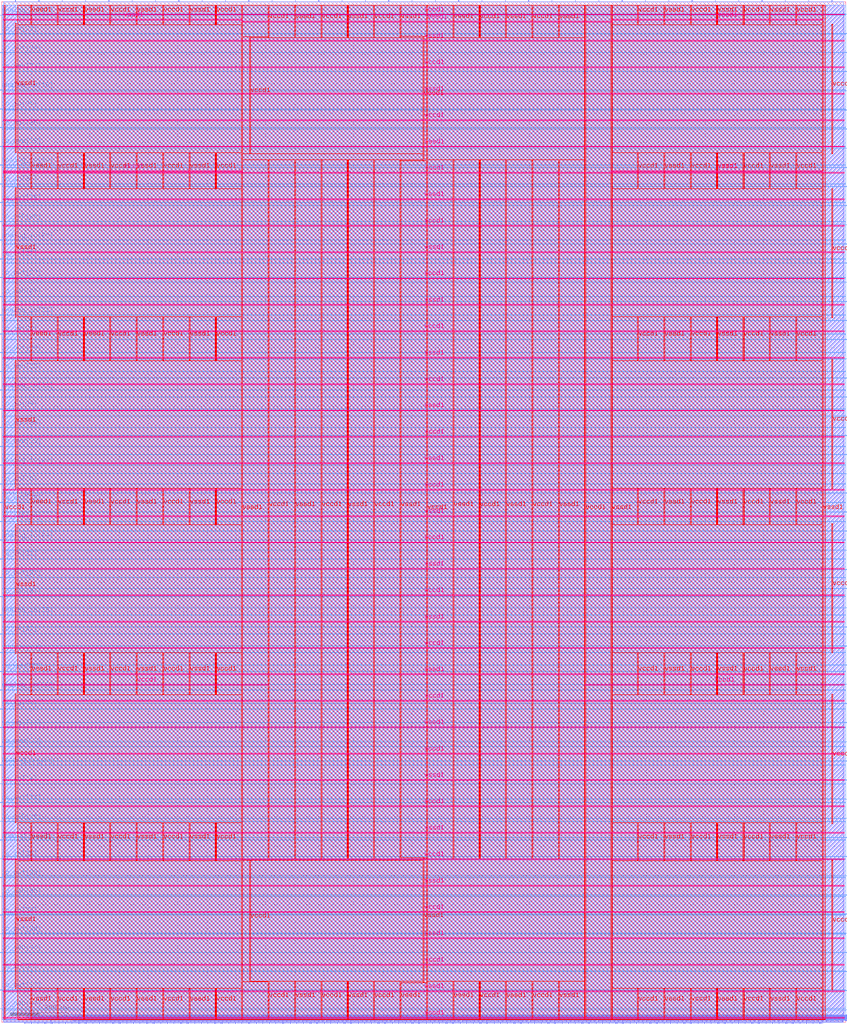
<source format=lef>
VERSION 5.7 ;
  NOWIREEXTENSIONATPIN ON ;
  DIVIDERCHAR "/" ;
  BUSBITCHARS "[]" ;
MACRO Marmot
  CLASS BLOCK ;
  FOREIGN Marmot ;
  ORIGIN 0.000 0.000 ;
  SIZE 2880.000 BY 3480.000 ;
  PIN analog_io[0]
    DIRECTION INOUT ;
    USE SIGNAL ;
    PORT
      LAYER met3 ;
        RECT 2879.000 1412.780 2884.800 1413.980 ;
    END
  END analog_io[0]
  PIN analog_io[10]
    DIRECTION INOUT ;
    USE SIGNAL ;
    PORT
      LAYER met2 ;
        RECT 2195.530 3479.000 2196.090 3484.800 ;
    END
  END analog_io[10]
  PIN analog_io[11]
    DIRECTION INOUT ;
    USE SIGNAL ;
    PORT
      LAYER met2 ;
        RECT 1877.210 3479.000 1877.770 3484.800 ;
    END
  END analog_io[11]
  PIN analog_io[12]
    DIRECTION INOUT ;
    USE SIGNAL ;
    PORT
      LAYER met2 ;
        RECT 1558.890 3479.000 1559.450 3484.800 ;
    END
  END analog_io[12]
  PIN analog_io[13]
    DIRECTION INOUT ;
    USE SIGNAL ;
    PORT
      LAYER met2 ;
        RECT 1240.570 3479.000 1241.130 3484.800 ;
    END
  END analog_io[13]
  PIN analog_io[14]
    DIRECTION INOUT ;
    USE SIGNAL ;
    PORT
      LAYER met2 ;
        RECT 922.250 3479.000 922.810 3484.800 ;
    END
  END analog_io[14]
  PIN analog_io[15]
    DIRECTION INOUT ;
    USE SIGNAL ;
    PORT
      LAYER met2 ;
        RECT 603.930 3479.000 604.490 3484.800 ;
    END
  END analog_io[15]
  PIN analog_io[16]
    DIRECTION INOUT ;
    USE SIGNAL ;
    PORT
      LAYER met2 ;
        RECT 285.610 3479.000 286.170 3484.800 ;
    END
  END analog_io[16]
  PIN analog_io[17]
    DIRECTION INOUT ;
    USE SIGNAL ;
    PORT
      LAYER met3 ;
        RECT -4.800 3433.060 1.000 3434.260 ;
    END
  END analog_io[17]
  PIN analog_io[18]
    DIRECTION INOUT ;
    USE SIGNAL ;
    PORT
      LAYER met3 ;
        RECT -4.800 3177.380 1.000 3178.580 ;
    END
  END analog_io[18]
  PIN analog_io[19]
    DIRECTION INOUT ;
    USE SIGNAL ;
    PORT
      LAYER met3 ;
        RECT -4.800 2921.700 1.000 2922.900 ;
    END
  END analog_io[19]
  PIN analog_io[1]
    DIRECTION INOUT ;
    USE SIGNAL ;
    PORT
      LAYER met3 ;
        RECT 2879.000 1673.900 2884.800 1675.100 ;
    END
  END analog_io[1]
  PIN analog_io[20]
    DIRECTION INOUT ;
    USE SIGNAL ;
    PORT
      LAYER met3 ;
        RECT -4.800 2666.020 1.000 2667.220 ;
    END
  END analog_io[20]
  PIN analog_io[21]
    DIRECTION INOUT ;
    USE SIGNAL ;
    PORT
      LAYER met3 ;
        RECT -4.800 2410.340 1.000 2411.540 ;
    END
  END analog_io[21]
  PIN analog_io[22]
    DIRECTION INOUT ;
    USE SIGNAL ;
    PORT
      LAYER met3 ;
        RECT -4.800 2154.660 1.000 2155.860 ;
    END
  END analog_io[22]
  PIN analog_io[23]
    DIRECTION INOUT ;
    USE SIGNAL ;
    PORT
      LAYER met3 ;
        RECT -4.800 1898.980 1.000 1900.180 ;
    END
  END analog_io[23]
  PIN analog_io[24]
    DIRECTION INOUT ;
    USE SIGNAL ;
    PORT
      LAYER met3 ;
        RECT -4.800 1643.300 1.000 1644.500 ;
    END
  END analog_io[24]
  PIN analog_io[25]
    DIRECTION INOUT ;
    USE SIGNAL ;
    PORT
      LAYER met3 ;
        RECT -4.800 1387.620 1.000 1388.820 ;
    END
  END analog_io[25]
  PIN analog_io[26]
    DIRECTION INOUT ;
    USE SIGNAL ;
    PORT
      LAYER met3 ;
        RECT -4.800 1131.940 1.000 1133.140 ;
    END
  END analog_io[26]
  PIN analog_io[27]
    DIRECTION INOUT ;
    USE SIGNAL ;
    PORT
      LAYER met3 ;
        RECT -4.800 876.260 1.000 877.460 ;
    END
  END analog_io[27]
  PIN analog_io[28]
    DIRECTION INOUT ;
    USE SIGNAL ;
    PORT
      LAYER met3 ;
        RECT -4.800 620.580 1.000 621.780 ;
    END
  END analog_io[28]
  PIN analog_io[2]
    DIRECTION INOUT ;
    USE SIGNAL ;
    PORT
      LAYER met3 ;
        RECT 2879.000 1935.020 2884.800 1936.220 ;
    END
  END analog_io[2]
  PIN analog_io[3]
    DIRECTION INOUT ;
    USE SIGNAL ;
    PORT
      LAYER met3 ;
        RECT 2879.000 2196.140 2884.800 2197.340 ;
    END
  END analog_io[3]
  PIN analog_io[4]
    DIRECTION INOUT ;
    USE SIGNAL ;
    PORT
      LAYER met3 ;
        RECT 2879.000 2457.260 2884.800 2458.460 ;
    END
  END analog_io[4]
  PIN analog_io[5]
    DIRECTION INOUT ;
    USE SIGNAL ;
    PORT
      LAYER met3 ;
        RECT 2879.000 2718.380 2884.800 2719.580 ;
    END
  END analog_io[5]
  PIN analog_io[6]
    DIRECTION INOUT ;
    USE SIGNAL ;
    PORT
      LAYER met3 ;
        RECT 2879.000 2979.500 2884.800 2980.700 ;
    END
  END analog_io[6]
  PIN analog_io[7]
    DIRECTION INOUT ;
    USE SIGNAL ;
    PORT
      LAYER met3 ;
        RECT 2879.000 3240.620 2884.800 3241.820 ;
    END
  END analog_io[7]
  PIN analog_io[8]
    DIRECTION INOUT ;
    USE SIGNAL ;
    PORT
      LAYER met2 ;
        RECT 2832.170 3479.000 2832.730 3484.800 ;
    END
  END analog_io[8]
  PIN analog_io[9]
    DIRECTION INOUT ;
    USE SIGNAL ;
    PORT
      LAYER met2 ;
        RECT 2513.850 3479.000 2514.410 3484.800 ;
    END
  END analog_io[9]
  PIN io_in[0]
    DIRECTION INPUT ;
    USE SIGNAL ;
    PORT
      LAYER met3 ;
        RECT 2879.000 41.900 2884.800 43.100 ;
    END
  END io_in[0]
  PIN io_in[10]
    DIRECTION INPUT ;
    USE SIGNAL ;
    PORT
      LAYER met3 ;
        RECT 2879.000 2261.420 2884.800 2262.620 ;
    END
  END io_in[10]
  PIN io_in[11]
    DIRECTION INPUT ;
    USE SIGNAL ;
    PORT
      LAYER met3 ;
        RECT 2879.000 2522.540 2884.800 2523.740 ;
    END
  END io_in[11]
  PIN io_in[12]
    DIRECTION INPUT ;
    USE SIGNAL ;
    PORT
      LAYER met3 ;
        RECT 2879.000 2783.660 2884.800 2784.860 ;
    END
  END io_in[12]
  PIN io_in[13]
    DIRECTION INPUT ;
    USE SIGNAL ;
    PORT
      LAYER met3 ;
        RECT 2879.000 3044.780 2884.800 3045.980 ;
    END
  END io_in[13]
  PIN io_in[14]
    DIRECTION INPUT ;
    USE SIGNAL ;
    PORT
      LAYER met3 ;
        RECT 2879.000 3305.900 2884.800 3307.100 ;
    END
  END io_in[14]
  PIN io_in[15]
    DIRECTION INPUT ;
    USE SIGNAL ;
    PORT
      LAYER met2 ;
        RECT 2752.590 3479.000 2753.150 3484.800 ;
    END
  END io_in[15]
  PIN io_in[16]
    DIRECTION INPUT ;
    USE SIGNAL ;
    PORT
      LAYER met2 ;
        RECT 2434.270 3479.000 2434.830 3484.800 ;
    END
  END io_in[16]
  PIN io_in[17]
    DIRECTION INPUT ;
    USE SIGNAL ;
    PORT
      LAYER met2 ;
        RECT 2115.950 3479.000 2116.510 3484.800 ;
    END
  END io_in[17]
  PIN io_in[18]
    DIRECTION INPUT ;
    USE SIGNAL ;
    PORT
      LAYER met2 ;
        RECT 1797.630 3479.000 1798.190 3484.800 ;
    END
  END io_in[18]
  PIN io_in[19]
    DIRECTION INPUT ;
    USE SIGNAL ;
    PORT
      LAYER met2 ;
        RECT 1479.310 3479.000 1479.870 3484.800 ;
    END
  END io_in[19]
  PIN io_in[1]
    DIRECTION INPUT ;
    USE SIGNAL ;
    PORT
      LAYER met3 ;
        RECT 2879.000 237.740 2884.800 238.940 ;
    END
  END io_in[1]
  PIN io_in[20]
    DIRECTION INPUT ;
    USE SIGNAL ;
    PORT
      LAYER met2 ;
        RECT 1160.990 3479.000 1161.550 3484.800 ;
    END
  END io_in[20]
  PIN io_in[21]
    DIRECTION INPUT ;
    USE SIGNAL ;
    PORT
      LAYER met2 ;
        RECT 842.670 3479.000 843.230 3484.800 ;
    END
  END io_in[21]
  PIN io_in[22]
    DIRECTION INPUT ;
    USE SIGNAL ;
    PORT
      LAYER met2 ;
        RECT 524.350 3479.000 524.910 3484.800 ;
    END
  END io_in[22]
  PIN io_in[23]
    DIRECTION INPUT ;
    USE SIGNAL ;
    PORT
      LAYER met2 ;
        RECT 206.030 3479.000 206.590 3484.800 ;
    END
  END io_in[23]
  PIN io_in[24]
    DIRECTION INPUT ;
    USE SIGNAL ;
    PORT
      LAYER met3 ;
        RECT -4.800 3369.140 1.000 3370.340 ;
    END
  END io_in[24]
  PIN io_in[25]
    DIRECTION INPUT ;
    USE SIGNAL ;
    PORT
      LAYER met3 ;
        RECT -4.800 3113.460 1.000 3114.660 ;
    END
  END io_in[25]
  PIN io_in[26]
    DIRECTION INPUT ;
    USE SIGNAL ;
    PORT
      LAYER met3 ;
        RECT -4.800 2857.780 1.000 2858.980 ;
    END
  END io_in[26]
  PIN io_in[27]
    DIRECTION INPUT ;
    USE SIGNAL ;
    PORT
      LAYER met3 ;
        RECT -4.800 2602.100 1.000 2603.300 ;
    END
  END io_in[27]
  PIN io_in[28]
    DIRECTION INPUT ;
    USE SIGNAL ;
    PORT
      LAYER met3 ;
        RECT -4.800 2346.420 1.000 2347.620 ;
    END
  END io_in[28]
  PIN io_in[29]
    DIRECTION INPUT ;
    USE SIGNAL ;
    PORT
      LAYER met3 ;
        RECT -4.800 2090.740 1.000 2091.940 ;
    END
  END io_in[29]
  PIN io_in[2]
    DIRECTION INPUT ;
    USE SIGNAL ;
    PORT
      LAYER met3 ;
        RECT 2879.000 433.580 2884.800 434.780 ;
    END
  END io_in[2]
  PIN io_in[30]
    DIRECTION INPUT ;
    USE SIGNAL ;
    PORT
      LAYER met3 ;
        RECT -4.800 1835.060 1.000 1836.260 ;
    END
  END io_in[30]
  PIN io_in[31]
    DIRECTION INPUT ;
    USE SIGNAL ;
    PORT
      LAYER met3 ;
        RECT -4.800 1579.380 1.000 1580.580 ;
    END
  END io_in[31]
  PIN io_in[32]
    DIRECTION INPUT ;
    USE SIGNAL ;
    PORT
      LAYER met3 ;
        RECT -4.800 1323.700 1.000 1324.900 ;
    END
  END io_in[32]
  PIN io_in[33]
    DIRECTION INPUT ;
    USE SIGNAL ;
    PORT
      LAYER met3 ;
        RECT -4.800 1068.020 1.000 1069.220 ;
    END
  END io_in[33]
  PIN io_in[34]
    DIRECTION INPUT ;
    USE SIGNAL ;
    PORT
      LAYER met3 ;
        RECT -4.800 812.340 1.000 813.540 ;
    END
  END io_in[34]
  PIN io_in[35]
    DIRECTION INPUT ;
    USE SIGNAL ;
    PORT
      LAYER met3 ;
        RECT -4.800 556.660 1.000 557.860 ;
    END
  END io_in[35]
  PIN io_in[36]
    DIRECTION INPUT ;
    USE SIGNAL ;
    PORT
      LAYER met3 ;
        RECT -4.800 364.900 1.000 366.100 ;
    END
  END io_in[36]
  PIN io_in[37]
    DIRECTION INPUT ;
    USE SIGNAL ;
    PORT
      LAYER met3 ;
        RECT -4.800 173.140 1.000 174.340 ;
    END
  END io_in[37]
  PIN io_in[3]
    DIRECTION INPUT ;
    USE SIGNAL ;
    PORT
      LAYER met3 ;
        RECT 2879.000 629.420 2884.800 630.620 ;
    END
  END io_in[3]
  PIN io_in[4]
    DIRECTION INPUT ;
    USE SIGNAL ;
    PORT
      LAYER met3 ;
        RECT 2879.000 825.260 2884.800 826.460 ;
    END
  END io_in[4]
  PIN io_in[5]
    DIRECTION INPUT ;
    USE SIGNAL ;
    PORT
      LAYER met3 ;
        RECT 2879.000 1021.100 2884.800 1022.300 ;
    END
  END io_in[5]
  PIN io_in[6]
    DIRECTION INPUT ;
    USE SIGNAL ;
    PORT
      LAYER met3 ;
        RECT 2879.000 1216.940 2884.800 1218.140 ;
    END
  END io_in[6]
  PIN io_in[7]
    DIRECTION INPUT ;
    USE SIGNAL ;
    PORT
      LAYER met3 ;
        RECT 2879.000 1478.060 2884.800 1479.260 ;
    END
  END io_in[7]
  PIN io_in[8]
    DIRECTION INPUT ;
    USE SIGNAL ;
    PORT
      LAYER met3 ;
        RECT 2879.000 1739.180 2884.800 1740.380 ;
    END
  END io_in[8]
  PIN io_in[9]
    DIRECTION INPUT ;
    USE SIGNAL ;
    PORT
      LAYER met3 ;
        RECT 2879.000 2000.300 2884.800 2001.500 ;
    END
  END io_in[9]
  PIN io_oeb[0]
    DIRECTION OUTPUT TRISTATE ;
    USE SIGNAL ;
    PORT
      LAYER met3 ;
        RECT 2879.000 172.460 2884.800 173.660 ;
    END
  END io_oeb[0]
  PIN io_oeb[10]
    DIRECTION OUTPUT TRISTATE ;
    USE SIGNAL ;
    PORT
      LAYER met3 ;
        RECT 2879.000 2391.980 2884.800 2393.180 ;
    END
  END io_oeb[10]
  PIN io_oeb[11]
    DIRECTION OUTPUT TRISTATE ;
    USE SIGNAL ;
    PORT
      LAYER met3 ;
        RECT 2879.000 2653.100 2884.800 2654.300 ;
    END
  END io_oeb[11]
  PIN io_oeb[12]
    DIRECTION OUTPUT TRISTATE ;
    USE SIGNAL ;
    PORT
      LAYER met3 ;
        RECT 2879.000 2914.220 2884.800 2915.420 ;
    END
  END io_oeb[12]
  PIN io_oeb[13]
    DIRECTION OUTPUT TRISTATE ;
    USE SIGNAL ;
    PORT
      LAYER met3 ;
        RECT 2879.000 3175.340 2884.800 3176.540 ;
    END
  END io_oeb[13]
  PIN io_oeb[14]
    DIRECTION OUTPUT TRISTATE ;
    USE SIGNAL ;
    PORT
      LAYER met3 ;
        RECT 2879.000 3436.460 2884.800 3437.660 ;
    END
  END io_oeb[14]
  PIN io_oeb[15]
    DIRECTION OUTPUT TRISTATE ;
    USE SIGNAL ;
    PORT
      LAYER met2 ;
        RECT 2593.430 3479.000 2593.990 3484.800 ;
    END
  END io_oeb[15]
  PIN io_oeb[16]
    DIRECTION OUTPUT TRISTATE ;
    USE SIGNAL ;
    PORT
      LAYER met2 ;
        RECT 2275.110 3479.000 2275.670 3484.800 ;
    END
  END io_oeb[16]
  PIN io_oeb[17]
    DIRECTION OUTPUT TRISTATE ;
    USE SIGNAL ;
    PORT
      LAYER met2 ;
        RECT 1956.790 3479.000 1957.350 3484.800 ;
    END
  END io_oeb[17]
  PIN io_oeb[18]
    DIRECTION OUTPUT TRISTATE ;
    USE SIGNAL ;
    PORT
      LAYER met2 ;
        RECT 1638.470 3479.000 1639.030 3484.800 ;
    END
  END io_oeb[18]
  PIN io_oeb[19]
    DIRECTION OUTPUT TRISTATE ;
    USE SIGNAL ;
    PORT
      LAYER met2 ;
        RECT 1320.150 3479.000 1320.710 3484.800 ;
    END
  END io_oeb[19]
  PIN io_oeb[1]
    DIRECTION OUTPUT TRISTATE ;
    USE SIGNAL ;
    PORT
      LAYER met3 ;
        RECT 2879.000 368.300 2884.800 369.500 ;
    END
  END io_oeb[1]
  PIN io_oeb[20]
    DIRECTION OUTPUT TRISTATE ;
    USE SIGNAL ;
    PORT
      LAYER met2 ;
        RECT 1001.830 3479.000 1002.390 3484.800 ;
    END
  END io_oeb[20]
  PIN io_oeb[21]
    DIRECTION OUTPUT TRISTATE ;
    USE SIGNAL ;
    PORT
      LAYER met2 ;
        RECT 683.510 3479.000 684.070 3484.800 ;
    END
  END io_oeb[21]
  PIN io_oeb[22]
    DIRECTION OUTPUT TRISTATE ;
    USE SIGNAL ;
    PORT
      LAYER met2 ;
        RECT 365.190 3479.000 365.750 3484.800 ;
    END
  END io_oeb[22]
  PIN io_oeb[23]
    DIRECTION OUTPUT TRISTATE ;
    USE SIGNAL ;
    PORT
      LAYER met2 ;
        RECT 46.870 3479.000 47.430 3484.800 ;
    END
  END io_oeb[23]
  PIN io_oeb[24]
    DIRECTION OUTPUT TRISTATE ;
    USE SIGNAL ;
    PORT
      LAYER met3 ;
        RECT -4.800 3241.300 1.000 3242.500 ;
    END
  END io_oeb[24]
  PIN io_oeb[25]
    DIRECTION OUTPUT TRISTATE ;
    USE SIGNAL ;
    PORT
      LAYER met3 ;
        RECT -4.800 2985.620 1.000 2986.820 ;
    END
  END io_oeb[25]
  PIN io_oeb[26]
    DIRECTION OUTPUT TRISTATE ;
    USE SIGNAL ;
    PORT
      LAYER met3 ;
        RECT -4.800 2729.940 1.000 2731.140 ;
    END
  END io_oeb[26]
  PIN io_oeb[27]
    DIRECTION OUTPUT TRISTATE ;
    USE SIGNAL ;
    PORT
      LAYER met3 ;
        RECT -4.800 2474.260 1.000 2475.460 ;
    END
  END io_oeb[27]
  PIN io_oeb[28]
    DIRECTION OUTPUT TRISTATE ;
    USE SIGNAL ;
    PORT
      LAYER met3 ;
        RECT -4.800 2218.580 1.000 2219.780 ;
    END
  END io_oeb[28]
  PIN io_oeb[29]
    DIRECTION OUTPUT TRISTATE ;
    USE SIGNAL ;
    PORT
      LAYER met3 ;
        RECT -4.800 1962.900 1.000 1964.100 ;
    END
  END io_oeb[29]
  PIN io_oeb[2]
    DIRECTION OUTPUT TRISTATE ;
    USE SIGNAL ;
    PORT
      LAYER met3 ;
        RECT 2879.000 564.140 2884.800 565.340 ;
    END
  END io_oeb[2]
  PIN io_oeb[30]
    DIRECTION OUTPUT TRISTATE ;
    USE SIGNAL ;
    PORT
      LAYER met3 ;
        RECT -4.800 1707.220 1.000 1708.420 ;
    END
  END io_oeb[30]
  PIN io_oeb[31]
    DIRECTION OUTPUT TRISTATE ;
    USE SIGNAL ;
    PORT
      LAYER met3 ;
        RECT -4.800 1451.540 1.000 1452.740 ;
    END
  END io_oeb[31]
  PIN io_oeb[32]
    DIRECTION OUTPUT TRISTATE ;
    USE SIGNAL ;
    PORT
      LAYER met3 ;
        RECT -4.800 1195.860 1.000 1197.060 ;
    END
  END io_oeb[32]
  PIN io_oeb[33]
    DIRECTION OUTPUT TRISTATE ;
    USE SIGNAL ;
    PORT
      LAYER met3 ;
        RECT -4.800 940.180 1.000 941.380 ;
    END
  END io_oeb[33]
  PIN io_oeb[34]
    DIRECTION OUTPUT TRISTATE ;
    USE SIGNAL ;
    PORT
      LAYER met3 ;
        RECT -4.800 684.500 1.000 685.700 ;
    END
  END io_oeb[34]
  PIN io_oeb[35]
    DIRECTION OUTPUT TRISTATE ;
    USE SIGNAL ;
    PORT
      LAYER met3 ;
        RECT -4.800 428.820 1.000 430.020 ;
    END
  END io_oeb[35]
  PIN io_oeb[36]
    DIRECTION OUTPUT TRISTATE ;
    USE SIGNAL ;
    PORT
      LAYER met3 ;
        RECT -4.800 237.060 1.000 238.260 ;
    END
  END io_oeb[36]
  PIN io_oeb[37]
    DIRECTION OUTPUT TRISTATE ;
    USE SIGNAL ;
    PORT
      LAYER met3 ;
        RECT -4.800 45.300 1.000 46.500 ;
    END
  END io_oeb[37]
  PIN io_oeb[3]
    DIRECTION OUTPUT TRISTATE ;
    USE SIGNAL ;
    PORT
      LAYER met3 ;
        RECT 2879.000 759.980 2884.800 761.180 ;
    END
  END io_oeb[3]
  PIN io_oeb[4]
    DIRECTION OUTPUT TRISTATE ;
    USE SIGNAL ;
    PORT
      LAYER met3 ;
        RECT 2879.000 955.820 2884.800 957.020 ;
    END
  END io_oeb[4]
  PIN io_oeb[5]
    DIRECTION OUTPUT TRISTATE ;
    USE SIGNAL ;
    PORT
      LAYER met3 ;
        RECT 2879.000 1151.660 2884.800 1152.860 ;
    END
  END io_oeb[5]
  PIN io_oeb[6]
    DIRECTION OUTPUT TRISTATE ;
    USE SIGNAL ;
    PORT
      LAYER met3 ;
        RECT 2879.000 1347.500 2884.800 1348.700 ;
    END
  END io_oeb[6]
  PIN io_oeb[7]
    DIRECTION OUTPUT TRISTATE ;
    USE SIGNAL ;
    PORT
      LAYER met3 ;
        RECT 2879.000 1608.620 2884.800 1609.820 ;
    END
  END io_oeb[7]
  PIN io_oeb[8]
    DIRECTION OUTPUT TRISTATE ;
    USE SIGNAL ;
    PORT
      LAYER met3 ;
        RECT 2879.000 1869.740 2884.800 1870.940 ;
    END
  END io_oeb[8]
  PIN io_oeb[9]
    DIRECTION OUTPUT TRISTATE ;
    USE SIGNAL ;
    PORT
      LAYER met3 ;
        RECT 2879.000 2130.860 2884.800 2132.060 ;
    END
  END io_oeb[9]
  PIN io_out[0]
    DIRECTION OUTPUT TRISTATE ;
    USE SIGNAL ;
    PORT
      LAYER met3 ;
        RECT 2879.000 107.180 2884.800 108.380 ;
    END
  END io_out[0]
  PIN io_out[10]
    DIRECTION OUTPUT TRISTATE ;
    USE SIGNAL ;
    PORT
      LAYER met3 ;
        RECT 2879.000 2326.700 2884.800 2327.900 ;
    END
  END io_out[10]
  PIN io_out[11]
    DIRECTION OUTPUT TRISTATE ;
    USE SIGNAL ;
    PORT
      LAYER met3 ;
        RECT 2879.000 2587.820 2884.800 2589.020 ;
    END
  END io_out[11]
  PIN io_out[12]
    DIRECTION OUTPUT TRISTATE ;
    USE SIGNAL ;
    PORT
      LAYER met3 ;
        RECT 2879.000 2848.940 2884.800 2850.140 ;
    END
  END io_out[12]
  PIN io_out[13]
    DIRECTION OUTPUT TRISTATE ;
    USE SIGNAL ;
    PORT
      LAYER met3 ;
        RECT 2879.000 3110.060 2884.800 3111.260 ;
    END
  END io_out[13]
  PIN io_out[14]
    DIRECTION OUTPUT TRISTATE ;
    USE SIGNAL ;
    PORT
      LAYER met3 ;
        RECT 2879.000 3371.180 2884.800 3372.380 ;
    END
  END io_out[14]
  PIN io_out[15]
    DIRECTION OUTPUT TRISTATE ;
    USE SIGNAL ;
    PORT
      LAYER met2 ;
        RECT 2673.010 3479.000 2673.570 3484.800 ;
    END
  END io_out[15]
  PIN io_out[16]
    DIRECTION OUTPUT TRISTATE ;
    USE SIGNAL ;
    PORT
      LAYER met2 ;
        RECT 2354.690 3479.000 2355.250 3484.800 ;
    END
  END io_out[16]
  PIN io_out[17]
    DIRECTION OUTPUT TRISTATE ;
    USE SIGNAL ;
    PORT
      LAYER met2 ;
        RECT 2036.370 3479.000 2036.930 3484.800 ;
    END
  END io_out[17]
  PIN io_out[18]
    DIRECTION OUTPUT TRISTATE ;
    USE SIGNAL ;
    PORT
      LAYER met2 ;
        RECT 1718.050 3479.000 1718.610 3484.800 ;
    END
  END io_out[18]
  PIN io_out[19]
    DIRECTION OUTPUT TRISTATE ;
    USE SIGNAL ;
    PORT
      LAYER met2 ;
        RECT 1399.730 3479.000 1400.290 3484.800 ;
    END
  END io_out[19]
  PIN io_out[1]
    DIRECTION OUTPUT TRISTATE ;
    USE SIGNAL ;
    PORT
      LAYER met3 ;
        RECT 2879.000 303.020 2884.800 304.220 ;
    END
  END io_out[1]
  PIN io_out[20]
    DIRECTION OUTPUT TRISTATE ;
    USE SIGNAL ;
    PORT
      LAYER met2 ;
        RECT 1081.410 3479.000 1081.970 3484.800 ;
    END
  END io_out[20]
  PIN io_out[21]
    DIRECTION OUTPUT TRISTATE ;
    USE SIGNAL ;
    PORT
      LAYER met2 ;
        RECT 763.090 3479.000 763.650 3484.800 ;
    END
  END io_out[21]
  PIN io_out[22]
    DIRECTION OUTPUT TRISTATE ;
    USE SIGNAL ;
    PORT
      LAYER met2 ;
        RECT 444.770 3479.000 445.330 3484.800 ;
    END
  END io_out[22]
  PIN io_out[23]
    DIRECTION OUTPUT TRISTATE ;
    USE SIGNAL ;
    PORT
      LAYER met2 ;
        RECT 126.450 3479.000 127.010 3484.800 ;
    END
  END io_out[23]
  PIN io_out[24]
    DIRECTION OUTPUT TRISTATE ;
    USE SIGNAL ;
    PORT
      LAYER met3 ;
        RECT -4.800 3305.220 1.000 3306.420 ;
    END
  END io_out[24]
  PIN io_out[25]
    DIRECTION OUTPUT TRISTATE ;
    USE SIGNAL ;
    PORT
      LAYER met3 ;
        RECT -4.800 3049.540 1.000 3050.740 ;
    END
  END io_out[25]
  PIN io_out[26]
    DIRECTION OUTPUT TRISTATE ;
    USE SIGNAL ;
    PORT
      LAYER met3 ;
        RECT -4.800 2793.860 1.000 2795.060 ;
    END
  END io_out[26]
  PIN io_out[27]
    DIRECTION OUTPUT TRISTATE ;
    USE SIGNAL ;
    PORT
      LAYER met3 ;
        RECT -4.800 2538.180 1.000 2539.380 ;
    END
  END io_out[27]
  PIN io_out[28]
    DIRECTION OUTPUT TRISTATE ;
    USE SIGNAL ;
    PORT
      LAYER met3 ;
        RECT -4.800 2282.500 1.000 2283.700 ;
    END
  END io_out[28]
  PIN io_out[29]
    DIRECTION OUTPUT TRISTATE ;
    USE SIGNAL ;
    PORT
      LAYER met3 ;
        RECT -4.800 2026.820 1.000 2028.020 ;
    END
  END io_out[29]
  PIN io_out[2]
    DIRECTION OUTPUT TRISTATE ;
    USE SIGNAL ;
    PORT
      LAYER met3 ;
        RECT 2879.000 498.860 2884.800 500.060 ;
    END
  END io_out[2]
  PIN io_out[30]
    DIRECTION OUTPUT TRISTATE ;
    USE SIGNAL ;
    PORT
      LAYER met3 ;
        RECT -4.800 1771.140 1.000 1772.340 ;
    END
  END io_out[30]
  PIN io_out[31]
    DIRECTION OUTPUT TRISTATE ;
    USE SIGNAL ;
    PORT
      LAYER met3 ;
        RECT -4.800 1515.460 1.000 1516.660 ;
    END
  END io_out[31]
  PIN io_out[32]
    DIRECTION OUTPUT TRISTATE ;
    USE SIGNAL ;
    PORT
      LAYER met3 ;
        RECT -4.800 1259.780 1.000 1260.980 ;
    END
  END io_out[32]
  PIN io_out[33]
    DIRECTION OUTPUT TRISTATE ;
    USE SIGNAL ;
    PORT
      LAYER met3 ;
        RECT -4.800 1004.100 1.000 1005.300 ;
    END
  END io_out[33]
  PIN io_out[34]
    DIRECTION OUTPUT TRISTATE ;
    USE SIGNAL ;
    PORT
      LAYER met3 ;
        RECT -4.800 748.420 1.000 749.620 ;
    END
  END io_out[34]
  PIN io_out[35]
    DIRECTION OUTPUT TRISTATE ;
    USE SIGNAL ;
    PORT
      LAYER met3 ;
        RECT -4.800 492.740 1.000 493.940 ;
    END
  END io_out[35]
  PIN io_out[36]
    DIRECTION OUTPUT TRISTATE ;
    USE SIGNAL ;
    PORT
      LAYER met3 ;
        RECT -4.800 300.980 1.000 302.180 ;
    END
  END io_out[36]
  PIN io_out[37]
    DIRECTION OUTPUT TRISTATE ;
    USE SIGNAL ;
    PORT
      LAYER met3 ;
        RECT -4.800 109.220 1.000 110.420 ;
    END
  END io_out[37]
  PIN io_out[3]
    DIRECTION OUTPUT TRISTATE ;
    USE SIGNAL ;
    PORT
      LAYER met3 ;
        RECT 2879.000 694.700 2884.800 695.900 ;
    END
  END io_out[3]
  PIN io_out[4]
    DIRECTION OUTPUT TRISTATE ;
    USE SIGNAL ;
    PORT
      LAYER met3 ;
        RECT 2879.000 890.540 2884.800 891.740 ;
    END
  END io_out[4]
  PIN io_out[5]
    DIRECTION OUTPUT TRISTATE ;
    USE SIGNAL ;
    PORT
      LAYER met3 ;
        RECT 2879.000 1086.380 2884.800 1087.580 ;
    END
  END io_out[5]
  PIN io_out[6]
    DIRECTION OUTPUT TRISTATE ;
    USE SIGNAL ;
    PORT
      LAYER met3 ;
        RECT 2879.000 1282.220 2884.800 1283.420 ;
    END
  END io_out[6]
  PIN io_out[7]
    DIRECTION OUTPUT TRISTATE ;
    USE SIGNAL ;
    PORT
      LAYER met3 ;
        RECT 2879.000 1543.340 2884.800 1544.540 ;
    END
  END io_out[7]
  PIN io_out[8]
    DIRECTION OUTPUT TRISTATE ;
    USE SIGNAL ;
    PORT
      LAYER met3 ;
        RECT 2879.000 1804.460 2884.800 1805.660 ;
    END
  END io_out[8]
  PIN io_out[9]
    DIRECTION OUTPUT TRISTATE ;
    USE SIGNAL ;
    PORT
      LAYER met3 ;
        RECT 2879.000 2065.580 2884.800 2066.780 ;
    END
  END io_out[9]
  PIN la_data_in[0]
    DIRECTION INPUT ;
    USE SIGNAL ;
    PORT
      LAYER met2 ;
        RECT 664.190 -4.800 664.750 1.000 ;
    END
  END la_data_in[0]
  PIN la_data_in[100]
    DIRECTION INPUT ;
    USE SIGNAL ;
    PORT
      LAYER met2 ;
        RECT 2320.190 -4.800 2320.750 1.000 ;
    END
  END la_data_in[100]
  PIN la_data_in[101]
    DIRECTION INPUT ;
    USE SIGNAL ;
    PORT
      LAYER met2 ;
        RECT 2336.750 -4.800 2337.310 1.000 ;
    END
  END la_data_in[101]
  PIN la_data_in[102]
    DIRECTION INPUT ;
    USE SIGNAL ;
    PORT
      LAYER met2 ;
        RECT 2353.310 -4.800 2353.870 1.000 ;
    END
  END la_data_in[102]
  PIN la_data_in[103]
    DIRECTION INPUT ;
    USE SIGNAL ;
    PORT
      LAYER met2 ;
        RECT 2369.870 -4.800 2370.430 1.000 ;
    END
  END la_data_in[103]
  PIN la_data_in[104]
    DIRECTION INPUT ;
    USE SIGNAL ;
    PORT
      LAYER met2 ;
        RECT 2386.430 -4.800 2386.990 1.000 ;
    END
  END la_data_in[104]
  PIN la_data_in[105]
    DIRECTION INPUT ;
    USE SIGNAL ;
    PORT
      LAYER met2 ;
        RECT 2402.990 -4.800 2403.550 1.000 ;
    END
  END la_data_in[105]
  PIN la_data_in[106]
    DIRECTION INPUT ;
    USE SIGNAL ;
    PORT
      LAYER met2 ;
        RECT 2419.550 -4.800 2420.110 1.000 ;
    END
  END la_data_in[106]
  PIN la_data_in[107]
    DIRECTION INPUT ;
    USE SIGNAL ;
    PORT
      LAYER met2 ;
        RECT 2436.110 -4.800 2436.670 1.000 ;
    END
  END la_data_in[107]
  PIN la_data_in[108]
    DIRECTION INPUT ;
    USE SIGNAL ;
    PORT
      LAYER met2 ;
        RECT 2452.670 -4.800 2453.230 1.000 ;
    END
  END la_data_in[108]
  PIN la_data_in[109]
    DIRECTION INPUT ;
    USE SIGNAL ;
    PORT
      LAYER met2 ;
        RECT 2469.230 -4.800 2469.790 1.000 ;
    END
  END la_data_in[109]
  PIN la_data_in[10]
    DIRECTION INPUT ;
    USE SIGNAL ;
    PORT
      LAYER met2 ;
        RECT 829.790 -4.800 830.350 1.000 ;
    END
  END la_data_in[10]
  PIN la_data_in[110]
    DIRECTION INPUT ;
    USE SIGNAL ;
    PORT
      LAYER met2 ;
        RECT 2485.790 -4.800 2486.350 1.000 ;
    END
  END la_data_in[110]
  PIN la_data_in[111]
    DIRECTION INPUT ;
    USE SIGNAL ;
    PORT
      LAYER met2 ;
        RECT 2502.350 -4.800 2502.910 1.000 ;
    END
  END la_data_in[111]
  PIN la_data_in[112]
    DIRECTION INPUT ;
    USE SIGNAL ;
    PORT
      LAYER met2 ;
        RECT 2518.910 -4.800 2519.470 1.000 ;
    END
  END la_data_in[112]
  PIN la_data_in[113]
    DIRECTION INPUT ;
    USE SIGNAL ;
    PORT
      LAYER met2 ;
        RECT 2535.470 -4.800 2536.030 1.000 ;
    END
  END la_data_in[113]
  PIN la_data_in[114]
    DIRECTION INPUT ;
    USE SIGNAL ;
    PORT
      LAYER met2 ;
        RECT 2552.030 -4.800 2552.590 1.000 ;
    END
  END la_data_in[114]
  PIN la_data_in[115]
    DIRECTION INPUT ;
    USE SIGNAL ;
    PORT
      LAYER met2 ;
        RECT 2568.590 -4.800 2569.150 1.000 ;
    END
  END la_data_in[115]
  PIN la_data_in[116]
    DIRECTION INPUT ;
    USE SIGNAL ;
    PORT
      LAYER met2 ;
        RECT 2585.150 -4.800 2585.710 1.000 ;
    END
  END la_data_in[116]
  PIN la_data_in[117]
    DIRECTION INPUT ;
    USE SIGNAL ;
    PORT
      LAYER met2 ;
        RECT 2601.710 -4.800 2602.270 1.000 ;
    END
  END la_data_in[117]
  PIN la_data_in[118]
    DIRECTION INPUT ;
    USE SIGNAL ;
    PORT
      LAYER met2 ;
        RECT 2618.270 -4.800 2618.830 1.000 ;
    END
  END la_data_in[118]
  PIN la_data_in[119]
    DIRECTION INPUT ;
    USE SIGNAL ;
    PORT
      LAYER met2 ;
        RECT 2634.830 -4.800 2635.390 1.000 ;
    END
  END la_data_in[119]
  PIN la_data_in[11]
    DIRECTION INPUT ;
    USE SIGNAL ;
    PORT
      LAYER met2 ;
        RECT 846.350 -4.800 846.910 1.000 ;
    END
  END la_data_in[11]
  PIN la_data_in[120]
    DIRECTION INPUT ;
    USE SIGNAL ;
    PORT
      LAYER met2 ;
        RECT 2651.390 -4.800 2651.950 1.000 ;
    END
  END la_data_in[120]
  PIN la_data_in[121]
    DIRECTION INPUT ;
    USE SIGNAL ;
    PORT
      LAYER met2 ;
        RECT 2667.950 -4.800 2668.510 1.000 ;
    END
  END la_data_in[121]
  PIN la_data_in[122]
    DIRECTION INPUT ;
    USE SIGNAL ;
    PORT
      LAYER met2 ;
        RECT 2684.510 -4.800 2685.070 1.000 ;
    END
  END la_data_in[122]
  PIN la_data_in[123]
    DIRECTION INPUT ;
    USE SIGNAL ;
    PORT
      LAYER met2 ;
        RECT 2701.070 -4.800 2701.630 1.000 ;
    END
  END la_data_in[123]
  PIN la_data_in[124]
    DIRECTION INPUT ;
    USE SIGNAL ;
    PORT
      LAYER met2 ;
        RECT 2717.630 -4.800 2718.190 1.000 ;
    END
  END la_data_in[124]
  PIN la_data_in[125]
    DIRECTION INPUT ;
    USE SIGNAL ;
    PORT
      LAYER met2 ;
        RECT 2734.190 -4.800 2734.750 1.000 ;
    END
  END la_data_in[125]
  PIN la_data_in[126]
    DIRECTION INPUT ;
    USE SIGNAL ;
    PORT
      LAYER met2 ;
        RECT 2750.750 -4.800 2751.310 1.000 ;
    END
  END la_data_in[126]
  PIN la_data_in[127]
    DIRECTION INPUT ;
    USE SIGNAL ;
    PORT
      LAYER met2 ;
        RECT 2767.310 -4.800 2767.870 1.000 ;
    END
  END la_data_in[127]
  PIN la_data_in[12]
    DIRECTION INPUT ;
    USE SIGNAL ;
    PORT
      LAYER met2 ;
        RECT 862.910 -4.800 863.470 1.000 ;
    END
  END la_data_in[12]
  PIN la_data_in[13]
    DIRECTION INPUT ;
    USE SIGNAL ;
    PORT
      LAYER met2 ;
        RECT 879.470 -4.800 880.030 1.000 ;
    END
  END la_data_in[13]
  PIN la_data_in[14]
    DIRECTION INPUT ;
    USE SIGNAL ;
    PORT
      LAYER met2 ;
        RECT 896.030 -4.800 896.590 1.000 ;
    END
  END la_data_in[14]
  PIN la_data_in[15]
    DIRECTION INPUT ;
    USE SIGNAL ;
    PORT
      LAYER met2 ;
        RECT 912.590 -4.800 913.150 1.000 ;
    END
  END la_data_in[15]
  PIN la_data_in[16]
    DIRECTION INPUT ;
    USE SIGNAL ;
    PORT
      LAYER met2 ;
        RECT 929.150 -4.800 929.710 1.000 ;
    END
  END la_data_in[16]
  PIN la_data_in[17]
    DIRECTION INPUT ;
    USE SIGNAL ;
    PORT
      LAYER met2 ;
        RECT 945.710 -4.800 946.270 1.000 ;
    END
  END la_data_in[17]
  PIN la_data_in[18]
    DIRECTION INPUT ;
    USE SIGNAL ;
    PORT
      LAYER met2 ;
        RECT 962.270 -4.800 962.830 1.000 ;
    END
  END la_data_in[18]
  PIN la_data_in[19]
    DIRECTION INPUT ;
    USE SIGNAL ;
    PORT
      LAYER met2 ;
        RECT 978.830 -4.800 979.390 1.000 ;
    END
  END la_data_in[19]
  PIN la_data_in[1]
    DIRECTION INPUT ;
    USE SIGNAL ;
    PORT
      LAYER met2 ;
        RECT 680.750 -4.800 681.310 1.000 ;
    END
  END la_data_in[1]
  PIN la_data_in[20]
    DIRECTION INPUT ;
    USE SIGNAL ;
    PORT
      LAYER met2 ;
        RECT 995.390 -4.800 995.950 1.000 ;
    END
  END la_data_in[20]
  PIN la_data_in[21]
    DIRECTION INPUT ;
    USE SIGNAL ;
    PORT
      LAYER met2 ;
        RECT 1011.950 -4.800 1012.510 1.000 ;
    END
  END la_data_in[21]
  PIN la_data_in[22]
    DIRECTION INPUT ;
    USE SIGNAL ;
    PORT
      LAYER met2 ;
        RECT 1028.510 -4.800 1029.070 1.000 ;
    END
  END la_data_in[22]
  PIN la_data_in[23]
    DIRECTION INPUT ;
    USE SIGNAL ;
    PORT
      LAYER met2 ;
        RECT 1045.070 -4.800 1045.630 1.000 ;
    END
  END la_data_in[23]
  PIN la_data_in[24]
    DIRECTION INPUT ;
    USE SIGNAL ;
    PORT
      LAYER met2 ;
        RECT 1061.630 -4.800 1062.190 1.000 ;
    END
  END la_data_in[24]
  PIN la_data_in[25]
    DIRECTION INPUT ;
    USE SIGNAL ;
    PORT
      LAYER met2 ;
        RECT 1078.190 -4.800 1078.750 1.000 ;
    END
  END la_data_in[25]
  PIN la_data_in[26]
    DIRECTION INPUT ;
    USE SIGNAL ;
    PORT
      LAYER met2 ;
        RECT 1094.750 -4.800 1095.310 1.000 ;
    END
  END la_data_in[26]
  PIN la_data_in[27]
    DIRECTION INPUT ;
    USE SIGNAL ;
    PORT
      LAYER met2 ;
        RECT 1111.310 -4.800 1111.870 1.000 ;
    END
  END la_data_in[27]
  PIN la_data_in[28]
    DIRECTION INPUT ;
    USE SIGNAL ;
    PORT
      LAYER met2 ;
        RECT 1127.870 -4.800 1128.430 1.000 ;
    END
  END la_data_in[28]
  PIN la_data_in[29]
    DIRECTION INPUT ;
    USE SIGNAL ;
    PORT
      LAYER met2 ;
        RECT 1144.430 -4.800 1144.990 1.000 ;
    END
  END la_data_in[29]
  PIN la_data_in[2]
    DIRECTION INPUT ;
    USE SIGNAL ;
    PORT
      LAYER met2 ;
        RECT 697.310 -4.800 697.870 1.000 ;
    END
  END la_data_in[2]
  PIN la_data_in[30]
    DIRECTION INPUT ;
    USE SIGNAL ;
    PORT
      LAYER met2 ;
        RECT 1160.990 -4.800 1161.550 1.000 ;
    END
  END la_data_in[30]
  PIN la_data_in[31]
    DIRECTION INPUT ;
    USE SIGNAL ;
    PORT
      LAYER met2 ;
        RECT 1177.550 -4.800 1178.110 1.000 ;
    END
  END la_data_in[31]
  PIN la_data_in[32]
    DIRECTION INPUT ;
    USE SIGNAL ;
    PORT
      LAYER met2 ;
        RECT 1194.110 -4.800 1194.670 1.000 ;
    END
  END la_data_in[32]
  PIN la_data_in[33]
    DIRECTION INPUT ;
    USE SIGNAL ;
    PORT
      LAYER met2 ;
        RECT 1210.670 -4.800 1211.230 1.000 ;
    END
  END la_data_in[33]
  PIN la_data_in[34]
    DIRECTION INPUT ;
    USE SIGNAL ;
    PORT
      LAYER met2 ;
        RECT 1227.230 -4.800 1227.790 1.000 ;
    END
  END la_data_in[34]
  PIN la_data_in[35]
    DIRECTION INPUT ;
    USE SIGNAL ;
    PORT
      LAYER met2 ;
        RECT 1243.790 -4.800 1244.350 1.000 ;
    END
  END la_data_in[35]
  PIN la_data_in[36]
    DIRECTION INPUT ;
    USE SIGNAL ;
    PORT
      LAYER met2 ;
        RECT 1260.350 -4.800 1260.910 1.000 ;
    END
  END la_data_in[36]
  PIN la_data_in[37]
    DIRECTION INPUT ;
    USE SIGNAL ;
    PORT
      LAYER met2 ;
        RECT 1276.910 -4.800 1277.470 1.000 ;
    END
  END la_data_in[37]
  PIN la_data_in[38]
    DIRECTION INPUT ;
    USE SIGNAL ;
    PORT
      LAYER met2 ;
        RECT 1293.470 -4.800 1294.030 1.000 ;
    END
  END la_data_in[38]
  PIN la_data_in[39]
    DIRECTION INPUT ;
    USE SIGNAL ;
    PORT
      LAYER met2 ;
        RECT 1310.030 -4.800 1310.590 1.000 ;
    END
  END la_data_in[39]
  PIN la_data_in[3]
    DIRECTION INPUT ;
    USE SIGNAL ;
    PORT
      LAYER met2 ;
        RECT 713.870 -4.800 714.430 1.000 ;
    END
  END la_data_in[3]
  PIN la_data_in[40]
    DIRECTION INPUT ;
    USE SIGNAL ;
    PORT
      LAYER met2 ;
        RECT 1326.590 -4.800 1327.150 1.000 ;
    END
  END la_data_in[40]
  PIN la_data_in[41]
    DIRECTION INPUT ;
    USE SIGNAL ;
    PORT
      LAYER met2 ;
        RECT 1343.150 -4.800 1343.710 1.000 ;
    END
  END la_data_in[41]
  PIN la_data_in[42]
    DIRECTION INPUT ;
    USE SIGNAL ;
    PORT
      LAYER met2 ;
        RECT 1359.710 -4.800 1360.270 1.000 ;
    END
  END la_data_in[42]
  PIN la_data_in[43]
    DIRECTION INPUT ;
    USE SIGNAL ;
    PORT
      LAYER met2 ;
        RECT 1376.270 -4.800 1376.830 1.000 ;
    END
  END la_data_in[43]
  PIN la_data_in[44]
    DIRECTION INPUT ;
    USE SIGNAL ;
    PORT
      LAYER met2 ;
        RECT 1392.830 -4.800 1393.390 1.000 ;
    END
  END la_data_in[44]
  PIN la_data_in[45]
    DIRECTION INPUT ;
    USE SIGNAL ;
    PORT
      LAYER met2 ;
        RECT 1409.390 -4.800 1409.950 1.000 ;
    END
  END la_data_in[45]
  PIN la_data_in[46]
    DIRECTION INPUT ;
    USE SIGNAL ;
    PORT
      LAYER met2 ;
        RECT 1425.950 -4.800 1426.510 1.000 ;
    END
  END la_data_in[46]
  PIN la_data_in[47]
    DIRECTION INPUT ;
    USE SIGNAL ;
    PORT
      LAYER met2 ;
        RECT 1442.510 -4.800 1443.070 1.000 ;
    END
  END la_data_in[47]
  PIN la_data_in[48]
    DIRECTION INPUT ;
    USE SIGNAL ;
    PORT
      LAYER met2 ;
        RECT 1459.070 -4.800 1459.630 1.000 ;
    END
  END la_data_in[48]
  PIN la_data_in[49]
    DIRECTION INPUT ;
    USE SIGNAL ;
    PORT
      LAYER met2 ;
        RECT 1475.630 -4.800 1476.190 1.000 ;
    END
  END la_data_in[49]
  PIN la_data_in[4]
    DIRECTION INPUT ;
    USE SIGNAL ;
    PORT
      LAYER met2 ;
        RECT 730.430 -4.800 730.990 1.000 ;
    END
  END la_data_in[4]
  PIN la_data_in[50]
    DIRECTION INPUT ;
    USE SIGNAL ;
    PORT
      LAYER met2 ;
        RECT 1492.190 -4.800 1492.750 1.000 ;
    END
  END la_data_in[50]
  PIN la_data_in[51]
    DIRECTION INPUT ;
    USE SIGNAL ;
    PORT
      LAYER met2 ;
        RECT 1508.750 -4.800 1509.310 1.000 ;
    END
  END la_data_in[51]
  PIN la_data_in[52]
    DIRECTION INPUT ;
    USE SIGNAL ;
    PORT
      LAYER met2 ;
        RECT 1525.310 -4.800 1525.870 1.000 ;
    END
  END la_data_in[52]
  PIN la_data_in[53]
    DIRECTION INPUT ;
    USE SIGNAL ;
    PORT
      LAYER met2 ;
        RECT 1541.870 -4.800 1542.430 1.000 ;
    END
  END la_data_in[53]
  PIN la_data_in[54]
    DIRECTION INPUT ;
    USE SIGNAL ;
    PORT
      LAYER met2 ;
        RECT 1558.430 -4.800 1558.990 1.000 ;
    END
  END la_data_in[54]
  PIN la_data_in[55]
    DIRECTION INPUT ;
    USE SIGNAL ;
    PORT
      LAYER met2 ;
        RECT 1574.990 -4.800 1575.550 1.000 ;
    END
  END la_data_in[55]
  PIN la_data_in[56]
    DIRECTION INPUT ;
    USE SIGNAL ;
    PORT
      LAYER met2 ;
        RECT 1591.550 -4.800 1592.110 1.000 ;
    END
  END la_data_in[56]
  PIN la_data_in[57]
    DIRECTION INPUT ;
    USE SIGNAL ;
    PORT
      LAYER met2 ;
        RECT 1608.110 -4.800 1608.670 1.000 ;
    END
  END la_data_in[57]
  PIN la_data_in[58]
    DIRECTION INPUT ;
    USE SIGNAL ;
    PORT
      LAYER met2 ;
        RECT 1624.670 -4.800 1625.230 1.000 ;
    END
  END la_data_in[58]
  PIN la_data_in[59]
    DIRECTION INPUT ;
    USE SIGNAL ;
    PORT
      LAYER met2 ;
        RECT 1641.230 -4.800 1641.790 1.000 ;
    END
  END la_data_in[59]
  PIN la_data_in[5]
    DIRECTION INPUT ;
    USE SIGNAL ;
    PORT
      LAYER met2 ;
        RECT 746.990 -4.800 747.550 1.000 ;
    END
  END la_data_in[5]
  PIN la_data_in[60]
    DIRECTION INPUT ;
    USE SIGNAL ;
    PORT
      LAYER met2 ;
        RECT 1657.790 -4.800 1658.350 1.000 ;
    END
  END la_data_in[60]
  PIN la_data_in[61]
    DIRECTION INPUT ;
    USE SIGNAL ;
    PORT
      LAYER met2 ;
        RECT 1674.350 -4.800 1674.910 1.000 ;
    END
  END la_data_in[61]
  PIN la_data_in[62]
    DIRECTION INPUT ;
    USE SIGNAL ;
    PORT
      LAYER met2 ;
        RECT 1690.910 -4.800 1691.470 1.000 ;
    END
  END la_data_in[62]
  PIN la_data_in[63]
    DIRECTION INPUT ;
    USE SIGNAL ;
    PORT
      LAYER met2 ;
        RECT 1707.470 -4.800 1708.030 1.000 ;
    END
  END la_data_in[63]
  PIN la_data_in[64]
    DIRECTION INPUT ;
    USE SIGNAL ;
    PORT
      LAYER met2 ;
        RECT 1724.030 -4.800 1724.590 1.000 ;
    END
  END la_data_in[64]
  PIN la_data_in[65]
    DIRECTION INPUT ;
    USE SIGNAL ;
    PORT
      LAYER met2 ;
        RECT 1740.590 -4.800 1741.150 1.000 ;
    END
  END la_data_in[65]
  PIN la_data_in[66]
    DIRECTION INPUT ;
    USE SIGNAL ;
    PORT
      LAYER met2 ;
        RECT 1757.150 -4.800 1757.710 1.000 ;
    END
  END la_data_in[66]
  PIN la_data_in[67]
    DIRECTION INPUT ;
    USE SIGNAL ;
    PORT
      LAYER met2 ;
        RECT 1773.710 -4.800 1774.270 1.000 ;
    END
  END la_data_in[67]
  PIN la_data_in[68]
    DIRECTION INPUT ;
    USE SIGNAL ;
    PORT
      LAYER met2 ;
        RECT 1790.270 -4.800 1790.830 1.000 ;
    END
  END la_data_in[68]
  PIN la_data_in[69]
    DIRECTION INPUT ;
    USE SIGNAL ;
    PORT
      LAYER met2 ;
        RECT 1806.830 -4.800 1807.390 1.000 ;
    END
  END la_data_in[69]
  PIN la_data_in[6]
    DIRECTION INPUT ;
    USE SIGNAL ;
    PORT
      LAYER met2 ;
        RECT 763.550 -4.800 764.110 1.000 ;
    END
  END la_data_in[6]
  PIN la_data_in[70]
    DIRECTION INPUT ;
    USE SIGNAL ;
    PORT
      LAYER met2 ;
        RECT 1823.390 -4.800 1823.950 1.000 ;
    END
  END la_data_in[70]
  PIN la_data_in[71]
    DIRECTION INPUT ;
    USE SIGNAL ;
    PORT
      LAYER met2 ;
        RECT 1839.950 -4.800 1840.510 1.000 ;
    END
  END la_data_in[71]
  PIN la_data_in[72]
    DIRECTION INPUT ;
    USE SIGNAL ;
    PORT
      LAYER met2 ;
        RECT 1856.510 -4.800 1857.070 1.000 ;
    END
  END la_data_in[72]
  PIN la_data_in[73]
    DIRECTION INPUT ;
    USE SIGNAL ;
    PORT
      LAYER met2 ;
        RECT 1873.070 -4.800 1873.630 1.000 ;
    END
  END la_data_in[73]
  PIN la_data_in[74]
    DIRECTION INPUT ;
    USE SIGNAL ;
    PORT
      LAYER met2 ;
        RECT 1889.630 -4.800 1890.190 1.000 ;
    END
  END la_data_in[74]
  PIN la_data_in[75]
    DIRECTION INPUT ;
    USE SIGNAL ;
    PORT
      LAYER met2 ;
        RECT 1906.190 -4.800 1906.750 1.000 ;
    END
  END la_data_in[75]
  PIN la_data_in[76]
    DIRECTION INPUT ;
    USE SIGNAL ;
    PORT
      LAYER met2 ;
        RECT 1922.750 -4.800 1923.310 1.000 ;
    END
  END la_data_in[76]
  PIN la_data_in[77]
    DIRECTION INPUT ;
    USE SIGNAL ;
    PORT
      LAYER met2 ;
        RECT 1939.310 -4.800 1939.870 1.000 ;
    END
  END la_data_in[77]
  PIN la_data_in[78]
    DIRECTION INPUT ;
    USE SIGNAL ;
    PORT
      LAYER met2 ;
        RECT 1955.870 -4.800 1956.430 1.000 ;
    END
  END la_data_in[78]
  PIN la_data_in[79]
    DIRECTION INPUT ;
    USE SIGNAL ;
    PORT
      LAYER met2 ;
        RECT 1972.430 -4.800 1972.990 1.000 ;
    END
  END la_data_in[79]
  PIN la_data_in[7]
    DIRECTION INPUT ;
    USE SIGNAL ;
    PORT
      LAYER met2 ;
        RECT 780.110 -4.800 780.670 1.000 ;
    END
  END la_data_in[7]
  PIN la_data_in[80]
    DIRECTION INPUT ;
    USE SIGNAL ;
    PORT
      LAYER met2 ;
        RECT 1988.990 -4.800 1989.550 1.000 ;
    END
  END la_data_in[80]
  PIN la_data_in[81]
    DIRECTION INPUT ;
    USE SIGNAL ;
    PORT
      LAYER met2 ;
        RECT 2005.550 -4.800 2006.110 1.000 ;
    END
  END la_data_in[81]
  PIN la_data_in[82]
    DIRECTION INPUT ;
    USE SIGNAL ;
    PORT
      LAYER met2 ;
        RECT 2022.110 -4.800 2022.670 1.000 ;
    END
  END la_data_in[82]
  PIN la_data_in[83]
    DIRECTION INPUT ;
    USE SIGNAL ;
    PORT
      LAYER met2 ;
        RECT 2038.670 -4.800 2039.230 1.000 ;
    END
  END la_data_in[83]
  PIN la_data_in[84]
    DIRECTION INPUT ;
    USE SIGNAL ;
    PORT
      LAYER met2 ;
        RECT 2055.230 -4.800 2055.790 1.000 ;
    END
  END la_data_in[84]
  PIN la_data_in[85]
    DIRECTION INPUT ;
    USE SIGNAL ;
    PORT
      LAYER met2 ;
        RECT 2071.790 -4.800 2072.350 1.000 ;
    END
  END la_data_in[85]
  PIN la_data_in[86]
    DIRECTION INPUT ;
    USE SIGNAL ;
    PORT
      LAYER met2 ;
        RECT 2088.350 -4.800 2088.910 1.000 ;
    END
  END la_data_in[86]
  PIN la_data_in[87]
    DIRECTION INPUT ;
    USE SIGNAL ;
    PORT
      LAYER met2 ;
        RECT 2104.910 -4.800 2105.470 1.000 ;
    END
  END la_data_in[87]
  PIN la_data_in[88]
    DIRECTION INPUT ;
    USE SIGNAL ;
    PORT
      LAYER met2 ;
        RECT 2121.470 -4.800 2122.030 1.000 ;
    END
  END la_data_in[88]
  PIN la_data_in[89]
    DIRECTION INPUT ;
    USE SIGNAL ;
    PORT
      LAYER met2 ;
        RECT 2138.030 -4.800 2138.590 1.000 ;
    END
  END la_data_in[89]
  PIN la_data_in[8]
    DIRECTION INPUT ;
    USE SIGNAL ;
    PORT
      LAYER met2 ;
        RECT 796.670 -4.800 797.230 1.000 ;
    END
  END la_data_in[8]
  PIN la_data_in[90]
    DIRECTION INPUT ;
    USE SIGNAL ;
    PORT
      LAYER met2 ;
        RECT 2154.590 -4.800 2155.150 1.000 ;
    END
  END la_data_in[90]
  PIN la_data_in[91]
    DIRECTION INPUT ;
    USE SIGNAL ;
    PORT
      LAYER met2 ;
        RECT 2171.150 -4.800 2171.710 1.000 ;
    END
  END la_data_in[91]
  PIN la_data_in[92]
    DIRECTION INPUT ;
    USE SIGNAL ;
    PORT
      LAYER met2 ;
        RECT 2187.710 -4.800 2188.270 1.000 ;
    END
  END la_data_in[92]
  PIN la_data_in[93]
    DIRECTION INPUT ;
    USE SIGNAL ;
    PORT
      LAYER met2 ;
        RECT 2204.270 -4.800 2204.830 1.000 ;
    END
  END la_data_in[93]
  PIN la_data_in[94]
    DIRECTION INPUT ;
    USE SIGNAL ;
    PORT
      LAYER met2 ;
        RECT 2220.830 -4.800 2221.390 1.000 ;
    END
  END la_data_in[94]
  PIN la_data_in[95]
    DIRECTION INPUT ;
    USE SIGNAL ;
    PORT
      LAYER met2 ;
        RECT 2237.390 -4.800 2237.950 1.000 ;
    END
  END la_data_in[95]
  PIN la_data_in[96]
    DIRECTION INPUT ;
    USE SIGNAL ;
    PORT
      LAYER met2 ;
        RECT 2253.950 -4.800 2254.510 1.000 ;
    END
  END la_data_in[96]
  PIN la_data_in[97]
    DIRECTION INPUT ;
    USE SIGNAL ;
    PORT
      LAYER met2 ;
        RECT 2270.510 -4.800 2271.070 1.000 ;
    END
  END la_data_in[97]
  PIN la_data_in[98]
    DIRECTION INPUT ;
    USE SIGNAL ;
    PORT
      LAYER met2 ;
        RECT 2287.070 -4.800 2287.630 1.000 ;
    END
  END la_data_in[98]
  PIN la_data_in[99]
    DIRECTION INPUT ;
    USE SIGNAL ;
    PORT
      LAYER met2 ;
        RECT 2303.630 -4.800 2304.190 1.000 ;
    END
  END la_data_in[99]
  PIN la_data_in[9]
    DIRECTION INPUT ;
    USE SIGNAL ;
    PORT
      LAYER met2 ;
        RECT 813.230 -4.800 813.790 1.000 ;
    END
  END la_data_in[9]
  PIN la_data_out[0]
    DIRECTION OUTPUT TRISTATE ;
    USE SIGNAL ;
    PORT
      LAYER met2 ;
        RECT 669.710 -4.800 670.270 1.000 ;
    END
  END la_data_out[0]
  PIN la_data_out[100]
    DIRECTION OUTPUT TRISTATE ;
    USE SIGNAL ;
    PORT
      LAYER met2 ;
        RECT 2325.710 -4.800 2326.270 1.000 ;
    END
  END la_data_out[100]
  PIN la_data_out[101]
    DIRECTION OUTPUT TRISTATE ;
    USE SIGNAL ;
    PORT
      LAYER met2 ;
        RECT 2342.270 -4.800 2342.830 1.000 ;
    END
  END la_data_out[101]
  PIN la_data_out[102]
    DIRECTION OUTPUT TRISTATE ;
    USE SIGNAL ;
    PORT
      LAYER met2 ;
        RECT 2358.830 -4.800 2359.390 1.000 ;
    END
  END la_data_out[102]
  PIN la_data_out[103]
    DIRECTION OUTPUT TRISTATE ;
    USE SIGNAL ;
    PORT
      LAYER met2 ;
        RECT 2375.390 -4.800 2375.950 1.000 ;
    END
  END la_data_out[103]
  PIN la_data_out[104]
    DIRECTION OUTPUT TRISTATE ;
    USE SIGNAL ;
    PORT
      LAYER met2 ;
        RECT 2391.950 -4.800 2392.510 1.000 ;
    END
  END la_data_out[104]
  PIN la_data_out[105]
    DIRECTION OUTPUT TRISTATE ;
    USE SIGNAL ;
    PORT
      LAYER met2 ;
        RECT 2408.510 -4.800 2409.070 1.000 ;
    END
  END la_data_out[105]
  PIN la_data_out[106]
    DIRECTION OUTPUT TRISTATE ;
    USE SIGNAL ;
    PORT
      LAYER met2 ;
        RECT 2425.070 -4.800 2425.630 1.000 ;
    END
  END la_data_out[106]
  PIN la_data_out[107]
    DIRECTION OUTPUT TRISTATE ;
    USE SIGNAL ;
    PORT
      LAYER met2 ;
        RECT 2441.630 -4.800 2442.190 1.000 ;
    END
  END la_data_out[107]
  PIN la_data_out[108]
    DIRECTION OUTPUT TRISTATE ;
    USE SIGNAL ;
    PORT
      LAYER met2 ;
        RECT 2458.190 -4.800 2458.750 1.000 ;
    END
  END la_data_out[108]
  PIN la_data_out[109]
    DIRECTION OUTPUT TRISTATE ;
    USE SIGNAL ;
    PORT
      LAYER met2 ;
        RECT 2474.750 -4.800 2475.310 1.000 ;
    END
  END la_data_out[109]
  PIN la_data_out[10]
    DIRECTION OUTPUT TRISTATE ;
    USE SIGNAL ;
    PORT
      LAYER met2 ;
        RECT 835.310 -4.800 835.870 1.000 ;
    END
  END la_data_out[10]
  PIN la_data_out[110]
    DIRECTION OUTPUT TRISTATE ;
    USE SIGNAL ;
    PORT
      LAYER met2 ;
        RECT 2491.310 -4.800 2491.870 1.000 ;
    END
  END la_data_out[110]
  PIN la_data_out[111]
    DIRECTION OUTPUT TRISTATE ;
    USE SIGNAL ;
    PORT
      LAYER met2 ;
        RECT 2507.870 -4.800 2508.430 1.000 ;
    END
  END la_data_out[111]
  PIN la_data_out[112]
    DIRECTION OUTPUT TRISTATE ;
    USE SIGNAL ;
    PORT
      LAYER met2 ;
        RECT 2524.430 -4.800 2524.990 1.000 ;
    END
  END la_data_out[112]
  PIN la_data_out[113]
    DIRECTION OUTPUT TRISTATE ;
    USE SIGNAL ;
    PORT
      LAYER met2 ;
        RECT 2540.990 -4.800 2541.550 1.000 ;
    END
  END la_data_out[113]
  PIN la_data_out[114]
    DIRECTION OUTPUT TRISTATE ;
    USE SIGNAL ;
    PORT
      LAYER met2 ;
        RECT 2557.550 -4.800 2558.110 1.000 ;
    END
  END la_data_out[114]
  PIN la_data_out[115]
    DIRECTION OUTPUT TRISTATE ;
    USE SIGNAL ;
    PORT
      LAYER met2 ;
        RECT 2574.110 -4.800 2574.670 1.000 ;
    END
  END la_data_out[115]
  PIN la_data_out[116]
    DIRECTION OUTPUT TRISTATE ;
    USE SIGNAL ;
    PORT
      LAYER met2 ;
        RECT 2590.670 -4.800 2591.230 1.000 ;
    END
  END la_data_out[116]
  PIN la_data_out[117]
    DIRECTION OUTPUT TRISTATE ;
    USE SIGNAL ;
    PORT
      LAYER met2 ;
        RECT 2607.230 -4.800 2607.790 1.000 ;
    END
  END la_data_out[117]
  PIN la_data_out[118]
    DIRECTION OUTPUT TRISTATE ;
    USE SIGNAL ;
    PORT
      LAYER met2 ;
        RECT 2623.790 -4.800 2624.350 1.000 ;
    END
  END la_data_out[118]
  PIN la_data_out[119]
    DIRECTION OUTPUT TRISTATE ;
    USE SIGNAL ;
    PORT
      LAYER met2 ;
        RECT 2640.350 -4.800 2640.910 1.000 ;
    END
  END la_data_out[119]
  PIN la_data_out[11]
    DIRECTION OUTPUT TRISTATE ;
    USE SIGNAL ;
    PORT
      LAYER met2 ;
        RECT 851.870 -4.800 852.430 1.000 ;
    END
  END la_data_out[11]
  PIN la_data_out[120]
    DIRECTION OUTPUT TRISTATE ;
    USE SIGNAL ;
    PORT
      LAYER met2 ;
        RECT 2656.910 -4.800 2657.470 1.000 ;
    END
  END la_data_out[120]
  PIN la_data_out[121]
    DIRECTION OUTPUT TRISTATE ;
    USE SIGNAL ;
    PORT
      LAYER met2 ;
        RECT 2673.470 -4.800 2674.030 1.000 ;
    END
  END la_data_out[121]
  PIN la_data_out[122]
    DIRECTION OUTPUT TRISTATE ;
    USE SIGNAL ;
    PORT
      LAYER met2 ;
        RECT 2690.030 -4.800 2690.590 1.000 ;
    END
  END la_data_out[122]
  PIN la_data_out[123]
    DIRECTION OUTPUT TRISTATE ;
    USE SIGNAL ;
    PORT
      LAYER met2 ;
        RECT 2706.590 -4.800 2707.150 1.000 ;
    END
  END la_data_out[123]
  PIN la_data_out[124]
    DIRECTION OUTPUT TRISTATE ;
    USE SIGNAL ;
    PORT
      LAYER met2 ;
        RECT 2723.150 -4.800 2723.710 1.000 ;
    END
  END la_data_out[124]
  PIN la_data_out[125]
    DIRECTION OUTPUT TRISTATE ;
    USE SIGNAL ;
    PORT
      LAYER met2 ;
        RECT 2739.710 -4.800 2740.270 1.000 ;
    END
  END la_data_out[125]
  PIN la_data_out[126]
    DIRECTION OUTPUT TRISTATE ;
    USE SIGNAL ;
    PORT
      LAYER met2 ;
        RECT 2756.270 -4.800 2756.830 1.000 ;
    END
  END la_data_out[126]
  PIN la_data_out[127]
    DIRECTION OUTPUT TRISTATE ;
    USE SIGNAL ;
    PORT
      LAYER met2 ;
        RECT 2772.830 -4.800 2773.390 1.000 ;
    END
  END la_data_out[127]
  PIN la_data_out[12]
    DIRECTION OUTPUT TRISTATE ;
    USE SIGNAL ;
    PORT
      LAYER met2 ;
        RECT 868.430 -4.800 868.990 1.000 ;
    END
  END la_data_out[12]
  PIN la_data_out[13]
    DIRECTION OUTPUT TRISTATE ;
    USE SIGNAL ;
    PORT
      LAYER met2 ;
        RECT 884.990 -4.800 885.550 1.000 ;
    END
  END la_data_out[13]
  PIN la_data_out[14]
    DIRECTION OUTPUT TRISTATE ;
    USE SIGNAL ;
    PORT
      LAYER met2 ;
        RECT 901.550 -4.800 902.110 1.000 ;
    END
  END la_data_out[14]
  PIN la_data_out[15]
    DIRECTION OUTPUT TRISTATE ;
    USE SIGNAL ;
    PORT
      LAYER met2 ;
        RECT 918.110 -4.800 918.670 1.000 ;
    END
  END la_data_out[15]
  PIN la_data_out[16]
    DIRECTION OUTPUT TRISTATE ;
    USE SIGNAL ;
    PORT
      LAYER met2 ;
        RECT 934.670 -4.800 935.230 1.000 ;
    END
  END la_data_out[16]
  PIN la_data_out[17]
    DIRECTION OUTPUT TRISTATE ;
    USE SIGNAL ;
    PORT
      LAYER met2 ;
        RECT 951.230 -4.800 951.790 1.000 ;
    END
  END la_data_out[17]
  PIN la_data_out[18]
    DIRECTION OUTPUT TRISTATE ;
    USE SIGNAL ;
    PORT
      LAYER met2 ;
        RECT 967.790 -4.800 968.350 1.000 ;
    END
  END la_data_out[18]
  PIN la_data_out[19]
    DIRECTION OUTPUT TRISTATE ;
    USE SIGNAL ;
    PORT
      LAYER met2 ;
        RECT 984.350 -4.800 984.910 1.000 ;
    END
  END la_data_out[19]
  PIN la_data_out[1]
    DIRECTION OUTPUT TRISTATE ;
    USE SIGNAL ;
    PORT
      LAYER met2 ;
        RECT 686.270 -4.800 686.830 1.000 ;
    END
  END la_data_out[1]
  PIN la_data_out[20]
    DIRECTION OUTPUT TRISTATE ;
    USE SIGNAL ;
    PORT
      LAYER met2 ;
        RECT 1000.910 -4.800 1001.470 1.000 ;
    END
  END la_data_out[20]
  PIN la_data_out[21]
    DIRECTION OUTPUT TRISTATE ;
    USE SIGNAL ;
    PORT
      LAYER met2 ;
        RECT 1017.470 -4.800 1018.030 1.000 ;
    END
  END la_data_out[21]
  PIN la_data_out[22]
    DIRECTION OUTPUT TRISTATE ;
    USE SIGNAL ;
    PORT
      LAYER met2 ;
        RECT 1034.030 -4.800 1034.590 1.000 ;
    END
  END la_data_out[22]
  PIN la_data_out[23]
    DIRECTION OUTPUT TRISTATE ;
    USE SIGNAL ;
    PORT
      LAYER met2 ;
        RECT 1050.590 -4.800 1051.150 1.000 ;
    END
  END la_data_out[23]
  PIN la_data_out[24]
    DIRECTION OUTPUT TRISTATE ;
    USE SIGNAL ;
    PORT
      LAYER met2 ;
        RECT 1067.150 -4.800 1067.710 1.000 ;
    END
  END la_data_out[24]
  PIN la_data_out[25]
    DIRECTION OUTPUT TRISTATE ;
    USE SIGNAL ;
    PORT
      LAYER met2 ;
        RECT 1083.710 -4.800 1084.270 1.000 ;
    END
  END la_data_out[25]
  PIN la_data_out[26]
    DIRECTION OUTPUT TRISTATE ;
    USE SIGNAL ;
    PORT
      LAYER met2 ;
        RECT 1100.270 -4.800 1100.830 1.000 ;
    END
  END la_data_out[26]
  PIN la_data_out[27]
    DIRECTION OUTPUT TRISTATE ;
    USE SIGNAL ;
    PORT
      LAYER met2 ;
        RECT 1116.830 -4.800 1117.390 1.000 ;
    END
  END la_data_out[27]
  PIN la_data_out[28]
    DIRECTION OUTPUT TRISTATE ;
    USE SIGNAL ;
    PORT
      LAYER met2 ;
        RECT 1133.390 -4.800 1133.950 1.000 ;
    END
  END la_data_out[28]
  PIN la_data_out[29]
    DIRECTION OUTPUT TRISTATE ;
    USE SIGNAL ;
    PORT
      LAYER met2 ;
        RECT 1149.950 -4.800 1150.510 1.000 ;
    END
  END la_data_out[29]
  PIN la_data_out[2]
    DIRECTION OUTPUT TRISTATE ;
    USE SIGNAL ;
    PORT
      LAYER met2 ;
        RECT 702.830 -4.800 703.390 1.000 ;
    END
  END la_data_out[2]
  PIN la_data_out[30]
    DIRECTION OUTPUT TRISTATE ;
    USE SIGNAL ;
    PORT
      LAYER met2 ;
        RECT 1166.510 -4.800 1167.070 1.000 ;
    END
  END la_data_out[30]
  PIN la_data_out[31]
    DIRECTION OUTPUT TRISTATE ;
    USE SIGNAL ;
    PORT
      LAYER met2 ;
        RECT 1183.070 -4.800 1183.630 1.000 ;
    END
  END la_data_out[31]
  PIN la_data_out[32]
    DIRECTION OUTPUT TRISTATE ;
    USE SIGNAL ;
    PORT
      LAYER met2 ;
        RECT 1199.630 -4.800 1200.190 1.000 ;
    END
  END la_data_out[32]
  PIN la_data_out[33]
    DIRECTION OUTPUT TRISTATE ;
    USE SIGNAL ;
    PORT
      LAYER met2 ;
        RECT 1216.190 -4.800 1216.750 1.000 ;
    END
  END la_data_out[33]
  PIN la_data_out[34]
    DIRECTION OUTPUT TRISTATE ;
    USE SIGNAL ;
    PORT
      LAYER met2 ;
        RECT 1232.750 -4.800 1233.310 1.000 ;
    END
  END la_data_out[34]
  PIN la_data_out[35]
    DIRECTION OUTPUT TRISTATE ;
    USE SIGNAL ;
    PORT
      LAYER met2 ;
        RECT 1249.310 -4.800 1249.870 1.000 ;
    END
  END la_data_out[35]
  PIN la_data_out[36]
    DIRECTION OUTPUT TRISTATE ;
    USE SIGNAL ;
    PORT
      LAYER met2 ;
        RECT 1265.870 -4.800 1266.430 1.000 ;
    END
  END la_data_out[36]
  PIN la_data_out[37]
    DIRECTION OUTPUT TRISTATE ;
    USE SIGNAL ;
    PORT
      LAYER met2 ;
        RECT 1282.430 -4.800 1282.990 1.000 ;
    END
  END la_data_out[37]
  PIN la_data_out[38]
    DIRECTION OUTPUT TRISTATE ;
    USE SIGNAL ;
    PORT
      LAYER met2 ;
        RECT 1298.990 -4.800 1299.550 1.000 ;
    END
  END la_data_out[38]
  PIN la_data_out[39]
    DIRECTION OUTPUT TRISTATE ;
    USE SIGNAL ;
    PORT
      LAYER met2 ;
        RECT 1315.550 -4.800 1316.110 1.000 ;
    END
  END la_data_out[39]
  PIN la_data_out[3]
    DIRECTION OUTPUT TRISTATE ;
    USE SIGNAL ;
    PORT
      LAYER met2 ;
        RECT 719.390 -4.800 719.950 1.000 ;
    END
  END la_data_out[3]
  PIN la_data_out[40]
    DIRECTION OUTPUT TRISTATE ;
    USE SIGNAL ;
    PORT
      LAYER met2 ;
        RECT 1332.110 -4.800 1332.670 1.000 ;
    END
  END la_data_out[40]
  PIN la_data_out[41]
    DIRECTION OUTPUT TRISTATE ;
    USE SIGNAL ;
    PORT
      LAYER met2 ;
        RECT 1348.670 -4.800 1349.230 1.000 ;
    END
  END la_data_out[41]
  PIN la_data_out[42]
    DIRECTION OUTPUT TRISTATE ;
    USE SIGNAL ;
    PORT
      LAYER met2 ;
        RECT 1365.230 -4.800 1365.790 1.000 ;
    END
  END la_data_out[42]
  PIN la_data_out[43]
    DIRECTION OUTPUT TRISTATE ;
    USE SIGNAL ;
    PORT
      LAYER met2 ;
        RECT 1381.790 -4.800 1382.350 1.000 ;
    END
  END la_data_out[43]
  PIN la_data_out[44]
    DIRECTION OUTPUT TRISTATE ;
    USE SIGNAL ;
    PORT
      LAYER met2 ;
        RECT 1398.350 -4.800 1398.910 1.000 ;
    END
  END la_data_out[44]
  PIN la_data_out[45]
    DIRECTION OUTPUT TRISTATE ;
    USE SIGNAL ;
    PORT
      LAYER met2 ;
        RECT 1414.910 -4.800 1415.470 1.000 ;
    END
  END la_data_out[45]
  PIN la_data_out[46]
    DIRECTION OUTPUT TRISTATE ;
    USE SIGNAL ;
    PORT
      LAYER met2 ;
        RECT 1431.470 -4.800 1432.030 1.000 ;
    END
  END la_data_out[46]
  PIN la_data_out[47]
    DIRECTION OUTPUT TRISTATE ;
    USE SIGNAL ;
    PORT
      LAYER met2 ;
        RECT 1448.030 -4.800 1448.590 1.000 ;
    END
  END la_data_out[47]
  PIN la_data_out[48]
    DIRECTION OUTPUT TRISTATE ;
    USE SIGNAL ;
    PORT
      LAYER met2 ;
        RECT 1464.590 -4.800 1465.150 1.000 ;
    END
  END la_data_out[48]
  PIN la_data_out[49]
    DIRECTION OUTPUT TRISTATE ;
    USE SIGNAL ;
    PORT
      LAYER met2 ;
        RECT 1481.150 -4.800 1481.710 1.000 ;
    END
  END la_data_out[49]
  PIN la_data_out[4]
    DIRECTION OUTPUT TRISTATE ;
    USE SIGNAL ;
    PORT
      LAYER met2 ;
        RECT 735.950 -4.800 736.510 1.000 ;
    END
  END la_data_out[4]
  PIN la_data_out[50]
    DIRECTION OUTPUT TRISTATE ;
    USE SIGNAL ;
    PORT
      LAYER met2 ;
        RECT 1497.710 -4.800 1498.270 1.000 ;
    END
  END la_data_out[50]
  PIN la_data_out[51]
    DIRECTION OUTPUT TRISTATE ;
    USE SIGNAL ;
    PORT
      LAYER met2 ;
        RECT 1514.270 -4.800 1514.830 1.000 ;
    END
  END la_data_out[51]
  PIN la_data_out[52]
    DIRECTION OUTPUT TRISTATE ;
    USE SIGNAL ;
    PORT
      LAYER met2 ;
        RECT 1530.830 -4.800 1531.390 1.000 ;
    END
  END la_data_out[52]
  PIN la_data_out[53]
    DIRECTION OUTPUT TRISTATE ;
    USE SIGNAL ;
    PORT
      LAYER met2 ;
        RECT 1547.390 -4.800 1547.950 1.000 ;
    END
  END la_data_out[53]
  PIN la_data_out[54]
    DIRECTION OUTPUT TRISTATE ;
    USE SIGNAL ;
    PORT
      LAYER met2 ;
        RECT 1563.950 -4.800 1564.510 1.000 ;
    END
  END la_data_out[54]
  PIN la_data_out[55]
    DIRECTION OUTPUT TRISTATE ;
    USE SIGNAL ;
    PORT
      LAYER met2 ;
        RECT 1580.510 -4.800 1581.070 1.000 ;
    END
  END la_data_out[55]
  PIN la_data_out[56]
    DIRECTION OUTPUT TRISTATE ;
    USE SIGNAL ;
    PORT
      LAYER met2 ;
        RECT 1597.070 -4.800 1597.630 1.000 ;
    END
  END la_data_out[56]
  PIN la_data_out[57]
    DIRECTION OUTPUT TRISTATE ;
    USE SIGNAL ;
    PORT
      LAYER met2 ;
        RECT 1613.630 -4.800 1614.190 1.000 ;
    END
  END la_data_out[57]
  PIN la_data_out[58]
    DIRECTION OUTPUT TRISTATE ;
    USE SIGNAL ;
    PORT
      LAYER met2 ;
        RECT 1630.190 -4.800 1630.750 1.000 ;
    END
  END la_data_out[58]
  PIN la_data_out[59]
    DIRECTION OUTPUT TRISTATE ;
    USE SIGNAL ;
    PORT
      LAYER met2 ;
        RECT 1646.750 -4.800 1647.310 1.000 ;
    END
  END la_data_out[59]
  PIN la_data_out[5]
    DIRECTION OUTPUT TRISTATE ;
    USE SIGNAL ;
    PORT
      LAYER met2 ;
        RECT 752.510 -4.800 753.070 1.000 ;
    END
  END la_data_out[5]
  PIN la_data_out[60]
    DIRECTION OUTPUT TRISTATE ;
    USE SIGNAL ;
    PORT
      LAYER met2 ;
        RECT 1663.310 -4.800 1663.870 1.000 ;
    END
  END la_data_out[60]
  PIN la_data_out[61]
    DIRECTION OUTPUT TRISTATE ;
    USE SIGNAL ;
    PORT
      LAYER met2 ;
        RECT 1679.870 -4.800 1680.430 1.000 ;
    END
  END la_data_out[61]
  PIN la_data_out[62]
    DIRECTION OUTPUT TRISTATE ;
    USE SIGNAL ;
    PORT
      LAYER met2 ;
        RECT 1696.430 -4.800 1696.990 1.000 ;
    END
  END la_data_out[62]
  PIN la_data_out[63]
    DIRECTION OUTPUT TRISTATE ;
    USE SIGNAL ;
    PORT
      LAYER met2 ;
        RECT 1712.990 -4.800 1713.550 1.000 ;
    END
  END la_data_out[63]
  PIN la_data_out[64]
    DIRECTION OUTPUT TRISTATE ;
    USE SIGNAL ;
    PORT
      LAYER met2 ;
        RECT 1729.550 -4.800 1730.110 1.000 ;
    END
  END la_data_out[64]
  PIN la_data_out[65]
    DIRECTION OUTPUT TRISTATE ;
    USE SIGNAL ;
    PORT
      LAYER met2 ;
        RECT 1746.110 -4.800 1746.670 1.000 ;
    END
  END la_data_out[65]
  PIN la_data_out[66]
    DIRECTION OUTPUT TRISTATE ;
    USE SIGNAL ;
    PORT
      LAYER met2 ;
        RECT 1762.670 -4.800 1763.230 1.000 ;
    END
  END la_data_out[66]
  PIN la_data_out[67]
    DIRECTION OUTPUT TRISTATE ;
    USE SIGNAL ;
    PORT
      LAYER met2 ;
        RECT 1779.230 -4.800 1779.790 1.000 ;
    END
  END la_data_out[67]
  PIN la_data_out[68]
    DIRECTION OUTPUT TRISTATE ;
    USE SIGNAL ;
    PORT
      LAYER met2 ;
        RECT 1795.790 -4.800 1796.350 1.000 ;
    END
  END la_data_out[68]
  PIN la_data_out[69]
    DIRECTION OUTPUT TRISTATE ;
    USE SIGNAL ;
    PORT
      LAYER met2 ;
        RECT 1812.350 -4.800 1812.910 1.000 ;
    END
  END la_data_out[69]
  PIN la_data_out[6]
    DIRECTION OUTPUT TRISTATE ;
    USE SIGNAL ;
    PORT
      LAYER met2 ;
        RECT 769.070 -4.800 769.630 1.000 ;
    END
  END la_data_out[6]
  PIN la_data_out[70]
    DIRECTION OUTPUT TRISTATE ;
    USE SIGNAL ;
    PORT
      LAYER met2 ;
        RECT 1828.910 -4.800 1829.470 1.000 ;
    END
  END la_data_out[70]
  PIN la_data_out[71]
    DIRECTION OUTPUT TRISTATE ;
    USE SIGNAL ;
    PORT
      LAYER met2 ;
        RECT 1845.470 -4.800 1846.030 1.000 ;
    END
  END la_data_out[71]
  PIN la_data_out[72]
    DIRECTION OUTPUT TRISTATE ;
    USE SIGNAL ;
    PORT
      LAYER met2 ;
        RECT 1862.030 -4.800 1862.590 1.000 ;
    END
  END la_data_out[72]
  PIN la_data_out[73]
    DIRECTION OUTPUT TRISTATE ;
    USE SIGNAL ;
    PORT
      LAYER met2 ;
        RECT 1878.590 -4.800 1879.150 1.000 ;
    END
  END la_data_out[73]
  PIN la_data_out[74]
    DIRECTION OUTPUT TRISTATE ;
    USE SIGNAL ;
    PORT
      LAYER met2 ;
        RECT 1895.150 -4.800 1895.710 1.000 ;
    END
  END la_data_out[74]
  PIN la_data_out[75]
    DIRECTION OUTPUT TRISTATE ;
    USE SIGNAL ;
    PORT
      LAYER met2 ;
        RECT 1911.710 -4.800 1912.270 1.000 ;
    END
  END la_data_out[75]
  PIN la_data_out[76]
    DIRECTION OUTPUT TRISTATE ;
    USE SIGNAL ;
    PORT
      LAYER met2 ;
        RECT 1928.270 -4.800 1928.830 1.000 ;
    END
  END la_data_out[76]
  PIN la_data_out[77]
    DIRECTION OUTPUT TRISTATE ;
    USE SIGNAL ;
    PORT
      LAYER met2 ;
        RECT 1944.830 -4.800 1945.390 1.000 ;
    END
  END la_data_out[77]
  PIN la_data_out[78]
    DIRECTION OUTPUT TRISTATE ;
    USE SIGNAL ;
    PORT
      LAYER met2 ;
        RECT 1961.390 -4.800 1961.950 1.000 ;
    END
  END la_data_out[78]
  PIN la_data_out[79]
    DIRECTION OUTPUT TRISTATE ;
    USE SIGNAL ;
    PORT
      LAYER met2 ;
        RECT 1977.950 -4.800 1978.510 1.000 ;
    END
  END la_data_out[79]
  PIN la_data_out[7]
    DIRECTION OUTPUT TRISTATE ;
    USE SIGNAL ;
    PORT
      LAYER met2 ;
        RECT 785.630 -4.800 786.190 1.000 ;
    END
  END la_data_out[7]
  PIN la_data_out[80]
    DIRECTION OUTPUT TRISTATE ;
    USE SIGNAL ;
    PORT
      LAYER met2 ;
        RECT 1994.510 -4.800 1995.070 1.000 ;
    END
  END la_data_out[80]
  PIN la_data_out[81]
    DIRECTION OUTPUT TRISTATE ;
    USE SIGNAL ;
    PORT
      LAYER met2 ;
        RECT 2011.070 -4.800 2011.630 1.000 ;
    END
  END la_data_out[81]
  PIN la_data_out[82]
    DIRECTION OUTPUT TRISTATE ;
    USE SIGNAL ;
    PORT
      LAYER met2 ;
        RECT 2027.630 -4.800 2028.190 1.000 ;
    END
  END la_data_out[82]
  PIN la_data_out[83]
    DIRECTION OUTPUT TRISTATE ;
    USE SIGNAL ;
    PORT
      LAYER met2 ;
        RECT 2044.190 -4.800 2044.750 1.000 ;
    END
  END la_data_out[83]
  PIN la_data_out[84]
    DIRECTION OUTPUT TRISTATE ;
    USE SIGNAL ;
    PORT
      LAYER met2 ;
        RECT 2060.750 -4.800 2061.310 1.000 ;
    END
  END la_data_out[84]
  PIN la_data_out[85]
    DIRECTION OUTPUT TRISTATE ;
    USE SIGNAL ;
    PORT
      LAYER met2 ;
        RECT 2077.310 -4.800 2077.870 1.000 ;
    END
  END la_data_out[85]
  PIN la_data_out[86]
    DIRECTION OUTPUT TRISTATE ;
    USE SIGNAL ;
    PORT
      LAYER met2 ;
        RECT 2093.870 -4.800 2094.430 1.000 ;
    END
  END la_data_out[86]
  PIN la_data_out[87]
    DIRECTION OUTPUT TRISTATE ;
    USE SIGNAL ;
    PORT
      LAYER met2 ;
        RECT 2110.430 -4.800 2110.990 1.000 ;
    END
  END la_data_out[87]
  PIN la_data_out[88]
    DIRECTION OUTPUT TRISTATE ;
    USE SIGNAL ;
    PORT
      LAYER met2 ;
        RECT 2126.990 -4.800 2127.550 1.000 ;
    END
  END la_data_out[88]
  PIN la_data_out[89]
    DIRECTION OUTPUT TRISTATE ;
    USE SIGNAL ;
    PORT
      LAYER met2 ;
        RECT 2143.550 -4.800 2144.110 1.000 ;
    END
  END la_data_out[89]
  PIN la_data_out[8]
    DIRECTION OUTPUT TRISTATE ;
    USE SIGNAL ;
    PORT
      LAYER met2 ;
        RECT 802.190 -4.800 802.750 1.000 ;
    END
  END la_data_out[8]
  PIN la_data_out[90]
    DIRECTION OUTPUT TRISTATE ;
    USE SIGNAL ;
    PORT
      LAYER met2 ;
        RECT 2160.110 -4.800 2160.670 1.000 ;
    END
  END la_data_out[90]
  PIN la_data_out[91]
    DIRECTION OUTPUT TRISTATE ;
    USE SIGNAL ;
    PORT
      LAYER met2 ;
        RECT 2176.670 -4.800 2177.230 1.000 ;
    END
  END la_data_out[91]
  PIN la_data_out[92]
    DIRECTION OUTPUT TRISTATE ;
    USE SIGNAL ;
    PORT
      LAYER met2 ;
        RECT 2193.230 -4.800 2193.790 1.000 ;
    END
  END la_data_out[92]
  PIN la_data_out[93]
    DIRECTION OUTPUT TRISTATE ;
    USE SIGNAL ;
    PORT
      LAYER met2 ;
        RECT 2209.790 -4.800 2210.350 1.000 ;
    END
  END la_data_out[93]
  PIN la_data_out[94]
    DIRECTION OUTPUT TRISTATE ;
    USE SIGNAL ;
    PORT
      LAYER met2 ;
        RECT 2226.350 -4.800 2226.910 1.000 ;
    END
  END la_data_out[94]
  PIN la_data_out[95]
    DIRECTION OUTPUT TRISTATE ;
    USE SIGNAL ;
    PORT
      LAYER met2 ;
        RECT 2242.910 -4.800 2243.470 1.000 ;
    END
  END la_data_out[95]
  PIN la_data_out[96]
    DIRECTION OUTPUT TRISTATE ;
    USE SIGNAL ;
    PORT
      LAYER met2 ;
        RECT 2259.470 -4.800 2260.030 1.000 ;
    END
  END la_data_out[96]
  PIN la_data_out[97]
    DIRECTION OUTPUT TRISTATE ;
    USE SIGNAL ;
    PORT
      LAYER met2 ;
        RECT 2276.030 -4.800 2276.590 1.000 ;
    END
  END la_data_out[97]
  PIN la_data_out[98]
    DIRECTION OUTPUT TRISTATE ;
    USE SIGNAL ;
    PORT
      LAYER met2 ;
        RECT 2292.590 -4.800 2293.150 1.000 ;
    END
  END la_data_out[98]
  PIN la_data_out[99]
    DIRECTION OUTPUT TRISTATE ;
    USE SIGNAL ;
    PORT
      LAYER met2 ;
        RECT 2309.150 -4.800 2309.710 1.000 ;
    END
  END la_data_out[99]
  PIN la_data_out[9]
    DIRECTION OUTPUT TRISTATE ;
    USE SIGNAL ;
    PORT
      LAYER met2 ;
        RECT 818.750 -4.800 819.310 1.000 ;
    END
  END la_data_out[9]
  PIN la_oenb[0]
    DIRECTION INPUT ;
    USE SIGNAL ;
    PORT
      LAYER met2 ;
        RECT 675.230 -4.800 675.790 1.000 ;
    END
  END la_oenb[0]
  PIN la_oenb[100]
    DIRECTION INPUT ;
    USE SIGNAL ;
    PORT
      LAYER met2 ;
        RECT 2331.230 -4.800 2331.790 1.000 ;
    END
  END la_oenb[100]
  PIN la_oenb[101]
    DIRECTION INPUT ;
    USE SIGNAL ;
    PORT
      LAYER met2 ;
        RECT 2347.790 -4.800 2348.350 1.000 ;
    END
  END la_oenb[101]
  PIN la_oenb[102]
    DIRECTION INPUT ;
    USE SIGNAL ;
    PORT
      LAYER met2 ;
        RECT 2364.350 -4.800 2364.910 1.000 ;
    END
  END la_oenb[102]
  PIN la_oenb[103]
    DIRECTION INPUT ;
    USE SIGNAL ;
    PORT
      LAYER met2 ;
        RECT 2380.910 -4.800 2381.470 1.000 ;
    END
  END la_oenb[103]
  PIN la_oenb[104]
    DIRECTION INPUT ;
    USE SIGNAL ;
    PORT
      LAYER met2 ;
        RECT 2397.470 -4.800 2398.030 1.000 ;
    END
  END la_oenb[104]
  PIN la_oenb[105]
    DIRECTION INPUT ;
    USE SIGNAL ;
    PORT
      LAYER met2 ;
        RECT 2414.030 -4.800 2414.590 1.000 ;
    END
  END la_oenb[105]
  PIN la_oenb[106]
    DIRECTION INPUT ;
    USE SIGNAL ;
    PORT
      LAYER met2 ;
        RECT 2430.590 -4.800 2431.150 1.000 ;
    END
  END la_oenb[106]
  PIN la_oenb[107]
    DIRECTION INPUT ;
    USE SIGNAL ;
    PORT
      LAYER met2 ;
        RECT 2447.150 -4.800 2447.710 1.000 ;
    END
  END la_oenb[107]
  PIN la_oenb[108]
    DIRECTION INPUT ;
    USE SIGNAL ;
    PORT
      LAYER met2 ;
        RECT 2463.710 -4.800 2464.270 1.000 ;
    END
  END la_oenb[108]
  PIN la_oenb[109]
    DIRECTION INPUT ;
    USE SIGNAL ;
    PORT
      LAYER met2 ;
        RECT 2480.270 -4.800 2480.830 1.000 ;
    END
  END la_oenb[109]
  PIN la_oenb[10]
    DIRECTION INPUT ;
    USE SIGNAL ;
    PORT
      LAYER met2 ;
        RECT 840.830 -4.800 841.390 1.000 ;
    END
  END la_oenb[10]
  PIN la_oenb[110]
    DIRECTION INPUT ;
    USE SIGNAL ;
    PORT
      LAYER met2 ;
        RECT 2496.830 -4.800 2497.390 1.000 ;
    END
  END la_oenb[110]
  PIN la_oenb[111]
    DIRECTION INPUT ;
    USE SIGNAL ;
    PORT
      LAYER met2 ;
        RECT 2513.390 -4.800 2513.950 1.000 ;
    END
  END la_oenb[111]
  PIN la_oenb[112]
    DIRECTION INPUT ;
    USE SIGNAL ;
    PORT
      LAYER met2 ;
        RECT 2529.950 -4.800 2530.510 1.000 ;
    END
  END la_oenb[112]
  PIN la_oenb[113]
    DIRECTION INPUT ;
    USE SIGNAL ;
    PORT
      LAYER met2 ;
        RECT 2546.510 -4.800 2547.070 1.000 ;
    END
  END la_oenb[113]
  PIN la_oenb[114]
    DIRECTION INPUT ;
    USE SIGNAL ;
    PORT
      LAYER met2 ;
        RECT 2563.070 -4.800 2563.630 1.000 ;
    END
  END la_oenb[114]
  PIN la_oenb[115]
    DIRECTION INPUT ;
    USE SIGNAL ;
    PORT
      LAYER met2 ;
        RECT 2579.630 -4.800 2580.190 1.000 ;
    END
  END la_oenb[115]
  PIN la_oenb[116]
    DIRECTION INPUT ;
    USE SIGNAL ;
    PORT
      LAYER met2 ;
        RECT 2596.190 -4.800 2596.750 1.000 ;
    END
  END la_oenb[116]
  PIN la_oenb[117]
    DIRECTION INPUT ;
    USE SIGNAL ;
    PORT
      LAYER met2 ;
        RECT 2612.750 -4.800 2613.310 1.000 ;
    END
  END la_oenb[117]
  PIN la_oenb[118]
    DIRECTION INPUT ;
    USE SIGNAL ;
    PORT
      LAYER met2 ;
        RECT 2629.310 -4.800 2629.870 1.000 ;
    END
  END la_oenb[118]
  PIN la_oenb[119]
    DIRECTION INPUT ;
    USE SIGNAL ;
    PORT
      LAYER met2 ;
        RECT 2645.870 -4.800 2646.430 1.000 ;
    END
  END la_oenb[119]
  PIN la_oenb[11]
    DIRECTION INPUT ;
    USE SIGNAL ;
    PORT
      LAYER met2 ;
        RECT 857.390 -4.800 857.950 1.000 ;
    END
  END la_oenb[11]
  PIN la_oenb[120]
    DIRECTION INPUT ;
    USE SIGNAL ;
    PORT
      LAYER met2 ;
        RECT 2662.430 -4.800 2662.990 1.000 ;
    END
  END la_oenb[120]
  PIN la_oenb[121]
    DIRECTION INPUT ;
    USE SIGNAL ;
    PORT
      LAYER met2 ;
        RECT 2678.990 -4.800 2679.550 1.000 ;
    END
  END la_oenb[121]
  PIN la_oenb[122]
    DIRECTION INPUT ;
    USE SIGNAL ;
    PORT
      LAYER met2 ;
        RECT 2695.550 -4.800 2696.110 1.000 ;
    END
  END la_oenb[122]
  PIN la_oenb[123]
    DIRECTION INPUT ;
    USE SIGNAL ;
    PORT
      LAYER met2 ;
        RECT 2712.110 -4.800 2712.670 1.000 ;
    END
  END la_oenb[123]
  PIN la_oenb[124]
    DIRECTION INPUT ;
    USE SIGNAL ;
    PORT
      LAYER met2 ;
        RECT 2728.670 -4.800 2729.230 1.000 ;
    END
  END la_oenb[124]
  PIN la_oenb[125]
    DIRECTION INPUT ;
    USE SIGNAL ;
    PORT
      LAYER met2 ;
        RECT 2745.230 -4.800 2745.790 1.000 ;
    END
  END la_oenb[125]
  PIN la_oenb[126]
    DIRECTION INPUT ;
    USE SIGNAL ;
    PORT
      LAYER met2 ;
        RECT 2761.790 -4.800 2762.350 1.000 ;
    END
  END la_oenb[126]
  PIN la_oenb[127]
    DIRECTION INPUT ;
    USE SIGNAL ;
    PORT
      LAYER met2 ;
        RECT 2778.350 -4.800 2778.910 1.000 ;
    END
  END la_oenb[127]
  PIN la_oenb[12]
    DIRECTION INPUT ;
    USE SIGNAL ;
    PORT
      LAYER met2 ;
        RECT 873.950 -4.800 874.510 1.000 ;
    END
  END la_oenb[12]
  PIN la_oenb[13]
    DIRECTION INPUT ;
    USE SIGNAL ;
    PORT
      LAYER met2 ;
        RECT 890.510 -4.800 891.070 1.000 ;
    END
  END la_oenb[13]
  PIN la_oenb[14]
    DIRECTION INPUT ;
    USE SIGNAL ;
    PORT
      LAYER met2 ;
        RECT 907.070 -4.800 907.630 1.000 ;
    END
  END la_oenb[14]
  PIN la_oenb[15]
    DIRECTION INPUT ;
    USE SIGNAL ;
    PORT
      LAYER met2 ;
        RECT 923.630 -4.800 924.190 1.000 ;
    END
  END la_oenb[15]
  PIN la_oenb[16]
    DIRECTION INPUT ;
    USE SIGNAL ;
    PORT
      LAYER met2 ;
        RECT 940.190 -4.800 940.750 1.000 ;
    END
  END la_oenb[16]
  PIN la_oenb[17]
    DIRECTION INPUT ;
    USE SIGNAL ;
    PORT
      LAYER met2 ;
        RECT 956.750 -4.800 957.310 1.000 ;
    END
  END la_oenb[17]
  PIN la_oenb[18]
    DIRECTION INPUT ;
    USE SIGNAL ;
    PORT
      LAYER met2 ;
        RECT 973.310 -4.800 973.870 1.000 ;
    END
  END la_oenb[18]
  PIN la_oenb[19]
    DIRECTION INPUT ;
    USE SIGNAL ;
    PORT
      LAYER met2 ;
        RECT 989.870 -4.800 990.430 1.000 ;
    END
  END la_oenb[19]
  PIN la_oenb[1]
    DIRECTION INPUT ;
    USE SIGNAL ;
    PORT
      LAYER met2 ;
        RECT 691.790 -4.800 692.350 1.000 ;
    END
  END la_oenb[1]
  PIN la_oenb[20]
    DIRECTION INPUT ;
    USE SIGNAL ;
    PORT
      LAYER met2 ;
        RECT 1006.430 -4.800 1006.990 1.000 ;
    END
  END la_oenb[20]
  PIN la_oenb[21]
    DIRECTION INPUT ;
    USE SIGNAL ;
    PORT
      LAYER met2 ;
        RECT 1022.990 -4.800 1023.550 1.000 ;
    END
  END la_oenb[21]
  PIN la_oenb[22]
    DIRECTION INPUT ;
    USE SIGNAL ;
    PORT
      LAYER met2 ;
        RECT 1039.550 -4.800 1040.110 1.000 ;
    END
  END la_oenb[22]
  PIN la_oenb[23]
    DIRECTION INPUT ;
    USE SIGNAL ;
    PORT
      LAYER met2 ;
        RECT 1056.110 -4.800 1056.670 1.000 ;
    END
  END la_oenb[23]
  PIN la_oenb[24]
    DIRECTION INPUT ;
    USE SIGNAL ;
    PORT
      LAYER met2 ;
        RECT 1072.670 -4.800 1073.230 1.000 ;
    END
  END la_oenb[24]
  PIN la_oenb[25]
    DIRECTION INPUT ;
    USE SIGNAL ;
    PORT
      LAYER met2 ;
        RECT 1089.230 -4.800 1089.790 1.000 ;
    END
  END la_oenb[25]
  PIN la_oenb[26]
    DIRECTION INPUT ;
    USE SIGNAL ;
    PORT
      LAYER met2 ;
        RECT 1105.790 -4.800 1106.350 1.000 ;
    END
  END la_oenb[26]
  PIN la_oenb[27]
    DIRECTION INPUT ;
    USE SIGNAL ;
    PORT
      LAYER met2 ;
        RECT 1122.350 -4.800 1122.910 1.000 ;
    END
  END la_oenb[27]
  PIN la_oenb[28]
    DIRECTION INPUT ;
    USE SIGNAL ;
    PORT
      LAYER met2 ;
        RECT 1138.910 -4.800 1139.470 1.000 ;
    END
  END la_oenb[28]
  PIN la_oenb[29]
    DIRECTION INPUT ;
    USE SIGNAL ;
    PORT
      LAYER met2 ;
        RECT 1155.470 -4.800 1156.030 1.000 ;
    END
  END la_oenb[29]
  PIN la_oenb[2]
    DIRECTION INPUT ;
    USE SIGNAL ;
    PORT
      LAYER met2 ;
        RECT 708.350 -4.800 708.910 1.000 ;
    END
  END la_oenb[2]
  PIN la_oenb[30]
    DIRECTION INPUT ;
    USE SIGNAL ;
    PORT
      LAYER met2 ;
        RECT 1172.030 -4.800 1172.590 1.000 ;
    END
  END la_oenb[30]
  PIN la_oenb[31]
    DIRECTION INPUT ;
    USE SIGNAL ;
    PORT
      LAYER met2 ;
        RECT 1188.590 -4.800 1189.150 1.000 ;
    END
  END la_oenb[31]
  PIN la_oenb[32]
    DIRECTION INPUT ;
    USE SIGNAL ;
    PORT
      LAYER met2 ;
        RECT 1205.150 -4.800 1205.710 1.000 ;
    END
  END la_oenb[32]
  PIN la_oenb[33]
    DIRECTION INPUT ;
    USE SIGNAL ;
    PORT
      LAYER met2 ;
        RECT 1221.710 -4.800 1222.270 1.000 ;
    END
  END la_oenb[33]
  PIN la_oenb[34]
    DIRECTION INPUT ;
    USE SIGNAL ;
    PORT
      LAYER met2 ;
        RECT 1238.270 -4.800 1238.830 1.000 ;
    END
  END la_oenb[34]
  PIN la_oenb[35]
    DIRECTION INPUT ;
    USE SIGNAL ;
    PORT
      LAYER met2 ;
        RECT 1254.830 -4.800 1255.390 1.000 ;
    END
  END la_oenb[35]
  PIN la_oenb[36]
    DIRECTION INPUT ;
    USE SIGNAL ;
    PORT
      LAYER met2 ;
        RECT 1271.390 -4.800 1271.950 1.000 ;
    END
  END la_oenb[36]
  PIN la_oenb[37]
    DIRECTION INPUT ;
    USE SIGNAL ;
    PORT
      LAYER met2 ;
        RECT 1287.950 -4.800 1288.510 1.000 ;
    END
  END la_oenb[37]
  PIN la_oenb[38]
    DIRECTION INPUT ;
    USE SIGNAL ;
    PORT
      LAYER met2 ;
        RECT 1304.510 -4.800 1305.070 1.000 ;
    END
  END la_oenb[38]
  PIN la_oenb[39]
    DIRECTION INPUT ;
    USE SIGNAL ;
    PORT
      LAYER met2 ;
        RECT 1321.070 -4.800 1321.630 1.000 ;
    END
  END la_oenb[39]
  PIN la_oenb[3]
    DIRECTION INPUT ;
    USE SIGNAL ;
    PORT
      LAYER met2 ;
        RECT 724.910 -4.800 725.470 1.000 ;
    END
  END la_oenb[3]
  PIN la_oenb[40]
    DIRECTION INPUT ;
    USE SIGNAL ;
    PORT
      LAYER met2 ;
        RECT 1337.630 -4.800 1338.190 1.000 ;
    END
  END la_oenb[40]
  PIN la_oenb[41]
    DIRECTION INPUT ;
    USE SIGNAL ;
    PORT
      LAYER met2 ;
        RECT 1354.190 -4.800 1354.750 1.000 ;
    END
  END la_oenb[41]
  PIN la_oenb[42]
    DIRECTION INPUT ;
    USE SIGNAL ;
    PORT
      LAYER met2 ;
        RECT 1370.750 -4.800 1371.310 1.000 ;
    END
  END la_oenb[42]
  PIN la_oenb[43]
    DIRECTION INPUT ;
    USE SIGNAL ;
    PORT
      LAYER met2 ;
        RECT 1387.310 -4.800 1387.870 1.000 ;
    END
  END la_oenb[43]
  PIN la_oenb[44]
    DIRECTION INPUT ;
    USE SIGNAL ;
    PORT
      LAYER met2 ;
        RECT 1403.870 -4.800 1404.430 1.000 ;
    END
  END la_oenb[44]
  PIN la_oenb[45]
    DIRECTION INPUT ;
    USE SIGNAL ;
    PORT
      LAYER met2 ;
        RECT 1420.430 -4.800 1420.990 1.000 ;
    END
  END la_oenb[45]
  PIN la_oenb[46]
    DIRECTION INPUT ;
    USE SIGNAL ;
    PORT
      LAYER met2 ;
        RECT 1436.990 -4.800 1437.550 1.000 ;
    END
  END la_oenb[46]
  PIN la_oenb[47]
    DIRECTION INPUT ;
    USE SIGNAL ;
    PORT
      LAYER met2 ;
        RECT 1453.550 -4.800 1454.110 1.000 ;
    END
  END la_oenb[47]
  PIN la_oenb[48]
    DIRECTION INPUT ;
    USE SIGNAL ;
    PORT
      LAYER met2 ;
        RECT 1470.110 -4.800 1470.670 1.000 ;
    END
  END la_oenb[48]
  PIN la_oenb[49]
    DIRECTION INPUT ;
    USE SIGNAL ;
    PORT
      LAYER met2 ;
        RECT 1486.670 -4.800 1487.230 1.000 ;
    END
  END la_oenb[49]
  PIN la_oenb[4]
    DIRECTION INPUT ;
    USE SIGNAL ;
    PORT
      LAYER met2 ;
        RECT 741.470 -4.800 742.030 1.000 ;
    END
  END la_oenb[4]
  PIN la_oenb[50]
    DIRECTION INPUT ;
    USE SIGNAL ;
    PORT
      LAYER met2 ;
        RECT 1503.230 -4.800 1503.790 1.000 ;
    END
  END la_oenb[50]
  PIN la_oenb[51]
    DIRECTION INPUT ;
    USE SIGNAL ;
    PORT
      LAYER met2 ;
        RECT 1519.790 -4.800 1520.350 1.000 ;
    END
  END la_oenb[51]
  PIN la_oenb[52]
    DIRECTION INPUT ;
    USE SIGNAL ;
    PORT
      LAYER met2 ;
        RECT 1536.350 -4.800 1536.910 1.000 ;
    END
  END la_oenb[52]
  PIN la_oenb[53]
    DIRECTION INPUT ;
    USE SIGNAL ;
    PORT
      LAYER met2 ;
        RECT 1552.910 -4.800 1553.470 1.000 ;
    END
  END la_oenb[53]
  PIN la_oenb[54]
    DIRECTION INPUT ;
    USE SIGNAL ;
    PORT
      LAYER met2 ;
        RECT 1569.470 -4.800 1570.030 1.000 ;
    END
  END la_oenb[54]
  PIN la_oenb[55]
    DIRECTION INPUT ;
    USE SIGNAL ;
    PORT
      LAYER met2 ;
        RECT 1586.030 -4.800 1586.590 1.000 ;
    END
  END la_oenb[55]
  PIN la_oenb[56]
    DIRECTION INPUT ;
    USE SIGNAL ;
    PORT
      LAYER met2 ;
        RECT 1602.590 -4.800 1603.150 1.000 ;
    END
  END la_oenb[56]
  PIN la_oenb[57]
    DIRECTION INPUT ;
    USE SIGNAL ;
    PORT
      LAYER met2 ;
        RECT 1619.150 -4.800 1619.710 1.000 ;
    END
  END la_oenb[57]
  PIN la_oenb[58]
    DIRECTION INPUT ;
    USE SIGNAL ;
    PORT
      LAYER met2 ;
        RECT 1635.710 -4.800 1636.270 1.000 ;
    END
  END la_oenb[58]
  PIN la_oenb[59]
    DIRECTION INPUT ;
    USE SIGNAL ;
    PORT
      LAYER met2 ;
        RECT 1652.270 -4.800 1652.830 1.000 ;
    END
  END la_oenb[59]
  PIN la_oenb[5]
    DIRECTION INPUT ;
    USE SIGNAL ;
    PORT
      LAYER met2 ;
        RECT 758.030 -4.800 758.590 1.000 ;
    END
  END la_oenb[5]
  PIN la_oenb[60]
    DIRECTION INPUT ;
    USE SIGNAL ;
    PORT
      LAYER met2 ;
        RECT 1668.830 -4.800 1669.390 1.000 ;
    END
  END la_oenb[60]
  PIN la_oenb[61]
    DIRECTION INPUT ;
    USE SIGNAL ;
    PORT
      LAYER met2 ;
        RECT 1685.390 -4.800 1685.950 1.000 ;
    END
  END la_oenb[61]
  PIN la_oenb[62]
    DIRECTION INPUT ;
    USE SIGNAL ;
    PORT
      LAYER met2 ;
        RECT 1701.950 -4.800 1702.510 1.000 ;
    END
  END la_oenb[62]
  PIN la_oenb[63]
    DIRECTION INPUT ;
    USE SIGNAL ;
    PORT
      LAYER met2 ;
        RECT 1718.510 -4.800 1719.070 1.000 ;
    END
  END la_oenb[63]
  PIN la_oenb[64]
    DIRECTION INPUT ;
    USE SIGNAL ;
    PORT
      LAYER met2 ;
        RECT 1735.070 -4.800 1735.630 1.000 ;
    END
  END la_oenb[64]
  PIN la_oenb[65]
    DIRECTION INPUT ;
    USE SIGNAL ;
    PORT
      LAYER met2 ;
        RECT 1751.630 -4.800 1752.190 1.000 ;
    END
  END la_oenb[65]
  PIN la_oenb[66]
    DIRECTION INPUT ;
    USE SIGNAL ;
    PORT
      LAYER met2 ;
        RECT 1768.190 -4.800 1768.750 1.000 ;
    END
  END la_oenb[66]
  PIN la_oenb[67]
    DIRECTION INPUT ;
    USE SIGNAL ;
    PORT
      LAYER met2 ;
        RECT 1784.750 -4.800 1785.310 1.000 ;
    END
  END la_oenb[67]
  PIN la_oenb[68]
    DIRECTION INPUT ;
    USE SIGNAL ;
    PORT
      LAYER met2 ;
        RECT 1801.310 -4.800 1801.870 1.000 ;
    END
  END la_oenb[68]
  PIN la_oenb[69]
    DIRECTION INPUT ;
    USE SIGNAL ;
    PORT
      LAYER met2 ;
        RECT 1817.870 -4.800 1818.430 1.000 ;
    END
  END la_oenb[69]
  PIN la_oenb[6]
    DIRECTION INPUT ;
    USE SIGNAL ;
    PORT
      LAYER met2 ;
        RECT 774.590 -4.800 775.150 1.000 ;
    END
  END la_oenb[6]
  PIN la_oenb[70]
    DIRECTION INPUT ;
    USE SIGNAL ;
    PORT
      LAYER met2 ;
        RECT 1834.430 -4.800 1834.990 1.000 ;
    END
  END la_oenb[70]
  PIN la_oenb[71]
    DIRECTION INPUT ;
    USE SIGNAL ;
    PORT
      LAYER met2 ;
        RECT 1850.990 -4.800 1851.550 1.000 ;
    END
  END la_oenb[71]
  PIN la_oenb[72]
    DIRECTION INPUT ;
    USE SIGNAL ;
    PORT
      LAYER met2 ;
        RECT 1867.550 -4.800 1868.110 1.000 ;
    END
  END la_oenb[72]
  PIN la_oenb[73]
    DIRECTION INPUT ;
    USE SIGNAL ;
    PORT
      LAYER met2 ;
        RECT 1884.110 -4.800 1884.670 1.000 ;
    END
  END la_oenb[73]
  PIN la_oenb[74]
    DIRECTION INPUT ;
    USE SIGNAL ;
    PORT
      LAYER met2 ;
        RECT 1900.670 -4.800 1901.230 1.000 ;
    END
  END la_oenb[74]
  PIN la_oenb[75]
    DIRECTION INPUT ;
    USE SIGNAL ;
    PORT
      LAYER met2 ;
        RECT 1917.230 -4.800 1917.790 1.000 ;
    END
  END la_oenb[75]
  PIN la_oenb[76]
    DIRECTION INPUT ;
    USE SIGNAL ;
    PORT
      LAYER met2 ;
        RECT 1933.790 -4.800 1934.350 1.000 ;
    END
  END la_oenb[76]
  PIN la_oenb[77]
    DIRECTION INPUT ;
    USE SIGNAL ;
    PORT
      LAYER met2 ;
        RECT 1950.350 -4.800 1950.910 1.000 ;
    END
  END la_oenb[77]
  PIN la_oenb[78]
    DIRECTION INPUT ;
    USE SIGNAL ;
    PORT
      LAYER met2 ;
        RECT 1966.910 -4.800 1967.470 1.000 ;
    END
  END la_oenb[78]
  PIN la_oenb[79]
    DIRECTION INPUT ;
    USE SIGNAL ;
    PORT
      LAYER met2 ;
        RECT 1983.470 -4.800 1984.030 1.000 ;
    END
  END la_oenb[79]
  PIN la_oenb[7]
    DIRECTION INPUT ;
    USE SIGNAL ;
    PORT
      LAYER met2 ;
        RECT 791.150 -4.800 791.710 1.000 ;
    END
  END la_oenb[7]
  PIN la_oenb[80]
    DIRECTION INPUT ;
    USE SIGNAL ;
    PORT
      LAYER met2 ;
        RECT 2000.030 -4.800 2000.590 1.000 ;
    END
  END la_oenb[80]
  PIN la_oenb[81]
    DIRECTION INPUT ;
    USE SIGNAL ;
    PORT
      LAYER met2 ;
        RECT 2016.590 -4.800 2017.150 1.000 ;
    END
  END la_oenb[81]
  PIN la_oenb[82]
    DIRECTION INPUT ;
    USE SIGNAL ;
    PORT
      LAYER met2 ;
        RECT 2033.150 -4.800 2033.710 1.000 ;
    END
  END la_oenb[82]
  PIN la_oenb[83]
    DIRECTION INPUT ;
    USE SIGNAL ;
    PORT
      LAYER met2 ;
        RECT 2049.710 -4.800 2050.270 1.000 ;
    END
  END la_oenb[83]
  PIN la_oenb[84]
    DIRECTION INPUT ;
    USE SIGNAL ;
    PORT
      LAYER met2 ;
        RECT 2066.270 -4.800 2066.830 1.000 ;
    END
  END la_oenb[84]
  PIN la_oenb[85]
    DIRECTION INPUT ;
    USE SIGNAL ;
    PORT
      LAYER met2 ;
        RECT 2082.830 -4.800 2083.390 1.000 ;
    END
  END la_oenb[85]
  PIN la_oenb[86]
    DIRECTION INPUT ;
    USE SIGNAL ;
    PORT
      LAYER met2 ;
        RECT 2099.390 -4.800 2099.950 1.000 ;
    END
  END la_oenb[86]
  PIN la_oenb[87]
    DIRECTION INPUT ;
    USE SIGNAL ;
    PORT
      LAYER met2 ;
        RECT 2115.950 -4.800 2116.510 1.000 ;
    END
  END la_oenb[87]
  PIN la_oenb[88]
    DIRECTION INPUT ;
    USE SIGNAL ;
    PORT
      LAYER met2 ;
        RECT 2132.510 -4.800 2133.070 1.000 ;
    END
  END la_oenb[88]
  PIN la_oenb[89]
    DIRECTION INPUT ;
    USE SIGNAL ;
    PORT
      LAYER met2 ;
        RECT 2149.070 -4.800 2149.630 1.000 ;
    END
  END la_oenb[89]
  PIN la_oenb[8]
    DIRECTION INPUT ;
    USE SIGNAL ;
    PORT
      LAYER met2 ;
        RECT 807.710 -4.800 808.270 1.000 ;
    END
  END la_oenb[8]
  PIN la_oenb[90]
    DIRECTION INPUT ;
    USE SIGNAL ;
    PORT
      LAYER met2 ;
        RECT 2165.630 -4.800 2166.190 1.000 ;
    END
  END la_oenb[90]
  PIN la_oenb[91]
    DIRECTION INPUT ;
    USE SIGNAL ;
    PORT
      LAYER met2 ;
        RECT 2182.190 -4.800 2182.750 1.000 ;
    END
  END la_oenb[91]
  PIN la_oenb[92]
    DIRECTION INPUT ;
    USE SIGNAL ;
    PORT
      LAYER met2 ;
        RECT 2198.750 -4.800 2199.310 1.000 ;
    END
  END la_oenb[92]
  PIN la_oenb[93]
    DIRECTION INPUT ;
    USE SIGNAL ;
    PORT
      LAYER met2 ;
        RECT 2215.310 -4.800 2215.870 1.000 ;
    END
  END la_oenb[93]
  PIN la_oenb[94]
    DIRECTION INPUT ;
    USE SIGNAL ;
    PORT
      LAYER met2 ;
        RECT 2231.870 -4.800 2232.430 1.000 ;
    END
  END la_oenb[94]
  PIN la_oenb[95]
    DIRECTION INPUT ;
    USE SIGNAL ;
    PORT
      LAYER met2 ;
        RECT 2248.430 -4.800 2248.990 1.000 ;
    END
  END la_oenb[95]
  PIN la_oenb[96]
    DIRECTION INPUT ;
    USE SIGNAL ;
    PORT
      LAYER met2 ;
        RECT 2264.990 -4.800 2265.550 1.000 ;
    END
  END la_oenb[96]
  PIN la_oenb[97]
    DIRECTION INPUT ;
    USE SIGNAL ;
    PORT
      LAYER met2 ;
        RECT 2281.550 -4.800 2282.110 1.000 ;
    END
  END la_oenb[97]
  PIN la_oenb[98]
    DIRECTION INPUT ;
    USE SIGNAL ;
    PORT
      LAYER met2 ;
        RECT 2298.110 -4.800 2298.670 1.000 ;
    END
  END la_oenb[98]
  PIN la_oenb[99]
    DIRECTION INPUT ;
    USE SIGNAL ;
    PORT
      LAYER met2 ;
        RECT 2314.670 -4.800 2315.230 1.000 ;
    END
  END la_oenb[99]
  PIN la_oenb[9]
    DIRECTION INPUT ;
    USE SIGNAL ;
    PORT
      LAYER met2 ;
        RECT 824.270 -4.800 824.830 1.000 ;
    END
  END la_oenb[9]
  PIN user_clock2
    DIRECTION INPUT ;
    USE SIGNAL ;
    PORT
      LAYER met2 ;
        RECT 2783.870 -4.800 2784.430 1.000 ;
    END
  END user_clock2
  PIN user_irq[0]
    DIRECTION OUTPUT TRISTATE ;
    USE SIGNAL ;
    PORT
      LAYER met2 ;
        RECT 2789.390 -4.800 2789.950 1.000 ;
    END
  END user_irq[0]
  PIN user_irq[1]
    DIRECTION OUTPUT TRISTATE ;
    USE SIGNAL ;
    PORT
      LAYER met2 ;
        RECT 2794.910 -4.800 2795.470 1.000 ;
    END
  END user_irq[1]
  PIN user_irq[2]
    DIRECTION OUTPUT TRISTATE ;
    USE SIGNAL ;
    PORT
      LAYER met2 ;
        RECT 2800.430 -4.800 2800.990 1.000 ;
    END
  END user_irq[2]
  PIN vccd1
    DIRECTION INOUT ;
    USE POWER ;
    PORT
      LAYER met4 ;
        RECT 8.970 10.640 12.070 3468.240 ;
    END
    PORT
      LAYER met4 ;
        RECT 188.970 10.640 192.070 115.000 ;
    END
    PORT
      LAYER met4 ;
        RECT 188.970 551.540 192.070 680.000 ;
    END
    PORT
      LAYER met4 ;
        RECT 188.970 1116.540 192.070 1260.000 ;
    END
    PORT
      LAYER met4 ;
        RECT 188.970 1696.540 192.070 1820.000 ;
    END
    PORT
      LAYER met4 ;
        RECT 188.970 2256.540 192.070 2405.000 ;
    END
    PORT
      LAYER met4 ;
        RECT 188.970 2841.540 192.070 2965.000 ;
    END
    PORT
      LAYER met4 ;
        RECT 188.970 3401.540 192.070 3468.240 ;
    END
    PORT
      LAYER met4 ;
        RECT 368.970 10.640 372.070 115.000 ;
    END
    PORT
      LAYER met4 ;
        RECT 368.970 551.540 372.070 680.000 ;
    END
    PORT
      LAYER met4 ;
        RECT 368.970 1116.540 372.070 1260.000 ;
    END
    PORT
      LAYER met4 ;
        RECT 368.970 1696.540 372.070 1820.000 ;
    END
    PORT
      LAYER met4 ;
        RECT 368.970 2256.540 372.070 2405.000 ;
    END
    PORT
      LAYER met4 ;
        RECT 368.970 2841.540 372.070 2965.000 ;
    END
    PORT
      LAYER met4 ;
        RECT 368.970 3401.540 372.070 3468.240 ;
    END
    PORT
      LAYER met4 ;
        RECT 548.970 10.640 552.070 115.000 ;
    END
    PORT
      LAYER met4 ;
        RECT 548.970 551.540 552.070 680.000 ;
    END
    PORT
      LAYER met4 ;
        RECT 548.970 1116.540 552.070 1260.000 ;
    END
    PORT
      LAYER met4 ;
        RECT 548.970 1696.540 552.070 1820.000 ;
    END
    PORT
      LAYER met4 ;
        RECT 548.970 2256.540 552.070 2405.000 ;
    END
    PORT
      LAYER met4 ;
        RECT 548.970 2841.540 552.070 2965.000 ;
    END
    PORT
      LAYER met4 ;
        RECT 548.970 3401.540 552.070 3468.240 ;
    END
    PORT
      LAYER met4 ;
        RECT 728.970 10.640 732.070 115.000 ;
    END
    PORT
      LAYER met4 ;
        RECT 728.970 551.540 732.070 680.000 ;
    END
    PORT
      LAYER met4 ;
        RECT 728.970 1116.540 732.070 1260.000 ;
    END
    PORT
      LAYER met4 ;
        RECT 728.970 1696.540 732.070 1820.000 ;
    END
    PORT
      LAYER met4 ;
        RECT 728.970 2256.540 732.070 2405.000 ;
    END
    PORT
      LAYER met4 ;
        RECT 728.970 2841.540 732.070 2965.000 ;
    END
    PORT
      LAYER met4 ;
        RECT 728.970 3401.540 732.070 3468.240 ;
    END
    PORT
      LAYER met4 ;
        RECT 908.970 10.640 912.070 140.000 ;
    END
    PORT
      LAYER met4 ;
        RECT 908.970 557.500 912.070 2940.000 ;
    END
    PORT
      LAYER met4 ;
        RECT 908.970 3357.500 912.070 3468.240 ;
    END
    PORT
      LAYER met4 ;
        RECT 1088.970 10.640 1092.070 140.000 ;
    END
    PORT
      LAYER met4 ;
        RECT 1088.970 557.500 1092.070 2940.000 ;
    END
    PORT
      LAYER met4 ;
        RECT 1088.970 3357.500 1092.070 3468.240 ;
    END
    PORT
      LAYER met4 ;
        RECT 1268.970 10.640 1272.070 140.000 ;
    END
    PORT
      LAYER met4 ;
        RECT 1268.970 557.500 1272.070 2940.000 ;
    END
    PORT
      LAYER met4 ;
        RECT 1268.970 3357.500 1272.070 3468.240 ;
    END
    PORT
      LAYER met4 ;
        RECT 1448.970 10.640 1452.070 3468.240 ;
    END
    PORT
      LAYER met4 ;
        RECT 1628.970 10.640 1632.070 140.000 ;
    END
    PORT
      LAYER met4 ;
        RECT 1628.970 557.500 1632.070 2940.000 ;
    END
    PORT
      LAYER met4 ;
        RECT 1628.970 3357.500 1632.070 3468.240 ;
    END
    PORT
      LAYER met4 ;
        RECT 1808.970 10.640 1812.070 140.000 ;
    END
    PORT
      LAYER met4 ;
        RECT 1808.970 557.500 1812.070 2940.000 ;
    END
    PORT
      LAYER met4 ;
        RECT 1808.970 3357.500 1812.070 3468.240 ;
    END
    PORT
      LAYER met4 ;
        RECT 1988.970 10.640 1992.070 3468.240 ;
    END
    PORT
      LAYER met4 ;
        RECT 2168.970 10.640 2172.070 115.000 ;
    END
    PORT
      LAYER met4 ;
        RECT 2168.970 551.540 2172.070 680.000 ;
    END
    PORT
      LAYER met4 ;
        RECT 2168.970 1116.540 2172.070 1260.000 ;
    END
    PORT
      LAYER met4 ;
        RECT 2168.970 1696.540 2172.070 1820.000 ;
    END
    PORT
      LAYER met4 ;
        RECT 2168.970 2256.540 2172.070 2405.000 ;
    END
    PORT
      LAYER met4 ;
        RECT 2168.970 2841.540 2172.070 2965.000 ;
    END
    PORT
      LAYER met4 ;
        RECT 2168.970 3401.540 2172.070 3468.240 ;
    END
    PORT
      LAYER met4 ;
        RECT 2348.970 10.640 2352.070 115.000 ;
    END
    PORT
      LAYER met4 ;
        RECT 2348.970 551.540 2352.070 680.000 ;
    END
    PORT
      LAYER met4 ;
        RECT 2348.970 1116.540 2352.070 1260.000 ;
    END
    PORT
      LAYER met4 ;
        RECT 2348.970 1696.540 2352.070 1820.000 ;
    END
    PORT
      LAYER met4 ;
        RECT 2348.970 2256.540 2352.070 2405.000 ;
    END
    PORT
      LAYER met4 ;
        RECT 2348.970 2841.540 2352.070 2965.000 ;
    END
    PORT
      LAYER met4 ;
        RECT 2348.970 3401.540 2352.070 3468.240 ;
    END
    PORT
      LAYER met4 ;
        RECT 2528.970 10.640 2532.070 115.000 ;
    END
    PORT
      LAYER met4 ;
        RECT 2528.970 551.540 2532.070 680.000 ;
    END
    PORT
      LAYER met4 ;
        RECT 2528.970 1116.540 2532.070 1260.000 ;
    END
    PORT
      LAYER met4 ;
        RECT 2528.970 1696.540 2532.070 1820.000 ;
    END
    PORT
      LAYER met4 ;
        RECT 2528.970 2256.540 2532.070 2405.000 ;
    END
    PORT
      LAYER met4 ;
        RECT 2528.970 2841.540 2532.070 2965.000 ;
    END
    PORT
      LAYER met4 ;
        RECT 2528.970 3401.540 2532.070 3468.240 ;
    END
    PORT
      LAYER met4 ;
        RECT 2708.970 10.640 2712.070 115.000 ;
    END
    PORT
      LAYER met4 ;
        RECT 2708.970 551.540 2712.070 680.000 ;
    END
    PORT
      LAYER met4 ;
        RECT 2708.970 1116.540 2712.070 1260.000 ;
    END
    PORT
      LAYER met4 ;
        RECT 2708.970 1696.540 2712.070 1820.000 ;
    END
    PORT
      LAYER met4 ;
        RECT 2708.970 2256.540 2712.070 2405.000 ;
    END
    PORT
      LAYER met4 ;
        RECT 2708.970 2841.540 2712.070 2965.000 ;
    END
    PORT
      LAYER met4 ;
        RECT 2708.970 3401.540 2712.070 3468.240 ;
    END
    PORT
      LAYER met5 ;
        RECT 5.280 14.330 2874.320 17.430 ;
    END
    PORT
      LAYER met5 ;
        RECT 5.280 194.330 2874.320 197.430 ;
    END
    PORT
      LAYER met5 ;
        RECT 5.280 374.330 2874.320 377.430 ;
    END
    PORT
      LAYER met5 ;
        RECT 5.280 554.330 2874.320 557.430 ;
    END
    PORT
      LAYER met5 ;
        RECT 5.280 734.330 2874.320 737.430 ;
    END
    PORT
      LAYER met5 ;
        RECT 5.280 914.330 2874.320 917.430 ;
    END
    PORT
      LAYER met5 ;
        RECT 5.280 1094.330 2874.320 1097.430 ;
    END
    PORT
      LAYER met5 ;
        RECT 5.280 1274.330 2874.320 1277.430 ;
    END
    PORT
      LAYER met5 ;
        RECT 5.280 1454.330 2874.320 1457.430 ;
    END
    PORT
      LAYER met5 ;
        RECT 5.280 1634.330 2874.320 1637.430 ;
    END
    PORT
      LAYER met5 ;
        RECT 5.280 1814.330 2874.320 1817.430 ;
    END
    PORT
      LAYER met5 ;
        RECT 5.280 1994.330 2874.320 1997.430 ;
    END
    PORT
      LAYER met5 ;
        RECT 5.280 2174.330 2874.320 2177.430 ;
    END
    PORT
      LAYER met5 ;
        RECT 5.280 2354.330 2874.320 2357.430 ;
    END
    PORT
      LAYER met5 ;
        RECT 5.280 2534.330 2874.320 2537.430 ;
    END
    PORT
      LAYER met5 ;
        RECT 5.280 2714.330 2874.320 2717.430 ;
    END
    PORT
      LAYER met5 ;
        RECT 5.280 2894.330 2874.320 2897.430 ;
    END
    PORT
      LAYER met5 ;
        RECT 5.280 3074.330 2874.320 3077.430 ;
    END
    PORT
      LAYER met5 ;
        RECT 5.280 3254.330 2874.320 3257.430 ;
    END
    PORT
      LAYER met5 ;
        RECT 5.280 3434.330 2874.320 3437.430 ;
    END
    PORT
      LAYER met4 ;
        RECT 845.310 2961.840 848.410 3359.440 ;
    END
    PORT
      LAYER met4 ;
        RECT 2831.590 677.040 2834.690 1118.160 ;
    END
    PORT
      LAYER met4 ;
        RECT 845.310 138.480 848.410 552.400 ;
    END
    PORT
      LAYER met4 ;
        RECT 2831.590 1259.120 2834.690 1700.240 ;
    END
    PORT
      LAYER met4 ;
        RECT 2831.590 1819.440 2834.690 2260.560 ;
    END
    PORT
      LAYER met4 ;
        RECT 2831.590 111.280 2834.690 552.400 ;
    END
    PORT
      LAYER met4 ;
        RECT 2831.590 2961.840 2834.690 3402.960 ;
    END
    PORT
      LAYER met4 ;
        RECT 2831.590 2401.520 2834.690 2842.640 ;
    END
    PORT
      LAYER met5 ;
        RECT 1988.970 1149.350 2874.320 1152.450 ;
    END
    PORT
      LAYER met5 ;
        RECT 8.970 1149.350 912.070 1152.450 ;
    END
  END vccd1
  PIN vssd1
    DIRECTION INOUT ;
    USE GROUND ;
    PORT
      LAYER met4 ;
        RECT 98.970 10.640 102.070 115.000 ;
    END
    PORT
      LAYER met4 ;
        RECT 98.970 551.540 102.070 680.000 ;
    END
    PORT
      LAYER met4 ;
        RECT 98.970 1116.540 102.070 1260.000 ;
    END
    PORT
      LAYER met4 ;
        RECT 98.970 1696.540 102.070 1820.000 ;
    END
    PORT
      LAYER met4 ;
        RECT 98.970 2256.540 102.070 2405.000 ;
    END
    PORT
      LAYER met4 ;
        RECT 98.970 2841.540 102.070 2965.000 ;
    END
    PORT
      LAYER met4 ;
        RECT 98.970 3401.540 102.070 3468.240 ;
    END
    PORT
      LAYER met4 ;
        RECT 278.970 10.640 282.070 115.000 ;
    END
    PORT
      LAYER met4 ;
        RECT 278.970 551.540 282.070 680.000 ;
    END
    PORT
      LAYER met4 ;
        RECT 278.970 1116.540 282.070 1260.000 ;
    END
    PORT
      LAYER met4 ;
        RECT 278.970 1696.540 282.070 1820.000 ;
    END
    PORT
      LAYER met4 ;
        RECT 278.970 2256.540 282.070 2405.000 ;
    END
    PORT
      LAYER met4 ;
        RECT 278.970 2841.540 282.070 2965.000 ;
    END
    PORT
      LAYER met4 ;
        RECT 278.970 3401.540 282.070 3468.240 ;
    END
    PORT
      LAYER met4 ;
        RECT 458.970 10.640 462.070 115.000 ;
    END
    PORT
      LAYER met4 ;
        RECT 458.970 551.540 462.070 680.000 ;
    END
    PORT
      LAYER met4 ;
        RECT 458.970 1116.540 462.070 1260.000 ;
    END
    PORT
      LAYER met4 ;
        RECT 458.970 1696.540 462.070 1820.000 ;
    END
    PORT
      LAYER met4 ;
        RECT 458.970 2256.540 462.070 2405.000 ;
    END
    PORT
      LAYER met4 ;
        RECT 458.970 2841.540 462.070 2965.000 ;
    END
    PORT
      LAYER met4 ;
        RECT 458.970 3401.540 462.070 3468.240 ;
    END
    PORT
      LAYER met4 ;
        RECT 638.970 10.640 642.070 115.000 ;
    END
    PORT
      LAYER met4 ;
        RECT 638.970 551.540 642.070 680.000 ;
    END
    PORT
      LAYER met4 ;
        RECT 638.970 1116.540 642.070 1260.000 ;
    END
    PORT
      LAYER met4 ;
        RECT 638.970 1696.540 642.070 1820.000 ;
    END
    PORT
      LAYER met4 ;
        RECT 638.970 2256.540 642.070 2405.000 ;
    END
    PORT
      LAYER met4 ;
        RECT 638.970 2841.540 642.070 2965.000 ;
    END
    PORT
      LAYER met4 ;
        RECT 638.970 3401.540 642.070 3468.240 ;
    END
    PORT
      LAYER met4 ;
        RECT 818.970 10.640 822.070 3468.240 ;
    END
    PORT
      LAYER met4 ;
        RECT 998.970 10.640 1002.070 140.000 ;
    END
    PORT
      LAYER met4 ;
        RECT 998.970 557.500 1002.070 2940.000 ;
    END
    PORT
      LAYER met4 ;
        RECT 998.970 3357.500 1002.070 3468.240 ;
    END
    PORT
      LAYER met4 ;
        RECT 1178.970 10.640 1182.070 140.000 ;
    END
    PORT
      LAYER met4 ;
        RECT 1178.970 557.500 1182.070 2940.000 ;
    END
    PORT
      LAYER met4 ;
        RECT 1178.970 3357.500 1182.070 3468.240 ;
    END
    PORT
      LAYER met4 ;
        RECT 1358.970 10.640 1362.070 140.000 ;
    END
    PORT
      LAYER met4 ;
        RECT 1358.970 557.500 1362.070 2940.000 ;
    END
    PORT
      LAYER met4 ;
        RECT 1358.970 3357.500 1362.070 3468.240 ;
    END
    PORT
      LAYER met4 ;
        RECT 1538.970 10.640 1542.070 140.000 ;
    END
    PORT
      LAYER met4 ;
        RECT 1538.970 557.500 1542.070 2940.000 ;
    END
    PORT
      LAYER met4 ;
        RECT 1538.970 3357.500 1542.070 3468.240 ;
    END
    PORT
      LAYER met4 ;
        RECT 1718.970 10.640 1722.070 140.000 ;
    END
    PORT
      LAYER met4 ;
        RECT 1718.970 557.500 1722.070 2940.000 ;
    END
    PORT
      LAYER met4 ;
        RECT 1718.970 3357.500 1722.070 3468.240 ;
    END
    PORT
      LAYER met4 ;
        RECT 1898.970 10.640 1902.070 140.000 ;
    END
    PORT
      LAYER met4 ;
        RECT 1898.970 557.500 1902.070 2940.000 ;
    END
    PORT
      LAYER met4 ;
        RECT 1898.970 3357.500 1902.070 3468.240 ;
    END
    PORT
      LAYER met4 ;
        RECT 2078.970 10.640 2082.070 3468.240 ;
    END
    PORT
      LAYER met4 ;
        RECT 2258.970 10.640 2262.070 115.000 ;
    END
    PORT
      LAYER met4 ;
        RECT 2258.970 551.540 2262.070 680.000 ;
    END
    PORT
      LAYER met4 ;
        RECT 2258.970 1116.540 2262.070 1260.000 ;
    END
    PORT
      LAYER met4 ;
        RECT 2258.970 1696.540 2262.070 1820.000 ;
    END
    PORT
      LAYER met4 ;
        RECT 2258.970 2256.540 2262.070 2405.000 ;
    END
    PORT
      LAYER met4 ;
        RECT 2258.970 2841.540 2262.070 2965.000 ;
    END
    PORT
      LAYER met4 ;
        RECT 2258.970 3401.540 2262.070 3468.240 ;
    END
    PORT
      LAYER met4 ;
        RECT 2438.970 10.640 2442.070 115.000 ;
    END
    PORT
      LAYER met4 ;
        RECT 2438.970 551.540 2442.070 680.000 ;
    END
    PORT
      LAYER met4 ;
        RECT 2438.970 1116.540 2442.070 1260.000 ;
    END
    PORT
      LAYER met4 ;
        RECT 2438.970 1696.540 2442.070 1820.000 ;
    END
    PORT
      LAYER met4 ;
        RECT 2438.970 2256.540 2442.070 2405.000 ;
    END
    PORT
      LAYER met4 ;
        RECT 2438.970 2841.540 2442.070 2965.000 ;
    END
    PORT
      LAYER met4 ;
        RECT 2438.970 3401.540 2442.070 3468.240 ;
    END
    PORT
      LAYER met4 ;
        RECT 2618.970 10.640 2622.070 115.000 ;
    END
    PORT
      LAYER met4 ;
        RECT 2618.970 551.540 2622.070 680.000 ;
    END
    PORT
      LAYER met4 ;
        RECT 2618.970 1116.540 2622.070 1260.000 ;
    END
    PORT
      LAYER met4 ;
        RECT 2618.970 1696.540 2622.070 1820.000 ;
    END
    PORT
      LAYER met4 ;
        RECT 2618.970 2256.540 2622.070 2405.000 ;
    END
    PORT
      LAYER met4 ;
        RECT 2618.970 2841.540 2622.070 2965.000 ;
    END
    PORT
      LAYER met4 ;
        RECT 2618.970 3401.540 2622.070 3468.240 ;
    END
    PORT
      LAYER met4 ;
        RECT 2798.970 10.640 2802.070 3468.240 ;
    END
    PORT
      LAYER met5 ;
        RECT 5.280 104.330 2874.320 107.430 ;
    END
    PORT
      LAYER met5 ;
        RECT 5.280 284.330 2874.320 287.430 ;
    END
    PORT
      LAYER met5 ;
        RECT 5.280 464.330 2874.320 467.430 ;
    END
    PORT
      LAYER met5 ;
        RECT 5.280 644.330 2874.320 647.430 ;
    END
    PORT
      LAYER met5 ;
        RECT 5.280 824.330 2874.320 827.430 ;
    END
    PORT
      LAYER met5 ;
        RECT 5.280 1004.330 2874.320 1007.430 ;
    END
    PORT
      LAYER met5 ;
        RECT 5.280 1184.330 2874.320 1187.430 ;
    END
    PORT
      LAYER met5 ;
        RECT 5.280 1364.330 2874.320 1367.430 ;
    END
    PORT
      LAYER met5 ;
        RECT 5.280 1544.330 2874.320 1547.430 ;
    END
    PORT
      LAYER met5 ;
        RECT 5.280 1724.330 2874.320 1727.430 ;
    END
    PORT
      LAYER met5 ;
        RECT 5.280 1904.330 2874.320 1907.430 ;
    END
    PORT
      LAYER met5 ;
        RECT 5.280 2084.330 2874.320 2087.430 ;
    END
    PORT
      LAYER met5 ;
        RECT 5.280 2264.330 2874.320 2267.430 ;
    END
    PORT
      LAYER met5 ;
        RECT 5.280 2444.330 2874.320 2447.430 ;
    END
    PORT
      LAYER met5 ;
        RECT 5.280 2624.330 2874.320 2627.430 ;
    END
    PORT
      LAYER met5 ;
        RECT 5.280 2804.330 2874.320 2807.430 ;
    END
    PORT
      LAYER met5 ;
        RECT 5.280 2984.330 2874.320 2987.430 ;
    END
    PORT
      LAYER met5 ;
        RECT 5.280 3164.330 2874.320 3167.430 ;
    END
    PORT
      LAYER met5 ;
        RECT 5.280 3344.330 2874.320 3347.430 ;
    END
    PORT
      LAYER met4 ;
        RECT 45.830 114.000 48.930 555.120 ;
    END
    PORT
      LAYER met4 ;
        RECT 45.830 679.760 48.930 1120.880 ;
    END
    PORT
      LAYER met4 ;
        RECT 1437.790 2937.360 1440.890 3362.160 ;
    END
    PORT
      LAYER met4 ;
        RECT 45.830 1256.400 48.930 1697.520 ;
    END
    PORT
      LAYER met4 ;
        RECT 1437.790 135.760 1440.890 560.560 ;
    END
    PORT
      LAYER met4 ;
        RECT 45.830 1816.720 48.930 2257.840 ;
    END
    PORT
      LAYER met5 ;
        RECT 818.970 3410.350 2082.070 3413.450 ;
    END
    PORT
      LAYER met4 ;
        RECT 45.830 2404.240 48.930 2845.360 ;
    END
    PORT
      LAYER met4 ;
        RECT 45.830 2964.560 48.930 3405.680 ;
    END
    PORT
      LAYER met5 ;
        RECT 5.280 2900.350 822.070 2903.450 ;
    END
    PORT
      LAYER met5 ;
        RECT 5.280 3417.150 822.070 3420.250 ;
    END
    PORT
      LAYER met5 ;
        RECT 2078.970 2900.350 2802.070 2903.450 ;
    END
    PORT
      LAYER met5 ;
        RECT 2078.970 3417.150 2802.070 3420.250 ;
    END
  END vssd1
  PIN wb_clk_i
    DIRECTION INPUT ;
    USE SIGNAL ;
    PORT
      LAYER met2 ;
        RECT 79.070 -4.800 79.630 1.000 ;
    END
  END wb_clk_i
  PIN wb_rst_i
    DIRECTION INPUT ;
    USE SIGNAL ;
    PORT
      LAYER met2 ;
        RECT 84.590 -4.800 85.150 1.000 ;
    END
  END wb_rst_i
  PIN wbs_ack_o
    DIRECTION OUTPUT TRISTATE ;
    USE SIGNAL ;
    PORT
      LAYER met2 ;
        RECT 90.110 -4.800 90.670 1.000 ;
    END
  END wbs_ack_o
  PIN wbs_adr_i[0]
    DIRECTION INPUT ;
    USE SIGNAL ;
    PORT
      LAYER met2 ;
        RECT 112.190 -4.800 112.750 1.000 ;
    END
  END wbs_adr_i[0]
  PIN wbs_adr_i[10]
    DIRECTION INPUT ;
    USE SIGNAL ;
    PORT
      LAYER met2 ;
        RECT 299.870 -4.800 300.430 1.000 ;
    END
  END wbs_adr_i[10]
  PIN wbs_adr_i[11]
    DIRECTION INPUT ;
    USE SIGNAL ;
    PORT
      LAYER met2 ;
        RECT 316.430 -4.800 316.990 1.000 ;
    END
  END wbs_adr_i[11]
  PIN wbs_adr_i[12]
    DIRECTION INPUT ;
    USE SIGNAL ;
    PORT
      LAYER met2 ;
        RECT 332.990 -4.800 333.550 1.000 ;
    END
  END wbs_adr_i[12]
  PIN wbs_adr_i[13]
    DIRECTION INPUT ;
    USE SIGNAL ;
    PORT
      LAYER met2 ;
        RECT 349.550 -4.800 350.110 1.000 ;
    END
  END wbs_adr_i[13]
  PIN wbs_adr_i[14]
    DIRECTION INPUT ;
    USE SIGNAL ;
    PORT
      LAYER met2 ;
        RECT 366.110 -4.800 366.670 1.000 ;
    END
  END wbs_adr_i[14]
  PIN wbs_adr_i[15]
    DIRECTION INPUT ;
    USE SIGNAL ;
    PORT
      LAYER met2 ;
        RECT 382.670 -4.800 383.230 1.000 ;
    END
  END wbs_adr_i[15]
  PIN wbs_adr_i[16]
    DIRECTION INPUT ;
    USE SIGNAL ;
    PORT
      LAYER met2 ;
        RECT 399.230 -4.800 399.790 1.000 ;
    END
  END wbs_adr_i[16]
  PIN wbs_adr_i[17]
    DIRECTION INPUT ;
    USE SIGNAL ;
    PORT
      LAYER met2 ;
        RECT 415.790 -4.800 416.350 1.000 ;
    END
  END wbs_adr_i[17]
  PIN wbs_adr_i[18]
    DIRECTION INPUT ;
    USE SIGNAL ;
    PORT
      LAYER met2 ;
        RECT 432.350 -4.800 432.910 1.000 ;
    END
  END wbs_adr_i[18]
  PIN wbs_adr_i[19]
    DIRECTION INPUT ;
    USE SIGNAL ;
    PORT
      LAYER met2 ;
        RECT 448.910 -4.800 449.470 1.000 ;
    END
  END wbs_adr_i[19]
  PIN wbs_adr_i[1]
    DIRECTION INPUT ;
    USE SIGNAL ;
    PORT
      LAYER met2 ;
        RECT 134.270 -4.800 134.830 1.000 ;
    END
  END wbs_adr_i[1]
  PIN wbs_adr_i[20]
    DIRECTION INPUT ;
    USE SIGNAL ;
    PORT
      LAYER met2 ;
        RECT 465.470 -4.800 466.030 1.000 ;
    END
  END wbs_adr_i[20]
  PIN wbs_adr_i[21]
    DIRECTION INPUT ;
    USE SIGNAL ;
    PORT
      LAYER met2 ;
        RECT 482.030 -4.800 482.590 1.000 ;
    END
  END wbs_adr_i[21]
  PIN wbs_adr_i[22]
    DIRECTION INPUT ;
    USE SIGNAL ;
    PORT
      LAYER met2 ;
        RECT 498.590 -4.800 499.150 1.000 ;
    END
  END wbs_adr_i[22]
  PIN wbs_adr_i[23]
    DIRECTION INPUT ;
    USE SIGNAL ;
    PORT
      LAYER met2 ;
        RECT 515.150 -4.800 515.710 1.000 ;
    END
  END wbs_adr_i[23]
  PIN wbs_adr_i[24]
    DIRECTION INPUT ;
    USE SIGNAL ;
    PORT
      LAYER met2 ;
        RECT 531.710 -4.800 532.270 1.000 ;
    END
  END wbs_adr_i[24]
  PIN wbs_adr_i[25]
    DIRECTION INPUT ;
    USE SIGNAL ;
    PORT
      LAYER met2 ;
        RECT 548.270 -4.800 548.830 1.000 ;
    END
  END wbs_adr_i[25]
  PIN wbs_adr_i[26]
    DIRECTION INPUT ;
    USE SIGNAL ;
    PORT
      LAYER met2 ;
        RECT 564.830 -4.800 565.390 1.000 ;
    END
  END wbs_adr_i[26]
  PIN wbs_adr_i[27]
    DIRECTION INPUT ;
    USE SIGNAL ;
    PORT
      LAYER met2 ;
        RECT 581.390 -4.800 581.950 1.000 ;
    END
  END wbs_adr_i[27]
  PIN wbs_adr_i[28]
    DIRECTION INPUT ;
    USE SIGNAL ;
    PORT
      LAYER met2 ;
        RECT 597.950 -4.800 598.510 1.000 ;
    END
  END wbs_adr_i[28]
  PIN wbs_adr_i[29]
    DIRECTION INPUT ;
    USE SIGNAL ;
    PORT
      LAYER met2 ;
        RECT 614.510 -4.800 615.070 1.000 ;
    END
  END wbs_adr_i[29]
  PIN wbs_adr_i[2]
    DIRECTION INPUT ;
    USE SIGNAL ;
    PORT
      LAYER met2 ;
        RECT 156.350 -4.800 156.910 1.000 ;
    END
  END wbs_adr_i[2]
  PIN wbs_adr_i[30]
    DIRECTION INPUT ;
    USE SIGNAL ;
    PORT
      LAYER met2 ;
        RECT 631.070 -4.800 631.630 1.000 ;
    END
  END wbs_adr_i[30]
  PIN wbs_adr_i[31]
    DIRECTION INPUT ;
    USE SIGNAL ;
    PORT
      LAYER met2 ;
        RECT 647.630 -4.800 648.190 1.000 ;
    END
  END wbs_adr_i[31]
  PIN wbs_adr_i[3]
    DIRECTION INPUT ;
    USE SIGNAL ;
    PORT
      LAYER met2 ;
        RECT 178.430 -4.800 178.990 1.000 ;
    END
  END wbs_adr_i[3]
  PIN wbs_adr_i[4]
    DIRECTION INPUT ;
    USE SIGNAL ;
    PORT
      LAYER met2 ;
        RECT 200.510 -4.800 201.070 1.000 ;
    END
  END wbs_adr_i[4]
  PIN wbs_adr_i[5]
    DIRECTION INPUT ;
    USE SIGNAL ;
    PORT
      LAYER met2 ;
        RECT 217.070 -4.800 217.630 1.000 ;
    END
  END wbs_adr_i[5]
  PIN wbs_adr_i[6]
    DIRECTION INPUT ;
    USE SIGNAL ;
    PORT
      LAYER met2 ;
        RECT 233.630 -4.800 234.190 1.000 ;
    END
  END wbs_adr_i[6]
  PIN wbs_adr_i[7]
    DIRECTION INPUT ;
    USE SIGNAL ;
    PORT
      LAYER met2 ;
        RECT 250.190 -4.800 250.750 1.000 ;
    END
  END wbs_adr_i[7]
  PIN wbs_adr_i[8]
    DIRECTION INPUT ;
    USE SIGNAL ;
    PORT
      LAYER met2 ;
        RECT 266.750 -4.800 267.310 1.000 ;
    END
  END wbs_adr_i[8]
  PIN wbs_adr_i[9]
    DIRECTION INPUT ;
    USE SIGNAL ;
    PORT
      LAYER met2 ;
        RECT 283.310 -4.800 283.870 1.000 ;
    END
  END wbs_adr_i[9]
  PIN wbs_cyc_i
    DIRECTION INPUT ;
    USE SIGNAL ;
    PORT
      LAYER met2 ;
        RECT 95.630 -4.800 96.190 1.000 ;
    END
  END wbs_cyc_i
  PIN wbs_dat_i[0]
    DIRECTION INPUT ;
    USE SIGNAL ;
    PORT
      LAYER met2 ;
        RECT 117.710 -4.800 118.270 1.000 ;
    END
  END wbs_dat_i[0]
  PIN wbs_dat_i[10]
    DIRECTION INPUT ;
    USE SIGNAL ;
    PORT
      LAYER met2 ;
        RECT 305.390 -4.800 305.950 1.000 ;
    END
  END wbs_dat_i[10]
  PIN wbs_dat_i[11]
    DIRECTION INPUT ;
    USE SIGNAL ;
    PORT
      LAYER met2 ;
        RECT 321.950 -4.800 322.510 1.000 ;
    END
  END wbs_dat_i[11]
  PIN wbs_dat_i[12]
    DIRECTION INPUT ;
    USE SIGNAL ;
    PORT
      LAYER met2 ;
        RECT 338.510 -4.800 339.070 1.000 ;
    END
  END wbs_dat_i[12]
  PIN wbs_dat_i[13]
    DIRECTION INPUT ;
    USE SIGNAL ;
    PORT
      LAYER met2 ;
        RECT 355.070 -4.800 355.630 1.000 ;
    END
  END wbs_dat_i[13]
  PIN wbs_dat_i[14]
    DIRECTION INPUT ;
    USE SIGNAL ;
    PORT
      LAYER met2 ;
        RECT 371.630 -4.800 372.190 1.000 ;
    END
  END wbs_dat_i[14]
  PIN wbs_dat_i[15]
    DIRECTION INPUT ;
    USE SIGNAL ;
    PORT
      LAYER met2 ;
        RECT 388.190 -4.800 388.750 1.000 ;
    END
  END wbs_dat_i[15]
  PIN wbs_dat_i[16]
    DIRECTION INPUT ;
    USE SIGNAL ;
    PORT
      LAYER met2 ;
        RECT 404.750 -4.800 405.310 1.000 ;
    END
  END wbs_dat_i[16]
  PIN wbs_dat_i[17]
    DIRECTION INPUT ;
    USE SIGNAL ;
    PORT
      LAYER met2 ;
        RECT 421.310 -4.800 421.870 1.000 ;
    END
  END wbs_dat_i[17]
  PIN wbs_dat_i[18]
    DIRECTION INPUT ;
    USE SIGNAL ;
    PORT
      LAYER met2 ;
        RECT 437.870 -4.800 438.430 1.000 ;
    END
  END wbs_dat_i[18]
  PIN wbs_dat_i[19]
    DIRECTION INPUT ;
    USE SIGNAL ;
    PORT
      LAYER met2 ;
        RECT 454.430 -4.800 454.990 1.000 ;
    END
  END wbs_dat_i[19]
  PIN wbs_dat_i[1]
    DIRECTION INPUT ;
    USE SIGNAL ;
    PORT
      LAYER met2 ;
        RECT 139.790 -4.800 140.350 1.000 ;
    END
  END wbs_dat_i[1]
  PIN wbs_dat_i[20]
    DIRECTION INPUT ;
    USE SIGNAL ;
    PORT
      LAYER met2 ;
        RECT 470.990 -4.800 471.550 1.000 ;
    END
  END wbs_dat_i[20]
  PIN wbs_dat_i[21]
    DIRECTION INPUT ;
    USE SIGNAL ;
    PORT
      LAYER met2 ;
        RECT 487.550 -4.800 488.110 1.000 ;
    END
  END wbs_dat_i[21]
  PIN wbs_dat_i[22]
    DIRECTION INPUT ;
    USE SIGNAL ;
    PORT
      LAYER met2 ;
        RECT 504.110 -4.800 504.670 1.000 ;
    END
  END wbs_dat_i[22]
  PIN wbs_dat_i[23]
    DIRECTION INPUT ;
    USE SIGNAL ;
    PORT
      LAYER met2 ;
        RECT 520.670 -4.800 521.230 1.000 ;
    END
  END wbs_dat_i[23]
  PIN wbs_dat_i[24]
    DIRECTION INPUT ;
    USE SIGNAL ;
    PORT
      LAYER met2 ;
        RECT 537.230 -4.800 537.790 1.000 ;
    END
  END wbs_dat_i[24]
  PIN wbs_dat_i[25]
    DIRECTION INPUT ;
    USE SIGNAL ;
    PORT
      LAYER met2 ;
        RECT 553.790 -4.800 554.350 1.000 ;
    END
  END wbs_dat_i[25]
  PIN wbs_dat_i[26]
    DIRECTION INPUT ;
    USE SIGNAL ;
    PORT
      LAYER met2 ;
        RECT 570.350 -4.800 570.910 1.000 ;
    END
  END wbs_dat_i[26]
  PIN wbs_dat_i[27]
    DIRECTION INPUT ;
    USE SIGNAL ;
    PORT
      LAYER met2 ;
        RECT 586.910 -4.800 587.470 1.000 ;
    END
  END wbs_dat_i[27]
  PIN wbs_dat_i[28]
    DIRECTION INPUT ;
    USE SIGNAL ;
    PORT
      LAYER met2 ;
        RECT 603.470 -4.800 604.030 1.000 ;
    END
  END wbs_dat_i[28]
  PIN wbs_dat_i[29]
    DIRECTION INPUT ;
    USE SIGNAL ;
    PORT
      LAYER met2 ;
        RECT 620.030 -4.800 620.590 1.000 ;
    END
  END wbs_dat_i[29]
  PIN wbs_dat_i[2]
    DIRECTION INPUT ;
    USE SIGNAL ;
    PORT
      LAYER met2 ;
        RECT 161.870 -4.800 162.430 1.000 ;
    END
  END wbs_dat_i[2]
  PIN wbs_dat_i[30]
    DIRECTION INPUT ;
    USE SIGNAL ;
    PORT
      LAYER met2 ;
        RECT 636.590 -4.800 637.150 1.000 ;
    END
  END wbs_dat_i[30]
  PIN wbs_dat_i[31]
    DIRECTION INPUT ;
    USE SIGNAL ;
    PORT
      LAYER met2 ;
        RECT 653.150 -4.800 653.710 1.000 ;
    END
  END wbs_dat_i[31]
  PIN wbs_dat_i[3]
    DIRECTION INPUT ;
    USE SIGNAL ;
    PORT
      LAYER met2 ;
        RECT 183.950 -4.800 184.510 1.000 ;
    END
  END wbs_dat_i[3]
  PIN wbs_dat_i[4]
    DIRECTION INPUT ;
    USE SIGNAL ;
    PORT
      LAYER met2 ;
        RECT 206.030 -4.800 206.590 1.000 ;
    END
  END wbs_dat_i[4]
  PIN wbs_dat_i[5]
    DIRECTION INPUT ;
    USE SIGNAL ;
    PORT
      LAYER met2 ;
        RECT 222.590 -4.800 223.150 1.000 ;
    END
  END wbs_dat_i[5]
  PIN wbs_dat_i[6]
    DIRECTION INPUT ;
    USE SIGNAL ;
    PORT
      LAYER met2 ;
        RECT 239.150 -4.800 239.710 1.000 ;
    END
  END wbs_dat_i[6]
  PIN wbs_dat_i[7]
    DIRECTION INPUT ;
    USE SIGNAL ;
    PORT
      LAYER met2 ;
        RECT 255.710 -4.800 256.270 1.000 ;
    END
  END wbs_dat_i[7]
  PIN wbs_dat_i[8]
    DIRECTION INPUT ;
    USE SIGNAL ;
    PORT
      LAYER met2 ;
        RECT 272.270 -4.800 272.830 1.000 ;
    END
  END wbs_dat_i[8]
  PIN wbs_dat_i[9]
    DIRECTION INPUT ;
    USE SIGNAL ;
    PORT
      LAYER met2 ;
        RECT 288.830 -4.800 289.390 1.000 ;
    END
  END wbs_dat_i[9]
  PIN wbs_dat_o[0]
    DIRECTION OUTPUT TRISTATE ;
    USE SIGNAL ;
    PORT
      LAYER met2 ;
        RECT 123.230 -4.800 123.790 1.000 ;
    END
  END wbs_dat_o[0]
  PIN wbs_dat_o[10]
    DIRECTION OUTPUT TRISTATE ;
    USE SIGNAL ;
    PORT
      LAYER met2 ;
        RECT 310.910 -4.800 311.470 1.000 ;
    END
  END wbs_dat_o[10]
  PIN wbs_dat_o[11]
    DIRECTION OUTPUT TRISTATE ;
    USE SIGNAL ;
    PORT
      LAYER met2 ;
        RECT 327.470 -4.800 328.030 1.000 ;
    END
  END wbs_dat_o[11]
  PIN wbs_dat_o[12]
    DIRECTION OUTPUT TRISTATE ;
    USE SIGNAL ;
    PORT
      LAYER met2 ;
        RECT 344.030 -4.800 344.590 1.000 ;
    END
  END wbs_dat_o[12]
  PIN wbs_dat_o[13]
    DIRECTION OUTPUT TRISTATE ;
    USE SIGNAL ;
    PORT
      LAYER met2 ;
        RECT 360.590 -4.800 361.150 1.000 ;
    END
  END wbs_dat_o[13]
  PIN wbs_dat_o[14]
    DIRECTION OUTPUT TRISTATE ;
    USE SIGNAL ;
    PORT
      LAYER met2 ;
        RECT 377.150 -4.800 377.710 1.000 ;
    END
  END wbs_dat_o[14]
  PIN wbs_dat_o[15]
    DIRECTION OUTPUT TRISTATE ;
    USE SIGNAL ;
    PORT
      LAYER met2 ;
        RECT 393.710 -4.800 394.270 1.000 ;
    END
  END wbs_dat_o[15]
  PIN wbs_dat_o[16]
    DIRECTION OUTPUT TRISTATE ;
    USE SIGNAL ;
    PORT
      LAYER met2 ;
        RECT 410.270 -4.800 410.830 1.000 ;
    END
  END wbs_dat_o[16]
  PIN wbs_dat_o[17]
    DIRECTION OUTPUT TRISTATE ;
    USE SIGNAL ;
    PORT
      LAYER met2 ;
        RECT 426.830 -4.800 427.390 1.000 ;
    END
  END wbs_dat_o[17]
  PIN wbs_dat_o[18]
    DIRECTION OUTPUT TRISTATE ;
    USE SIGNAL ;
    PORT
      LAYER met2 ;
        RECT 443.390 -4.800 443.950 1.000 ;
    END
  END wbs_dat_o[18]
  PIN wbs_dat_o[19]
    DIRECTION OUTPUT TRISTATE ;
    USE SIGNAL ;
    PORT
      LAYER met2 ;
        RECT 459.950 -4.800 460.510 1.000 ;
    END
  END wbs_dat_o[19]
  PIN wbs_dat_o[1]
    DIRECTION OUTPUT TRISTATE ;
    USE SIGNAL ;
    PORT
      LAYER met2 ;
        RECT 145.310 -4.800 145.870 1.000 ;
    END
  END wbs_dat_o[1]
  PIN wbs_dat_o[20]
    DIRECTION OUTPUT TRISTATE ;
    USE SIGNAL ;
    PORT
      LAYER met2 ;
        RECT 476.510 -4.800 477.070 1.000 ;
    END
  END wbs_dat_o[20]
  PIN wbs_dat_o[21]
    DIRECTION OUTPUT TRISTATE ;
    USE SIGNAL ;
    PORT
      LAYER met2 ;
        RECT 493.070 -4.800 493.630 1.000 ;
    END
  END wbs_dat_o[21]
  PIN wbs_dat_o[22]
    DIRECTION OUTPUT TRISTATE ;
    USE SIGNAL ;
    PORT
      LAYER met2 ;
        RECT 509.630 -4.800 510.190 1.000 ;
    END
  END wbs_dat_o[22]
  PIN wbs_dat_o[23]
    DIRECTION OUTPUT TRISTATE ;
    USE SIGNAL ;
    PORT
      LAYER met2 ;
        RECT 526.190 -4.800 526.750 1.000 ;
    END
  END wbs_dat_o[23]
  PIN wbs_dat_o[24]
    DIRECTION OUTPUT TRISTATE ;
    USE SIGNAL ;
    PORT
      LAYER met2 ;
        RECT 542.750 -4.800 543.310 1.000 ;
    END
  END wbs_dat_o[24]
  PIN wbs_dat_o[25]
    DIRECTION OUTPUT TRISTATE ;
    USE SIGNAL ;
    PORT
      LAYER met2 ;
        RECT 559.310 -4.800 559.870 1.000 ;
    END
  END wbs_dat_o[25]
  PIN wbs_dat_o[26]
    DIRECTION OUTPUT TRISTATE ;
    USE SIGNAL ;
    PORT
      LAYER met2 ;
        RECT 575.870 -4.800 576.430 1.000 ;
    END
  END wbs_dat_o[26]
  PIN wbs_dat_o[27]
    DIRECTION OUTPUT TRISTATE ;
    USE SIGNAL ;
    PORT
      LAYER met2 ;
        RECT 592.430 -4.800 592.990 1.000 ;
    END
  END wbs_dat_o[27]
  PIN wbs_dat_o[28]
    DIRECTION OUTPUT TRISTATE ;
    USE SIGNAL ;
    PORT
      LAYER met2 ;
        RECT 608.990 -4.800 609.550 1.000 ;
    END
  END wbs_dat_o[28]
  PIN wbs_dat_o[29]
    DIRECTION OUTPUT TRISTATE ;
    USE SIGNAL ;
    PORT
      LAYER met2 ;
        RECT 625.550 -4.800 626.110 1.000 ;
    END
  END wbs_dat_o[29]
  PIN wbs_dat_o[2]
    DIRECTION OUTPUT TRISTATE ;
    USE SIGNAL ;
    PORT
      LAYER met2 ;
        RECT 167.390 -4.800 167.950 1.000 ;
    END
  END wbs_dat_o[2]
  PIN wbs_dat_o[30]
    DIRECTION OUTPUT TRISTATE ;
    USE SIGNAL ;
    PORT
      LAYER met2 ;
        RECT 642.110 -4.800 642.670 1.000 ;
    END
  END wbs_dat_o[30]
  PIN wbs_dat_o[31]
    DIRECTION OUTPUT TRISTATE ;
    USE SIGNAL ;
    PORT
      LAYER met2 ;
        RECT 658.670 -4.800 659.230 1.000 ;
    END
  END wbs_dat_o[31]
  PIN wbs_dat_o[3]
    DIRECTION OUTPUT TRISTATE ;
    USE SIGNAL ;
    PORT
      LAYER met2 ;
        RECT 189.470 -4.800 190.030 1.000 ;
    END
  END wbs_dat_o[3]
  PIN wbs_dat_o[4]
    DIRECTION OUTPUT TRISTATE ;
    USE SIGNAL ;
    PORT
      LAYER met2 ;
        RECT 211.550 -4.800 212.110 1.000 ;
    END
  END wbs_dat_o[4]
  PIN wbs_dat_o[5]
    DIRECTION OUTPUT TRISTATE ;
    USE SIGNAL ;
    PORT
      LAYER met2 ;
        RECT 228.110 -4.800 228.670 1.000 ;
    END
  END wbs_dat_o[5]
  PIN wbs_dat_o[6]
    DIRECTION OUTPUT TRISTATE ;
    USE SIGNAL ;
    PORT
      LAYER met2 ;
        RECT 244.670 -4.800 245.230 1.000 ;
    END
  END wbs_dat_o[6]
  PIN wbs_dat_o[7]
    DIRECTION OUTPUT TRISTATE ;
    USE SIGNAL ;
    PORT
      LAYER met2 ;
        RECT 261.230 -4.800 261.790 1.000 ;
    END
  END wbs_dat_o[7]
  PIN wbs_dat_o[8]
    DIRECTION OUTPUT TRISTATE ;
    USE SIGNAL ;
    PORT
      LAYER met2 ;
        RECT 277.790 -4.800 278.350 1.000 ;
    END
  END wbs_dat_o[8]
  PIN wbs_dat_o[9]
    DIRECTION OUTPUT TRISTATE ;
    USE SIGNAL ;
    PORT
      LAYER met2 ;
        RECT 294.350 -4.800 294.910 1.000 ;
    END
  END wbs_dat_o[9]
  PIN wbs_sel_i[0]
    DIRECTION INPUT ;
    USE SIGNAL ;
    PORT
      LAYER met2 ;
        RECT 128.750 -4.800 129.310 1.000 ;
    END
  END wbs_sel_i[0]
  PIN wbs_sel_i[1]
    DIRECTION INPUT ;
    USE SIGNAL ;
    PORT
      LAYER met2 ;
        RECT 150.830 -4.800 151.390 1.000 ;
    END
  END wbs_sel_i[1]
  PIN wbs_sel_i[2]
    DIRECTION INPUT ;
    USE SIGNAL ;
    PORT
      LAYER met2 ;
        RECT 172.910 -4.800 173.470 1.000 ;
    END
  END wbs_sel_i[2]
  PIN wbs_sel_i[3]
    DIRECTION INPUT ;
    USE SIGNAL ;
    PORT
      LAYER met2 ;
        RECT 194.990 -4.800 195.550 1.000 ;
    END
  END wbs_sel_i[3]
  PIN wbs_stb_i
    DIRECTION INPUT ;
    USE SIGNAL ;
    PORT
      LAYER met2 ;
        RECT 101.150 -4.800 101.710 1.000 ;
    END
  END wbs_stb_i
  PIN wbs_we_i
    DIRECTION INPUT ;
    USE SIGNAL ;
    PORT
      LAYER met2 ;
        RECT 106.670 -4.800 107.230 1.000 ;
    END
  END wbs_we_i
  OBS
      LAYER li1 ;
        RECT 5.520 10.795 2874.080 3468.085 ;
      LAYER met1 ;
        RECT 5.520 6.840 2874.080 3468.240 ;
      LAYER met2 ;
        RECT 6.990 3478.720 46.590 3479.000 ;
        RECT 47.710 3478.720 126.170 3479.000 ;
        RECT 127.290 3478.720 205.750 3479.000 ;
        RECT 206.870 3478.720 285.330 3479.000 ;
        RECT 286.450 3478.720 364.910 3479.000 ;
        RECT 366.030 3478.720 444.490 3479.000 ;
        RECT 445.610 3478.720 524.070 3479.000 ;
        RECT 525.190 3478.720 603.650 3479.000 ;
        RECT 604.770 3478.720 683.230 3479.000 ;
        RECT 684.350 3478.720 762.810 3479.000 ;
        RECT 763.930 3478.720 842.390 3479.000 ;
        RECT 843.510 3478.720 921.970 3479.000 ;
        RECT 923.090 3478.720 1001.550 3479.000 ;
        RECT 1002.670 3478.720 1081.130 3479.000 ;
        RECT 1082.250 3478.720 1160.710 3479.000 ;
        RECT 1161.830 3478.720 1240.290 3479.000 ;
        RECT 1241.410 3478.720 1319.870 3479.000 ;
        RECT 1320.990 3478.720 1399.450 3479.000 ;
        RECT 1400.570 3478.720 1479.030 3479.000 ;
        RECT 1480.150 3478.720 1558.610 3479.000 ;
        RECT 1559.730 3478.720 1638.190 3479.000 ;
        RECT 1639.310 3478.720 1717.770 3479.000 ;
        RECT 1718.890 3478.720 1797.350 3479.000 ;
        RECT 1798.470 3478.720 1876.930 3479.000 ;
        RECT 1878.050 3478.720 1956.510 3479.000 ;
        RECT 1957.630 3478.720 2036.090 3479.000 ;
        RECT 2037.210 3478.720 2115.670 3479.000 ;
        RECT 2116.790 3478.720 2195.250 3479.000 ;
        RECT 2196.370 3478.720 2274.830 3479.000 ;
        RECT 2275.950 3478.720 2354.410 3479.000 ;
        RECT 2355.530 3478.720 2433.990 3479.000 ;
        RECT 2435.110 3478.720 2513.570 3479.000 ;
        RECT 2514.690 3478.720 2593.150 3479.000 ;
        RECT 2594.270 3478.720 2672.730 3479.000 ;
        RECT 2673.850 3478.720 2752.310 3479.000 ;
        RECT 2753.430 3478.720 2831.890 3479.000 ;
        RECT 2833.010 3478.720 2871.220 3479.000 ;
        RECT 6.990 1.280 2871.220 3478.720 ;
        RECT 6.990 0.270 78.790 1.280 ;
        RECT 79.910 0.270 84.310 1.280 ;
        RECT 85.430 0.270 89.830 1.280 ;
        RECT 90.950 0.270 95.350 1.280 ;
        RECT 96.470 0.270 100.870 1.280 ;
        RECT 101.990 0.270 106.390 1.280 ;
        RECT 107.510 0.270 111.910 1.280 ;
        RECT 113.030 0.270 117.430 1.280 ;
        RECT 118.550 0.270 122.950 1.280 ;
        RECT 124.070 0.270 128.470 1.280 ;
        RECT 129.590 0.270 133.990 1.280 ;
        RECT 135.110 0.270 139.510 1.280 ;
        RECT 140.630 0.270 145.030 1.280 ;
        RECT 146.150 0.270 150.550 1.280 ;
        RECT 151.670 0.270 156.070 1.280 ;
        RECT 157.190 0.270 161.590 1.280 ;
        RECT 162.710 0.270 167.110 1.280 ;
        RECT 168.230 0.270 172.630 1.280 ;
        RECT 173.750 0.270 178.150 1.280 ;
        RECT 179.270 0.270 183.670 1.280 ;
        RECT 184.790 0.270 189.190 1.280 ;
        RECT 190.310 0.270 194.710 1.280 ;
        RECT 195.830 0.270 200.230 1.280 ;
        RECT 201.350 0.270 205.750 1.280 ;
        RECT 206.870 0.270 211.270 1.280 ;
        RECT 212.390 0.270 216.790 1.280 ;
        RECT 217.910 0.270 222.310 1.280 ;
        RECT 223.430 0.270 227.830 1.280 ;
        RECT 228.950 0.270 233.350 1.280 ;
        RECT 234.470 0.270 238.870 1.280 ;
        RECT 239.990 0.270 244.390 1.280 ;
        RECT 245.510 0.270 249.910 1.280 ;
        RECT 251.030 0.270 255.430 1.280 ;
        RECT 256.550 0.270 260.950 1.280 ;
        RECT 262.070 0.270 266.470 1.280 ;
        RECT 267.590 0.270 271.990 1.280 ;
        RECT 273.110 0.270 277.510 1.280 ;
        RECT 278.630 0.270 283.030 1.280 ;
        RECT 284.150 0.270 288.550 1.280 ;
        RECT 289.670 0.270 294.070 1.280 ;
        RECT 295.190 0.270 299.590 1.280 ;
        RECT 300.710 0.270 305.110 1.280 ;
        RECT 306.230 0.270 310.630 1.280 ;
        RECT 311.750 0.270 316.150 1.280 ;
        RECT 317.270 0.270 321.670 1.280 ;
        RECT 322.790 0.270 327.190 1.280 ;
        RECT 328.310 0.270 332.710 1.280 ;
        RECT 333.830 0.270 338.230 1.280 ;
        RECT 339.350 0.270 343.750 1.280 ;
        RECT 344.870 0.270 349.270 1.280 ;
        RECT 350.390 0.270 354.790 1.280 ;
        RECT 355.910 0.270 360.310 1.280 ;
        RECT 361.430 0.270 365.830 1.280 ;
        RECT 366.950 0.270 371.350 1.280 ;
        RECT 372.470 0.270 376.870 1.280 ;
        RECT 377.990 0.270 382.390 1.280 ;
        RECT 383.510 0.270 387.910 1.280 ;
        RECT 389.030 0.270 393.430 1.280 ;
        RECT 394.550 0.270 398.950 1.280 ;
        RECT 400.070 0.270 404.470 1.280 ;
        RECT 405.590 0.270 409.990 1.280 ;
        RECT 411.110 0.270 415.510 1.280 ;
        RECT 416.630 0.270 421.030 1.280 ;
        RECT 422.150 0.270 426.550 1.280 ;
        RECT 427.670 0.270 432.070 1.280 ;
        RECT 433.190 0.270 437.590 1.280 ;
        RECT 438.710 0.270 443.110 1.280 ;
        RECT 444.230 0.270 448.630 1.280 ;
        RECT 449.750 0.270 454.150 1.280 ;
        RECT 455.270 0.270 459.670 1.280 ;
        RECT 460.790 0.270 465.190 1.280 ;
        RECT 466.310 0.270 470.710 1.280 ;
        RECT 471.830 0.270 476.230 1.280 ;
        RECT 477.350 0.270 481.750 1.280 ;
        RECT 482.870 0.270 487.270 1.280 ;
        RECT 488.390 0.270 492.790 1.280 ;
        RECT 493.910 0.270 498.310 1.280 ;
        RECT 499.430 0.270 503.830 1.280 ;
        RECT 504.950 0.270 509.350 1.280 ;
        RECT 510.470 0.270 514.870 1.280 ;
        RECT 515.990 0.270 520.390 1.280 ;
        RECT 521.510 0.270 525.910 1.280 ;
        RECT 527.030 0.270 531.430 1.280 ;
        RECT 532.550 0.270 536.950 1.280 ;
        RECT 538.070 0.270 542.470 1.280 ;
        RECT 543.590 0.270 547.990 1.280 ;
        RECT 549.110 0.270 553.510 1.280 ;
        RECT 554.630 0.270 559.030 1.280 ;
        RECT 560.150 0.270 564.550 1.280 ;
        RECT 565.670 0.270 570.070 1.280 ;
        RECT 571.190 0.270 575.590 1.280 ;
        RECT 576.710 0.270 581.110 1.280 ;
        RECT 582.230 0.270 586.630 1.280 ;
        RECT 587.750 0.270 592.150 1.280 ;
        RECT 593.270 0.270 597.670 1.280 ;
        RECT 598.790 0.270 603.190 1.280 ;
        RECT 604.310 0.270 608.710 1.280 ;
        RECT 609.830 0.270 614.230 1.280 ;
        RECT 615.350 0.270 619.750 1.280 ;
        RECT 620.870 0.270 625.270 1.280 ;
        RECT 626.390 0.270 630.790 1.280 ;
        RECT 631.910 0.270 636.310 1.280 ;
        RECT 637.430 0.270 641.830 1.280 ;
        RECT 642.950 0.270 647.350 1.280 ;
        RECT 648.470 0.270 652.870 1.280 ;
        RECT 653.990 0.270 658.390 1.280 ;
        RECT 659.510 0.270 663.910 1.280 ;
        RECT 665.030 0.270 669.430 1.280 ;
        RECT 670.550 0.270 674.950 1.280 ;
        RECT 676.070 0.270 680.470 1.280 ;
        RECT 681.590 0.270 685.990 1.280 ;
        RECT 687.110 0.270 691.510 1.280 ;
        RECT 692.630 0.270 697.030 1.280 ;
        RECT 698.150 0.270 702.550 1.280 ;
        RECT 703.670 0.270 708.070 1.280 ;
        RECT 709.190 0.270 713.590 1.280 ;
        RECT 714.710 0.270 719.110 1.280 ;
        RECT 720.230 0.270 724.630 1.280 ;
        RECT 725.750 0.270 730.150 1.280 ;
        RECT 731.270 0.270 735.670 1.280 ;
        RECT 736.790 0.270 741.190 1.280 ;
        RECT 742.310 0.270 746.710 1.280 ;
        RECT 747.830 0.270 752.230 1.280 ;
        RECT 753.350 0.270 757.750 1.280 ;
        RECT 758.870 0.270 763.270 1.280 ;
        RECT 764.390 0.270 768.790 1.280 ;
        RECT 769.910 0.270 774.310 1.280 ;
        RECT 775.430 0.270 779.830 1.280 ;
        RECT 780.950 0.270 785.350 1.280 ;
        RECT 786.470 0.270 790.870 1.280 ;
        RECT 791.990 0.270 796.390 1.280 ;
        RECT 797.510 0.270 801.910 1.280 ;
        RECT 803.030 0.270 807.430 1.280 ;
        RECT 808.550 0.270 812.950 1.280 ;
        RECT 814.070 0.270 818.470 1.280 ;
        RECT 819.590 0.270 823.990 1.280 ;
        RECT 825.110 0.270 829.510 1.280 ;
        RECT 830.630 0.270 835.030 1.280 ;
        RECT 836.150 0.270 840.550 1.280 ;
        RECT 841.670 0.270 846.070 1.280 ;
        RECT 847.190 0.270 851.590 1.280 ;
        RECT 852.710 0.270 857.110 1.280 ;
        RECT 858.230 0.270 862.630 1.280 ;
        RECT 863.750 0.270 868.150 1.280 ;
        RECT 869.270 0.270 873.670 1.280 ;
        RECT 874.790 0.270 879.190 1.280 ;
        RECT 880.310 0.270 884.710 1.280 ;
        RECT 885.830 0.270 890.230 1.280 ;
        RECT 891.350 0.270 895.750 1.280 ;
        RECT 896.870 0.270 901.270 1.280 ;
        RECT 902.390 0.270 906.790 1.280 ;
        RECT 907.910 0.270 912.310 1.280 ;
        RECT 913.430 0.270 917.830 1.280 ;
        RECT 918.950 0.270 923.350 1.280 ;
        RECT 924.470 0.270 928.870 1.280 ;
        RECT 929.990 0.270 934.390 1.280 ;
        RECT 935.510 0.270 939.910 1.280 ;
        RECT 941.030 0.270 945.430 1.280 ;
        RECT 946.550 0.270 950.950 1.280 ;
        RECT 952.070 0.270 956.470 1.280 ;
        RECT 957.590 0.270 961.990 1.280 ;
        RECT 963.110 0.270 967.510 1.280 ;
        RECT 968.630 0.270 973.030 1.280 ;
        RECT 974.150 0.270 978.550 1.280 ;
        RECT 979.670 0.270 984.070 1.280 ;
        RECT 985.190 0.270 989.590 1.280 ;
        RECT 990.710 0.270 995.110 1.280 ;
        RECT 996.230 0.270 1000.630 1.280 ;
        RECT 1001.750 0.270 1006.150 1.280 ;
        RECT 1007.270 0.270 1011.670 1.280 ;
        RECT 1012.790 0.270 1017.190 1.280 ;
        RECT 1018.310 0.270 1022.710 1.280 ;
        RECT 1023.830 0.270 1028.230 1.280 ;
        RECT 1029.350 0.270 1033.750 1.280 ;
        RECT 1034.870 0.270 1039.270 1.280 ;
        RECT 1040.390 0.270 1044.790 1.280 ;
        RECT 1045.910 0.270 1050.310 1.280 ;
        RECT 1051.430 0.270 1055.830 1.280 ;
        RECT 1056.950 0.270 1061.350 1.280 ;
        RECT 1062.470 0.270 1066.870 1.280 ;
        RECT 1067.990 0.270 1072.390 1.280 ;
        RECT 1073.510 0.270 1077.910 1.280 ;
        RECT 1079.030 0.270 1083.430 1.280 ;
        RECT 1084.550 0.270 1088.950 1.280 ;
        RECT 1090.070 0.270 1094.470 1.280 ;
        RECT 1095.590 0.270 1099.990 1.280 ;
        RECT 1101.110 0.270 1105.510 1.280 ;
        RECT 1106.630 0.270 1111.030 1.280 ;
        RECT 1112.150 0.270 1116.550 1.280 ;
        RECT 1117.670 0.270 1122.070 1.280 ;
        RECT 1123.190 0.270 1127.590 1.280 ;
        RECT 1128.710 0.270 1133.110 1.280 ;
        RECT 1134.230 0.270 1138.630 1.280 ;
        RECT 1139.750 0.270 1144.150 1.280 ;
        RECT 1145.270 0.270 1149.670 1.280 ;
        RECT 1150.790 0.270 1155.190 1.280 ;
        RECT 1156.310 0.270 1160.710 1.280 ;
        RECT 1161.830 0.270 1166.230 1.280 ;
        RECT 1167.350 0.270 1171.750 1.280 ;
        RECT 1172.870 0.270 1177.270 1.280 ;
        RECT 1178.390 0.270 1182.790 1.280 ;
        RECT 1183.910 0.270 1188.310 1.280 ;
        RECT 1189.430 0.270 1193.830 1.280 ;
        RECT 1194.950 0.270 1199.350 1.280 ;
        RECT 1200.470 0.270 1204.870 1.280 ;
        RECT 1205.990 0.270 1210.390 1.280 ;
        RECT 1211.510 0.270 1215.910 1.280 ;
        RECT 1217.030 0.270 1221.430 1.280 ;
        RECT 1222.550 0.270 1226.950 1.280 ;
        RECT 1228.070 0.270 1232.470 1.280 ;
        RECT 1233.590 0.270 1237.990 1.280 ;
        RECT 1239.110 0.270 1243.510 1.280 ;
        RECT 1244.630 0.270 1249.030 1.280 ;
        RECT 1250.150 0.270 1254.550 1.280 ;
        RECT 1255.670 0.270 1260.070 1.280 ;
        RECT 1261.190 0.270 1265.590 1.280 ;
        RECT 1266.710 0.270 1271.110 1.280 ;
        RECT 1272.230 0.270 1276.630 1.280 ;
        RECT 1277.750 0.270 1282.150 1.280 ;
        RECT 1283.270 0.270 1287.670 1.280 ;
        RECT 1288.790 0.270 1293.190 1.280 ;
        RECT 1294.310 0.270 1298.710 1.280 ;
        RECT 1299.830 0.270 1304.230 1.280 ;
        RECT 1305.350 0.270 1309.750 1.280 ;
        RECT 1310.870 0.270 1315.270 1.280 ;
        RECT 1316.390 0.270 1320.790 1.280 ;
        RECT 1321.910 0.270 1326.310 1.280 ;
        RECT 1327.430 0.270 1331.830 1.280 ;
        RECT 1332.950 0.270 1337.350 1.280 ;
        RECT 1338.470 0.270 1342.870 1.280 ;
        RECT 1343.990 0.270 1348.390 1.280 ;
        RECT 1349.510 0.270 1353.910 1.280 ;
        RECT 1355.030 0.270 1359.430 1.280 ;
        RECT 1360.550 0.270 1364.950 1.280 ;
        RECT 1366.070 0.270 1370.470 1.280 ;
        RECT 1371.590 0.270 1375.990 1.280 ;
        RECT 1377.110 0.270 1381.510 1.280 ;
        RECT 1382.630 0.270 1387.030 1.280 ;
        RECT 1388.150 0.270 1392.550 1.280 ;
        RECT 1393.670 0.270 1398.070 1.280 ;
        RECT 1399.190 0.270 1403.590 1.280 ;
        RECT 1404.710 0.270 1409.110 1.280 ;
        RECT 1410.230 0.270 1414.630 1.280 ;
        RECT 1415.750 0.270 1420.150 1.280 ;
        RECT 1421.270 0.270 1425.670 1.280 ;
        RECT 1426.790 0.270 1431.190 1.280 ;
        RECT 1432.310 0.270 1436.710 1.280 ;
        RECT 1437.830 0.270 1442.230 1.280 ;
        RECT 1443.350 0.270 1447.750 1.280 ;
        RECT 1448.870 0.270 1453.270 1.280 ;
        RECT 1454.390 0.270 1458.790 1.280 ;
        RECT 1459.910 0.270 1464.310 1.280 ;
        RECT 1465.430 0.270 1469.830 1.280 ;
        RECT 1470.950 0.270 1475.350 1.280 ;
        RECT 1476.470 0.270 1480.870 1.280 ;
        RECT 1481.990 0.270 1486.390 1.280 ;
        RECT 1487.510 0.270 1491.910 1.280 ;
        RECT 1493.030 0.270 1497.430 1.280 ;
        RECT 1498.550 0.270 1502.950 1.280 ;
        RECT 1504.070 0.270 1508.470 1.280 ;
        RECT 1509.590 0.270 1513.990 1.280 ;
        RECT 1515.110 0.270 1519.510 1.280 ;
        RECT 1520.630 0.270 1525.030 1.280 ;
        RECT 1526.150 0.270 1530.550 1.280 ;
        RECT 1531.670 0.270 1536.070 1.280 ;
        RECT 1537.190 0.270 1541.590 1.280 ;
        RECT 1542.710 0.270 1547.110 1.280 ;
        RECT 1548.230 0.270 1552.630 1.280 ;
        RECT 1553.750 0.270 1558.150 1.280 ;
        RECT 1559.270 0.270 1563.670 1.280 ;
        RECT 1564.790 0.270 1569.190 1.280 ;
        RECT 1570.310 0.270 1574.710 1.280 ;
        RECT 1575.830 0.270 1580.230 1.280 ;
        RECT 1581.350 0.270 1585.750 1.280 ;
        RECT 1586.870 0.270 1591.270 1.280 ;
        RECT 1592.390 0.270 1596.790 1.280 ;
        RECT 1597.910 0.270 1602.310 1.280 ;
        RECT 1603.430 0.270 1607.830 1.280 ;
        RECT 1608.950 0.270 1613.350 1.280 ;
        RECT 1614.470 0.270 1618.870 1.280 ;
        RECT 1619.990 0.270 1624.390 1.280 ;
        RECT 1625.510 0.270 1629.910 1.280 ;
        RECT 1631.030 0.270 1635.430 1.280 ;
        RECT 1636.550 0.270 1640.950 1.280 ;
        RECT 1642.070 0.270 1646.470 1.280 ;
        RECT 1647.590 0.270 1651.990 1.280 ;
        RECT 1653.110 0.270 1657.510 1.280 ;
        RECT 1658.630 0.270 1663.030 1.280 ;
        RECT 1664.150 0.270 1668.550 1.280 ;
        RECT 1669.670 0.270 1674.070 1.280 ;
        RECT 1675.190 0.270 1679.590 1.280 ;
        RECT 1680.710 0.270 1685.110 1.280 ;
        RECT 1686.230 0.270 1690.630 1.280 ;
        RECT 1691.750 0.270 1696.150 1.280 ;
        RECT 1697.270 0.270 1701.670 1.280 ;
        RECT 1702.790 0.270 1707.190 1.280 ;
        RECT 1708.310 0.270 1712.710 1.280 ;
        RECT 1713.830 0.270 1718.230 1.280 ;
        RECT 1719.350 0.270 1723.750 1.280 ;
        RECT 1724.870 0.270 1729.270 1.280 ;
        RECT 1730.390 0.270 1734.790 1.280 ;
        RECT 1735.910 0.270 1740.310 1.280 ;
        RECT 1741.430 0.270 1745.830 1.280 ;
        RECT 1746.950 0.270 1751.350 1.280 ;
        RECT 1752.470 0.270 1756.870 1.280 ;
        RECT 1757.990 0.270 1762.390 1.280 ;
        RECT 1763.510 0.270 1767.910 1.280 ;
        RECT 1769.030 0.270 1773.430 1.280 ;
        RECT 1774.550 0.270 1778.950 1.280 ;
        RECT 1780.070 0.270 1784.470 1.280 ;
        RECT 1785.590 0.270 1789.990 1.280 ;
        RECT 1791.110 0.270 1795.510 1.280 ;
        RECT 1796.630 0.270 1801.030 1.280 ;
        RECT 1802.150 0.270 1806.550 1.280 ;
        RECT 1807.670 0.270 1812.070 1.280 ;
        RECT 1813.190 0.270 1817.590 1.280 ;
        RECT 1818.710 0.270 1823.110 1.280 ;
        RECT 1824.230 0.270 1828.630 1.280 ;
        RECT 1829.750 0.270 1834.150 1.280 ;
        RECT 1835.270 0.270 1839.670 1.280 ;
        RECT 1840.790 0.270 1845.190 1.280 ;
        RECT 1846.310 0.270 1850.710 1.280 ;
        RECT 1851.830 0.270 1856.230 1.280 ;
        RECT 1857.350 0.270 1861.750 1.280 ;
        RECT 1862.870 0.270 1867.270 1.280 ;
        RECT 1868.390 0.270 1872.790 1.280 ;
        RECT 1873.910 0.270 1878.310 1.280 ;
        RECT 1879.430 0.270 1883.830 1.280 ;
        RECT 1884.950 0.270 1889.350 1.280 ;
        RECT 1890.470 0.270 1894.870 1.280 ;
        RECT 1895.990 0.270 1900.390 1.280 ;
        RECT 1901.510 0.270 1905.910 1.280 ;
        RECT 1907.030 0.270 1911.430 1.280 ;
        RECT 1912.550 0.270 1916.950 1.280 ;
        RECT 1918.070 0.270 1922.470 1.280 ;
        RECT 1923.590 0.270 1927.990 1.280 ;
        RECT 1929.110 0.270 1933.510 1.280 ;
        RECT 1934.630 0.270 1939.030 1.280 ;
        RECT 1940.150 0.270 1944.550 1.280 ;
        RECT 1945.670 0.270 1950.070 1.280 ;
        RECT 1951.190 0.270 1955.590 1.280 ;
        RECT 1956.710 0.270 1961.110 1.280 ;
        RECT 1962.230 0.270 1966.630 1.280 ;
        RECT 1967.750 0.270 1972.150 1.280 ;
        RECT 1973.270 0.270 1977.670 1.280 ;
        RECT 1978.790 0.270 1983.190 1.280 ;
        RECT 1984.310 0.270 1988.710 1.280 ;
        RECT 1989.830 0.270 1994.230 1.280 ;
        RECT 1995.350 0.270 1999.750 1.280 ;
        RECT 2000.870 0.270 2005.270 1.280 ;
        RECT 2006.390 0.270 2010.790 1.280 ;
        RECT 2011.910 0.270 2016.310 1.280 ;
        RECT 2017.430 0.270 2021.830 1.280 ;
        RECT 2022.950 0.270 2027.350 1.280 ;
        RECT 2028.470 0.270 2032.870 1.280 ;
        RECT 2033.990 0.270 2038.390 1.280 ;
        RECT 2039.510 0.270 2043.910 1.280 ;
        RECT 2045.030 0.270 2049.430 1.280 ;
        RECT 2050.550 0.270 2054.950 1.280 ;
        RECT 2056.070 0.270 2060.470 1.280 ;
        RECT 2061.590 0.270 2065.990 1.280 ;
        RECT 2067.110 0.270 2071.510 1.280 ;
        RECT 2072.630 0.270 2077.030 1.280 ;
        RECT 2078.150 0.270 2082.550 1.280 ;
        RECT 2083.670 0.270 2088.070 1.280 ;
        RECT 2089.190 0.270 2093.590 1.280 ;
        RECT 2094.710 0.270 2099.110 1.280 ;
        RECT 2100.230 0.270 2104.630 1.280 ;
        RECT 2105.750 0.270 2110.150 1.280 ;
        RECT 2111.270 0.270 2115.670 1.280 ;
        RECT 2116.790 0.270 2121.190 1.280 ;
        RECT 2122.310 0.270 2126.710 1.280 ;
        RECT 2127.830 0.270 2132.230 1.280 ;
        RECT 2133.350 0.270 2137.750 1.280 ;
        RECT 2138.870 0.270 2143.270 1.280 ;
        RECT 2144.390 0.270 2148.790 1.280 ;
        RECT 2149.910 0.270 2154.310 1.280 ;
        RECT 2155.430 0.270 2159.830 1.280 ;
        RECT 2160.950 0.270 2165.350 1.280 ;
        RECT 2166.470 0.270 2170.870 1.280 ;
        RECT 2171.990 0.270 2176.390 1.280 ;
        RECT 2177.510 0.270 2181.910 1.280 ;
        RECT 2183.030 0.270 2187.430 1.280 ;
        RECT 2188.550 0.270 2192.950 1.280 ;
        RECT 2194.070 0.270 2198.470 1.280 ;
        RECT 2199.590 0.270 2203.990 1.280 ;
        RECT 2205.110 0.270 2209.510 1.280 ;
        RECT 2210.630 0.270 2215.030 1.280 ;
        RECT 2216.150 0.270 2220.550 1.280 ;
        RECT 2221.670 0.270 2226.070 1.280 ;
        RECT 2227.190 0.270 2231.590 1.280 ;
        RECT 2232.710 0.270 2237.110 1.280 ;
        RECT 2238.230 0.270 2242.630 1.280 ;
        RECT 2243.750 0.270 2248.150 1.280 ;
        RECT 2249.270 0.270 2253.670 1.280 ;
        RECT 2254.790 0.270 2259.190 1.280 ;
        RECT 2260.310 0.270 2264.710 1.280 ;
        RECT 2265.830 0.270 2270.230 1.280 ;
        RECT 2271.350 0.270 2275.750 1.280 ;
        RECT 2276.870 0.270 2281.270 1.280 ;
        RECT 2282.390 0.270 2286.790 1.280 ;
        RECT 2287.910 0.270 2292.310 1.280 ;
        RECT 2293.430 0.270 2297.830 1.280 ;
        RECT 2298.950 0.270 2303.350 1.280 ;
        RECT 2304.470 0.270 2308.870 1.280 ;
        RECT 2309.990 0.270 2314.390 1.280 ;
        RECT 2315.510 0.270 2319.910 1.280 ;
        RECT 2321.030 0.270 2325.430 1.280 ;
        RECT 2326.550 0.270 2330.950 1.280 ;
        RECT 2332.070 0.270 2336.470 1.280 ;
        RECT 2337.590 0.270 2341.990 1.280 ;
        RECT 2343.110 0.270 2347.510 1.280 ;
        RECT 2348.630 0.270 2353.030 1.280 ;
        RECT 2354.150 0.270 2358.550 1.280 ;
        RECT 2359.670 0.270 2364.070 1.280 ;
        RECT 2365.190 0.270 2369.590 1.280 ;
        RECT 2370.710 0.270 2375.110 1.280 ;
        RECT 2376.230 0.270 2380.630 1.280 ;
        RECT 2381.750 0.270 2386.150 1.280 ;
        RECT 2387.270 0.270 2391.670 1.280 ;
        RECT 2392.790 0.270 2397.190 1.280 ;
        RECT 2398.310 0.270 2402.710 1.280 ;
        RECT 2403.830 0.270 2408.230 1.280 ;
        RECT 2409.350 0.270 2413.750 1.280 ;
        RECT 2414.870 0.270 2419.270 1.280 ;
        RECT 2420.390 0.270 2424.790 1.280 ;
        RECT 2425.910 0.270 2430.310 1.280 ;
        RECT 2431.430 0.270 2435.830 1.280 ;
        RECT 2436.950 0.270 2441.350 1.280 ;
        RECT 2442.470 0.270 2446.870 1.280 ;
        RECT 2447.990 0.270 2452.390 1.280 ;
        RECT 2453.510 0.270 2457.910 1.280 ;
        RECT 2459.030 0.270 2463.430 1.280 ;
        RECT 2464.550 0.270 2468.950 1.280 ;
        RECT 2470.070 0.270 2474.470 1.280 ;
        RECT 2475.590 0.270 2479.990 1.280 ;
        RECT 2481.110 0.270 2485.510 1.280 ;
        RECT 2486.630 0.270 2491.030 1.280 ;
        RECT 2492.150 0.270 2496.550 1.280 ;
        RECT 2497.670 0.270 2502.070 1.280 ;
        RECT 2503.190 0.270 2507.590 1.280 ;
        RECT 2508.710 0.270 2513.110 1.280 ;
        RECT 2514.230 0.270 2518.630 1.280 ;
        RECT 2519.750 0.270 2524.150 1.280 ;
        RECT 2525.270 0.270 2529.670 1.280 ;
        RECT 2530.790 0.270 2535.190 1.280 ;
        RECT 2536.310 0.270 2540.710 1.280 ;
        RECT 2541.830 0.270 2546.230 1.280 ;
        RECT 2547.350 0.270 2551.750 1.280 ;
        RECT 2552.870 0.270 2557.270 1.280 ;
        RECT 2558.390 0.270 2562.790 1.280 ;
        RECT 2563.910 0.270 2568.310 1.280 ;
        RECT 2569.430 0.270 2573.830 1.280 ;
        RECT 2574.950 0.270 2579.350 1.280 ;
        RECT 2580.470 0.270 2584.870 1.280 ;
        RECT 2585.990 0.270 2590.390 1.280 ;
        RECT 2591.510 0.270 2595.910 1.280 ;
        RECT 2597.030 0.270 2601.430 1.280 ;
        RECT 2602.550 0.270 2606.950 1.280 ;
        RECT 2608.070 0.270 2612.470 1.280 ;
        RECT 2613.590 0.270 2617.990 1.280 ;
        RECT 2619.110 0.270 2623.510 1.280 ;
        RECT 2624.630 0.270 2629.030 1.280 ;
        RECT 2630.150 0.270 2634.550 1.280 ;
        RECT 2635.670 0.270 2640.070 1.280 ;
        RECT 2641.190 0.270 2645.590 1.280 ;
        RECT 2646.710 0.270 2651.110 1.280 ;
        RECT 2652.230 0.270 2656.630 1.280 ;
        RECT 2657.750 0.270 2662.150 1.280 ;
        RECT 2663.270 0.270 2667.670 1.280 ;
        RECT 2668.790 0.270 2673.190 1.280 ;
        RECT 2674.310 0.270 2678.710 1.280 ;
        RECT 2679.830 0.270 2684.230 1.280 ;
        RECT 2685.350 0.270 2689.750 1.280 ;
        RECT 2690.870 0.270 2695.270 1.280 ;
        RECT 2696.390 0.270 2700.790 1.280 ;
        RECT 2701.910 0.270 2706.310 1.280 ;
        RECT 2707.430 0.270 2711.830 1.280 ;
        RECT 2712.950 0.270 2717.350 1.280 ;
        RECT 2718.470 0.270 2722.870 1.280 ;
        RECT 2723.990 0.270 2728.390 1.280 ;
        RECT 2729.510 0.270 2733.910 1.280 ;
        RECT 2735.030 0.270 2739.430 1.280 ;
        RECT 2740.550 0.270 2744.950 1.280 ;
        RECT 2746.070 0.270 2750.470 1.280 ;
        RECT 2751.590 0.270 2755.990 1.280 ;
        RECT 2757.110 0.270 2761.510 1.280 ;
        RECT 2762.630 0.270 2767.030 1.280 ;
        RECT 2768.150 0.270 2772.550 1.280 ;
        RECT 2773.670 0.270 2778.070 1.280 ;
        RECT 2779.190 0.270 2783.590 1.280 ;
        RECT 2784.710 0.270 2789.110 1.280 ;
        RECT 2790.230 0.270 2794.630 1.280 ;
        RECT 2795.750 0.270 2800.150 1.280 ;
        RECT 2801.270 0.270 2871.220 1.280 ;
      LAYER met3 ;
        RECT 1.000 3438.060 2879.000 3468.165 ;
        RECT 1.000 3436.060 2878.600 3438.060 ;
        RECT 1.000 3434.660 2879.000 3436.060 ;
        RECT 1.400 3432.660 2879.000 3434.660 ;
        RECT 1.000 3372.780 2879.000 3432.660 ;
        RECT 1.000 3370.780 2878.600 3372.780 ;
        RECT 1.000 3370.740 2879.000 3370.780 ;
        RECT 1.400 3368.740 2879.000 3370.740 ;
        RECT 1.000 3307.500 2879.000 3368.740 ;
        RECT 1.000 3306.820 2878.600 3307.500 ;
        RECT 1.400 3305.500 2878.600 3306.820 ;
        RECT 1.400 3304.820 2879.000 3305.500 ;
        RECT 1.000 3242.900 2879.000 3304.820 ;
        RECT 1.400 3242.220 2879.000 3242.900 ;
        RECT 1.400 3240.900 2878.600 3242.220 ;
        RECT 1.000 3240.220 2878.600 3240.900 ;
        RECT 1.000 3178.980 2879.000 3240.220 ;
        RECT 1.400 3176.980 2879.000 3178.980 ;
        RECT 1.000 3176.940 2879.000 3176.980 ;
        RECT 1.000 3174.940 2878.600 3176.940 ;
        RECT 1.000 3115.060 2879.000 3174.940 ;
        RECT 1.400 3113.060 2879.000 3115.060 ;
        RECT 1.000 3111.660 2879.000 3113.060 ;
        RECT 1.000 3109.660 2878.600 3111.660 ;
        RECT 1.000 3051.140 2879.000 3109.660 ;
        RECT 1.400 3049.140 2879.000 3051.140 ;
        RECT 1.000 3046.380 2879.000 3049.140 ;
        RECT 1.000 3044.380 2878.600 3046.380 ;
        RECT 1.000 2987.220 2879.000 3044.380 ;
        RECT 1.400 2985.220 2879.000 2987.220 ;
        RECT 1.000 2981.100 2879.000 2985.220 ;
        RECT 1.000 2979.100 2878.600 2981.100 ;
        RECT 1.000 2923.300 2879.000 2979.100 ;
        RECT 1.400 2921.300 2879.000 2923.300 ;
        RECT 1.000 2915.820 2879.000 2921.300 ;
        RECT 1.000 2913.820 2878.600 2915.820 ;
        RECT 1.000 2859.380 2879.000 2913.820 ;
        RECT 1.400 2857.380 2879.000 2859.380 ;
        RECT 1.000 2850.540 2879.000 2857.380 ;
        RECT 1.000 2848.540 2878.600 2850.540 ;
        RECT 1.000 2795.460 2879.000 2848.540 ;
        RECT 1.400 2793.460 2879.000 2795.460 ;
        RECT 1.000 2785.260 2879.000 2793.460 ;
        RECT 1.000 2783.260 2878.600 2785.260 ;
        RECT 1.000 2731.540 2879.000 2783.260 ;
        RECT 1.400 2729.540 2879.000 2731.540 ;
        RECT 1.000 2719.980 2879.000 2729.540 ;
        RECT 1.000 2717.980 2878.600 2719.980 ;
        RECT 1.000 2667.620 2879.000 2717.980 ;
        RECT 1.400 2665.620 2879.000 2667.620 ;
        RECT 1.000 2654.700 2879.000 2665.620 ;
        RECT 1.000 2652.700 2878.600 2654.700 ;
        RECT 1.000 2603.700 2879.000 2652.700 ;
        RECT 1.400 2601.700 2879.000 2603.700 ;
        RECT 1.000 2589.420 2879.000 2601.700 ;
        RECT 1.000 2587.420 2878.600 2589.420 ;
        RECT 1.000 2539.780 2879.000 2587.420 ;
        RECT 1.400 2537.780 2879.000 2539.780 ;
        RECT 1.000 2524.140 2879.000 2537.780 ;
        RECT 1.000 2522.140 2878.600 2524.140 ;
        RECT 1.000 2475.860 2879.000 2522.140 ;
        RECT 1.400 2473.860 2879.000 2475.860 ;
        RECT 1.000 2458.860 2879.000 2473.860 ;
        RECT 1.000 2456.860 2878.600 2458.860 ;
        RECT 1.000 2411.940 2879.000 2456.860 ;
        RECT 1.400 2409.940 2879.000 2411.940 ;
        RECT 1.000 2393.580 2879.000 2409.940 ;
        RECT 1.000 2391.580 2878.600 2393.580 ;
        RECT 1.000 2348.020 2879.000 2391.580 ;
        RECT 1.400 2346.020 2879.000 2348.020 ;
        RECT 1.000 2328.300 2879.000 2346.020 ;
        RECT 1.000 2326.300 2878.600 2328.300 ;
        RECT 1.000 2284.100 2879.000 2326.300 ;
        RECT 1.400 2282.100 2879.000 2284.100 ;
        RECT 1.000 2263.020 2879.000 2282.100 ;
        RECT 1.000 2261.020 2878.600 2263.020 ;
        RECT 1.000 2220.180 2879.000 2261.020 ;
        RECT 1.400 2218.180 2879.000 2220.180 ;
        RECT 1.000 2197.740 2879.000 2218.180 ;
        RECT 1.000 2195.740 2878.600 2197.740 ;
        RECT 1.000 2156.260 2879.000 2195.740 ;
        RECT 1.400 2154.260 2879.000 2156.260 ;
        RECT 1.000 2132.460 2879.000 2154.260 ;
        RECT 1.000 2130.460 2878.600 2132.460 ;
        RECT 1.000 2092.340 2879.000 2130.460 ;
        RECT 1.400 2090.340 2879.000 2092.340 ;
        RECT 1.000 2067.180 2879.000 2090.340 ;
        RECT 1.000 2065.180 2878.600 2067.180 ;
        RECT 1.000 2028.420 2879.000 2065.180 ;
        RECT 1.400 2026.420 2879.000 2028.420 ;
        RECT 1.000 2001.900 2879.000 2026.420 ;
        RECT 1.000 1999.900 2878.600 2001.900 ;
        RECT 1.000 1964.500 2879.000 1999.900 ;
        RECT 1.400 1962.500 2879.000 1964.500 ;
        RECT 1.000 1936.620 2879.000 1962.500 ;
        RECT 1.000 1934.620 2878.600 1936.620 ;
        RECT 1.000 1900.580 2879.000 1934.620 ;
        RECT 1.400 1898.580 2879.000 1900.580 ;
        RECT 1.000 1871.340 2879.000 1898.580 ;
        RECT 1.000 1869.340 2878.600 1871.340 ;
        RECT 1.000 1836.660 2879.000 1869.340 ;
        RECT 1.400 1834.660 2879.000 1836.660 ;
        RECT 1.000 1806.060 2879.000 1834.660 ;
        RECT 1.000 1804.060 2878.600 1806.060 ;
        RECT 1.000 1772.740 2879.000 1804.060 ;
        RECT 1.400 1770.740 2879.000 1772.740 ;
        RECT 1.000 1740.780 2879.000 1770.740 ;
        RECT 1.000 1738.780 2878.600 1740.780 ;
        RECT 1.000 1708.820 2879.000 1738.780 ;
        RECT 1.400 1706.820 2879.000 1708.820 ;
        RECT 1.000 1675.500 2879.000 1706.820 ;
        RECT 1.000 1673.500 2878.600 1675.500 ;
        RECT 1.000 1644.900 2879.000 1673.500 ;
        RECT 1.400 1642.900 2879.000 1644.900 ;
        RECT 1.000 1610.220 2879.000 1642.900 ;
        RECT 1.000 1608.220 2878.600 1610.220 ;
        RECT 1.000 1580.980 2879.000 1608.220 ;
        RECT 1.400 1578.980 2879.000 1580.980 ;
        RECT 1.000 1544.940 2879.000 1578.980 ;
        RECT 1.000 1542.940 2878.600 1544.940 ;
        RECT 1.000 1517.060 2879.000 1542.940 ;
        RECT 1.400 1515.060 2879.000 1517.060 ;
        RECT 1.000 1479.660 2879.000 1515.060 ;
        RECT 1.000 1477.660 2878.600 1479.660 ;
        RECT 1.000 1453.140 2879.000 1477.660 ;
        RECT 1.400 1451.140 2879.000 1453.140 ;
        RECT 1.000 1414.380 2879.000 1451.140 ;
        RECT 1.000 1412.380 2878.600 1414.380 ;
        RECT 1.000 1389.220 2879.000 1412.380 ;
        RECT 1.400 1387.220 2879.000 1389.220 ;
        RECT 1.000 1349.100 2879.000 1387.220 ;
        RECT 1.000 1347.100 2878.600 1349.100 ;
        RECT 1.000 1325.300 2879.000 1347.100 ;
        RECT 1.400 1323.300 2879.000 1325.300 ;
        RECT 1.000 1283.820 2879.000 1323.300 ;
        RECT 1.000 1281.820 2878.600 1283.820 ;
        RECT 1.000 1261.380 2879.000 1281.820 ;
        RECT 1.400 1259.380 2879.000 1261.380 ;
        RECT 1.000 1218.540 2879.000 1259.380 ;
        RECT 1.000 1216.540 2878.600 1218.540 ;
        RECT 1.000 1197.460 2879.000 1216.540 ;
        RECT 1.400 1195.460 2879.000 1197.460 ;
        RECT 1.000 1153.260 2879.000 1195.460 ;
        RECT 1.000 1151.260 2878.600 1153.260 ;
        RECT 1.000 1133.540 2879.000 1151.260 ;
        RECT 1.400 1131.540 2879.000 1133.540 ;
        RECT 1.000 1087.980 2879.000 1131.540 ;
        RECT 1.000 1085.980 2878.600 1087.980 ;
        RECT 1.000 1069.620 2879.000 1085.980 ;
        RECT 1.400 1067.620 2879.000 1069.620 ;
        RECT 1.000 1022.700 2879.000 1067.620 ;
        RECT 1.000 1020.700 2878.600 1022.700 ;
        RECT 1.000 1005.700 2879.000 1020.700 ;
        RECT 1.400 1003.700 2879.000 1005.700 ;
        RECT 1.000 957.420 2879.000 1003.700 ;
        RECT 1.000 955.420 2878.600 957.420 ;
        RECT 1.000 941.780 2879.000 955.420 ;
        RECT 1.400 939.780 2879.000 941.780 ;
        RECT 1.000 892.140 2879.000 939.780 ;
        RECT 1.000 890.140 2878.600 892.140 ;
        RECT 1.000 877.860 2879.000 890.140 ;
        RECT 1.400 875.860 2879.000 877.860 ;
        RECT 1.000 826.860 2879.000 875.860 ;
        RECT 1.000 824.860 2878.600 826.860 ;
        RECT 1.000 813.940 2879.000 824.860 ;
        RECT 1.400 811.940 2879.000 813.940 ;
        RECT 1.000 761.580 2879.000 811.940 ;
        RECT 1.000 759.580 2878.600 761.580 ;
        RECT 1.000 750.020 2879.000 759.580 ;
        RECT 1.400 748.020 2879.000 750.020 ;
        RECT 1.000 696.300 2879.000 748.020 ;
        RECT 1.000 694.300 2878.600 696.300 ;
        RECT 1.000 686.100 2879.000 694.300 ;
        RECT 1.400 684.100 2879.000 686.100 ;
        RECT 1.000 631.020 2879.000 684.100 ;
        RECT 1.000 629.020 2878.600 631.020 ;
        RECT 1.000 622.180 2879.000 629.020 ;
        RECT 1.400 620.180 2879.000 622.180 ;
        RECT 1.000 565.740 2879.000 620.180 ;
        RECT 1.000 563.740 2878.600 565.740 ;
        RECT 1.000 558.260 2879.000 563.740 ;
        RECT 1.400 556.260 2879.000 558.260 ;
        RECT 1.000 500.460 2879.000 556.260 ;
        RECT 1.000 498.460 2878.600 500.460 ;
        RECT 1.000 494.340 2879.000 498.460 ;
        RECT 1.400 492.340 2879.000 494.340 ;
        RECT 1.000 435.180 2879.000 492.340 ;
        RECT 1.000 433.180 2878.600 435.180 ;
        RECT 1.000 430.420 2879.000 433.180 ;
        RECT 1.400 428.420 2879.000 430.420 ;
        RECT 1.000 369.900 2879.000 428.420 ;
        RECT 1.000 367.900 2878.600 369.900 ;
        RECT 1.000 366.500 2879.000 367.900 ;
        RECT 1.400 364.500 2879.000 366.500 ;
        RECT 1.000 304.620 2879.000 364.500 ;
        RECT 1.000 302.620 2878.600 304.620 ;
        RECT 1.000 302.580 2879.000 302.620 ;
        RECT 1.400 300.580 2879.000 302.580 ;
        RECT 1.000 239.340 2879.000 300.580 ;
        RECT 1.000 238.660 2878.600 239.340 ;
        RECT 1.400 237.340 2878.600 238.660 ;
        RECT 1.400 236.660 2879.000 237.340 ;
        RECT 1.000 174.740 2879.000 236.660 ;
        RECT 1.400 174.060 2879.000 174.740 ;
        RECT 1.400 172.740 2878.600 174.060 ;
        RECT 1.000 172.060 2878.600 172.740 ;
        RECT 1.000 110.820 2879.000 172.060 ;
        RECT 1.400 108.820 2879.000 110.820 ;
        RECT 1.000 108.780 2879.000 108.820 ;
        RECT 1.000 106.780 2878.600 108.780 ;
        RECT 1.000 46.900 2879.000 106.780 ;
        RECT 1.400 44.900 2879.000 46.900 ;
        RECT 1.000 43.500 2879.000 44.900 ;
        RECT 1.000 41.500 2878.600 43.500 ;
        RECT 1.000 9.015 2879.000 41.500 ;
      LAYER met4 ;
        RECT 54.575 3401.140 98.570 3467.145 ;
        RECT 102.470 3401.140 188.570 3467.145 ;
        RECT 192.470 3401.140 278.570 3467.145 ;
        RECT 282.470 3401.140 368.570 3467.145 ;
        RECT 372.470 3401.140 458.570 3467.145 ;
        RECT 462.470 3401.140 548.570 3467.145 ;
        RECT 552.470 3401.140 638.570 3467.145 ;
        RECT 642.470 3401.140 728.570 3467.145 ;
        RECT 732.470 3401.140 818.570 3467.145 ;
        RECT 54.575 2965.400 818.570 3401.140 ;
        RECT 54.575 2841.140 98.570 2965.400 ;
        RECT 102.470 2841.140 188.570 2965.400 ;
        RECT 192.470 2841.140 278.570 2965.400 ;
        RECT 282.470 2841.140 368.570 2965.400 ;
        RECT 372.470 2841.140 458.570 2965.400 ;
        RECT 462.470 2841.140 548.570 2965.400 ;
        RECT 552.470 2841.140 638.570 2965.400 ;
        RECT 642.470 2841.140 728.570 2965.400 ;
        RECT 732.470 2841.140 818.570 2965.400 ;
        RECT 54.575 2405.400 818.570 2841.140 ;
        RECT 54.575 2256.140 98.570 2405.400 ;
        RECT 102.470 2256.140 188.570 2405.400 ;
        RECT 192.470 2256.140 278.570 2405.400 ;
        RECT 282.470 2256.140 368.570 2405.400 ;
        RECT 372.470 2256.140 458.570 2405.400 ;
        RECT 462.470 2256.140 548.570 2405.400 ;
        RECT 552.470 2256.140 638.570 2405.400 ;
        RECT 642.470 2256.140 728.570 2405.400 ;
        RECT 732.470 2256.140 818.570 2405.400 ;
        RECT 54.575 1820.400 818.570 2256.140 ;
        RECT 54.575 1696.140 98.570 1820.400 ;
        RECT 102.470 1696.140 188.570 1820.400 ;
        RECT 192.470 1696.140 278.570 1820.400 ;
        RECT 282.470 1696.140 368.570 1820.400 ;
        RECT 372.470 1696.140 458.570 1820.400 ;
        RECT 462.470 1696.140 548.570 1820.400 ;
        RECT 552.470 1696.140 638.570 1820.400 ;
        RECT 642.470 1696.140 728.570 1820.400 ;
        RECT 732.470 1696.140 818.570 1820.400 ;
        RECT 54.575 1260.400 818.570 1696.140 ;
        RECT 54.575 1116.140 98.570 1260.400 ;
        RECT 102.470 1116.140 188.570 1260.400 ;
        RECT 192.470 1116.140 278.570 1260.400 ;
        RECT 282.470 1116.140 368.570 1260.400 ;
        RECT 372.470 1116.140 458.570 1260.400 ;
        RECT 462.470 1116.140 548.570 1260.400 ;
        RECT 552.470 1116.140 638.570 1260.400 ;
        RECT 642.470 1116.140 728.570 1260.400 ;
        RECT 732.470 1116.140 818.570 1260.400 ;
        RECT 54.575 680.400 818.570 1116.140 ;
        RECT 54.575 551.140 98.570 680.400 ;
        RECT 102.470 551.140 188.570 680.400 ;
        RECT 192.470 551.140 278.570 680.400 ;
        RECT 282.470 551.140 368.570 680.400 ;
        RECT 372.470 551.140 458.570 680.400 ;
        RECT 462.470 551.140 548.570 680.400 ;
        RECT 552.470 551.140 638.570 680.400 ;
        RECT 642.470 551.140 728.570 680.400 ;
        RECT 732.470 551.140 818.570 680.400 ;
        RECT 54.575 115.400 818.570 551.140 ;
        RECT 54.575 10.240 98.570 115.400 ;
        RECT 102.470 10.240 188.570 115.400 ;
        RECT 192.470 10.240 278.570 115.400 ;
        RECT 282.470 10.240 368.570 115.400 ;
        RECT 372.470 10.240 458.570 115.400 ;
        RECT 462.470 10.240 548.570 115.400 ;
        RECT 552.470 10.240 638.570 115.400 ;
        RECT 642.470 10.240 728.570 115.400 ;
        RECT 732.470 10.240 818.570 115.400 ;
        RECT 822.470 3359.840 908.570 3467.145 ;
        RECT 822.470 2961.440 844.910 3359.840 ;
        RECT 848.810 3357.100 908.570 3359.840 ;
        RECT 912.470 3357.100 998.570 3467.145 ;
        RECT 1002.470 3357.100 1088.570 3467.145 ;
        RECT 1092.470 3357.100 1178.570 3467.145 ;
        RECT 1182.470 3357.100 1268.570 3467.145 ;
        RECT 1272.470 3357.100 1358.570 3467.145 ;
        RECT 1362.470 3362.560 1448.570 3467.145 ;
        RECT 1362.470 3357.100 1437.390 3362.560 ;
        RECT 848.810 2961.440 1437.390 3357.100 ;
        RECT 822.470 2940.400 1437.390 2961.440 ;
        RECT 822.470 557.100 908.570 2940.400 ;
        RECT 912.470 557.100 998.570 2940.400 ;
        RECT 1002.470 557.100 1088.570 2940.400 ;
        RECT 1092.470 557.100 1178.570 2940.400 ;
        RECT 1182.470 557.100 1268.570 2940.400 ;
        RECT 1272.470 557.100 1358.570 2940.400 ;
        RECT 1362.470 2936.960 1437.390 2940.400 ;
        RECT 1441.290 2936.960 1448.570 3362.560 ;
        RECT 1362.470 560.960 1448.570 2936.960 ;
        RECT 1362.470 557.100 1437.390 560.960 ;
        RECT 822.470 552.800 1437.390 557.100 ;
        RECT 822.470 138.080 844.910 552.800 ;
        RECT 848.810 140.400 1437.390 552.800 ;
        RECT 848.810 138.080 908.570 140.400 ;
        RECT 822.470 10.240 908.570 138.080 ;
        RECT 912.470 10.240 998.570 140.400 ;
        RECT 1002.470 10.240 1088.570 140.400 ;
        RECT 1092.470 10.240 1178.570 140.400 ;
        RECT 1182.470 10.240 1268.570 140.400 ;
        RECT 1272.470 10.240 1358.570 140.400 ;
        RECT 1362.470 135.360 1437.390 140.400 ;
        RECT 1441.290 135.360 1448.570 560.960 ;
        RECT 1362.470 10.240 1448.570 135.360 ;
        RECT 1452.470 3357.100 1538.570 3467.145 ;
        RECT 1542.470 3357.100 1628.570 3467.145 ;
        RECT 1632.470 3357.100 1718.570 3467.145 ;
        RECT 1722.470 3357.100 1808.570 3467.145 ;
        RECT 1812.470 3357.100 1898.570 3467.145 ;
        RECT 1902.470 3357.100 1988.570 3467.145 ;
        RECT 1452.470 2940.400 1988.570 3357.100 ;
        RECT 1452.470 557.100 1538.570 2940.400 ;
        RECT 1542.470 557.100 1628.570 2940.400 ;
        RECT 1632.470 557.100 1718.570 2940.400 ;
        RECT 1722.470 557.100 1808.570 2940.400 ;
        RECT 1812.470 557.100 1898.570 2940.400 ;
        RECT 1902.470 557.100 1988.570 2940.400 ;
        RECT 1452.470 140.400 1988.570 557.100 ;
        RECT 1452.470 10.240 1538.570 140.400 ;
        RECT 1542.470 10.240 1628.570 140.400 ;
        RECT 1632.470 10.240 1718.570 140.400 ;
        RECT 1722.470 10.240 1808.570 140.400 ;
        RECT 1812.470 10.240 1898.570 140.400 ;
        RECT 1902.470 10.240 1988.570 140.400 ;
        RECT 1992.470 10.240 2078.570 3467.145 ;
        RECT 2082.470 3401.140 2168.570 3467.145 ;
        RECT 2172.470 3401.140 2258.570 3467.145 ;
        RECT 2262.470 3401.140 2348.570 3467.145 ;
        RECT 2352.470 3401.140 2438.570 3467.145 ;
        RECT 2442.470 3401.140 2528.570 3467.145 ;
        RECT 2532.470 3401.140 2618.570 3467.145 ;
        RECT 2622.470 3401.140 2708.570 3467.145 ;
        RECT 2712.470 3401.140 2798.570 3467.145 ;
        RECT 2082.470 2965.400 2798.570 3401.140 ;
        RECT 2082.470 2841.140 2168.570 2965.400 ;
        RECT 2172.470 2841.140 2258.570 2965.400 ;
        RECT 2262.470 2841.140 2348.570 2965.400 ;
        RECT 2352.470 2841.140 2438.570 2965.400 ;
        RECT 2442.470 2841.140 2528.570 2965.400 ;
        RECT 2532.470 2841.140 2618.570 2965.400 ;
        RECT 2622.470 2841.140 2708.570 2965.400 ;
        RECT 2712.470 2841.140 2798.570 2965.400 ;
        RECT 2082.470 2405.400 2798.570 2841.140 ;
        RECT 2082.470 2256.140 2168.570 2405.400 ;
        RECT 2172.470 2256.140 2258.570 2405.400 ;
        RECT 2262.470 2256.140 2348.570 2405.400 ;
        RECT 2352.470 2256.140 2438.570 2405.400 ;
        RECT 2442.470 2256.140 2528.570 2405.400 ;
        RECT 2532.470 2256.140 2618.570 2405.400 ;
        RECT 2622.470 2256.140 2708.570 2405.400 ;
        RECT 2712.470 2256.140 2798.570 2405.400 ;
        RECT 2082.470 1820.400 2798.570 2256.140 ;
        RECT 2082.470 1696.140 2168.570 1820.400 ;
        RECT 2172.470 1696.140 2258.570 1820.400 ;
        RECT 2262.470 1696.140 2348.570 1820.400 ;
        RECT 2352.470 1696.140 2438.570 1820.400 ;
        RECT 2442.470 1696.140 2528.570 1820.400 ;
        RECT 2532.470 1696.140 2618.570 1820.400 ;
        RECT 2622.470 1696.140 2708.570 1820.400 ;
        RECT 2712.470 1696.140 2798.570 1820.400 ;
        RECT 2082.470 1260.400 2798.570 1696.140 ;
        RECT 2082.470 1116.140 2168.570 1260.400 ;
        RECT 2172.470 1116.140 2258.570 1260.400 ;
        RECT 2262.470 1116.140 2348.570 1260.400 ;
        RECT 2352.470 1116.140 2438.570 1260.400 ;
        RECT 2442.470 1116.140 2528.570 1260.400 ;
        RECT 2532.470 1116.140 2618.570 1260.400 ;
        RECT 2622.470 1116.140 2708.570 1260.400 ;
        RECT 2712.470 1116.140 2798.570 1260.400 ;
        RECT 2082.470 680.400 2798.570 1116.140 ;
        RECT 2082.470 551.140 2168.570 680.400 ;
        RECT 2172.470 551.140 2258.570 680.400 ;
        RECT 2262.470 551.140 2348.570 680.400 ;
        RECT 2352.470 551.140 2438.570 680.400 ;
        RECT 2442.470 551.140 2528.570 680.400 ;
        RECT 2532.470 551.140 2618.570 680.400 ;
        RECT 2622.470 551.140 2708.570 680.400 ;
        RECT 2712.470 551.140 2798.570 680.400 ;
        RECT 2082.470 115.400 2798.570 551.140 ;
        RECT 2082.470 10.240 2168.570 115.400 ;
        RECT 2172.470 10.240 2258.570 115.400 ;
        RECT 2262.470 10.240 2348.570 115.400 ;
        RECT 2352.470 10.240 2438.570 115.400 ;
        RECT 2442.470 10.240 2528.570 115.400 ;
        RECT 2532.470 10.240 2618.570 115.400 ;
        RECT 2622.470 10.240 2708.570 115.400 ;
        RECT 2712.470 10.240 2798.570 115.400 ;
        RECT 2802.470 10.240 2809.385 3467.145 ;
        RECT 54.575 9.015 2809.385 10.240 ;
  END
END Marmot
END LIBRARY


</source>
